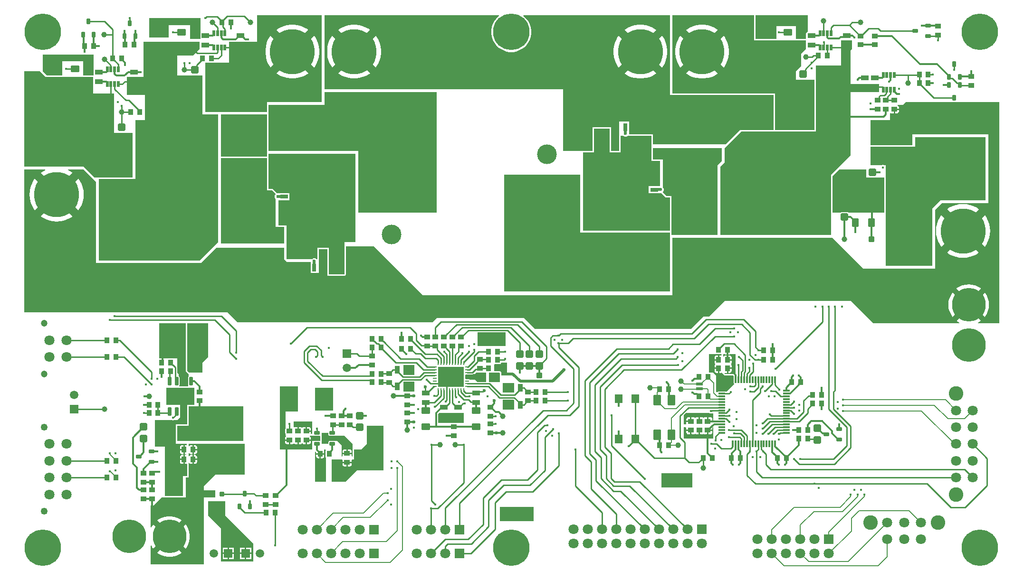
<source format=gtl>
G04*
G04 #@! TF.GenerationSoftware,Altium Limited,Altium Designer,24.10.1 (45)*
G04*
G04 Layer_Physical_Order=1*
G04 Layer_Color=255*
%FSLAX25Y25*%
%MOIN*%
G70*
G04*
G04 #@! TF.SameCoordinates,9BC8A13C-1D6A-410A-9E68-788C98055640*
G04*
G04*
G04 #@! TF.FilePolarity,Positive*
G04*
G01*
G75*
%ADD10C,0.01181*%
%ADD12C,0.00984*%
%ADD16C,0.01000*%
G04:AMPARAMS|DCode=20|XSize=50.39mil|YSize=51.18mil|CornerRadius=6.3mil|HoleSize=0mil|Usage=FLASHONLY|Rotation=0.000|XOffset=0mil|YOffset=0mil|HoleType=Round|Shape=RoundedRectangle|*
%AMROUNDEDRECTD20*
21,1,0.05039,0.03858,0,0,0.0*
21,1,0.03780,0.05118,0,0,0.0*
1,1,0.01260,0.01890,-0.01929*
1,1,0.01260,-0.01890,-0.01929*
1,1,0.01260,-0.01890,0.01929*
1,1,0.01260,0.01890,0.01929*
%
%ADD20ROUNDEDRECTD20*%
G04:AMPARAMS|DCode=21|XSize=149.61mil|YSize=78.74mil|CornerRadius=5.91mil|HoleSize=0mil|Usage=FLASHONLY|Rotation=270.000|XOffset=0mil|YOffset=0mil|HoleType=Round|Shape=RoundedRectangle|*
%AMROUNDEDRECTD21*
21,1,0.14961,0.06693,0,0,270.0*
21,1,0.13780,0.07874,0,0,270.0*
1,1,0.01181,-0.03347,-0.06890*
1,1,0.01181,-0.03347,0.06890*
1,1,0.01181,0.03347,0.06890*
1,1,0.01181,0.03347,-0.06890*
%
%ADD21ROUNDEDRECTD21*%
G04:AMPARAMS|DCode=22|XSize=23.62mil|YSize=61.02mil|CornerRadius=2.95mil|HoleSize=0mil|Usage=FLASHONLY|Rotation=0.000|XOffset=0mil|YOffset=0mil|HoleType=Round|Shape=RoundedRectangle|*
%AMROUNDEDRECTD22*
21,1,0.02362,0.05512,0,0,0.0*
21,1,0.01772,0.06102,0,0,0.0*
1,1,0.00591,0.00886,-0.02756*
1,1,0.00591,-0.00886,-0.02756*
1,1,0.00591,-0.00886,0.02756*
1,1,0.00591,0.00886,0.02756*
%
%ADD22ROUNDEDRECTD22*%
G04:AMPARAMS|DCode=23|XSize=142.91mil|YSize=209.84mil|CornerRadius=10.72mil|HoleSize=0mil|Usage=FLASHONLY|Rotation=180.000|XOffset=0mil|YOffset=0mil|HoleType=Round|Shape=RoundedRectangle|*
%AMROUNDEDRECTD23*
21,1,0.14291,0.18840,0,0,180.0*
21,1,0.12148,0.20984,0,0,180.0*
1,1,0.02144,-0.06074,0.09420*
1,1,0.02144,0.06074,0.09420*
1,1,0.02144,0.06074,-0.09420*
1,1,0.02144,-0.06074,-0.09420*
%
%ADD23ROUNDEDRECTD23*%
G04:AMPARAMS|DCode=24|XSize=27.95mil|YSize=54.02mil|CornerRadius=3.49mil|HoleSize=0mil|Usage=FLASHONLY|Rotation=180.000|XOffset=0mil|YOffset=0mil|HoleType=Round|Shape=RoundedRectangle|*
%AMROUNDEDRECTD24*
21,1,0.02795,0.04703,0,0,180.0*
21,1,0.02097,0.05402,0,0,180.0*
1,1,0.00699,-0.01048,0.02351*
1,1,0.00699,0.01048,0.02351*
1,1,0.00699,0.01048,-0.02351*
1,1,0.00699,-0.01048,-0.02351*
%
%ADD24ROUNDEDRECTD24*%
G04:AMPARAMS|DCode=25|XSize=27.95mil|YSize=23.23mil|CornerRadius=2.9mil|HoleSize=0mil|Usage=FLASHONLY|Rotation=0.000|XOffset=0mil|YOffset=0mil|HoleType=Round|Shape=RoundedRectangle|*
%AMROUNDEDRECTD25*
21,1,0.02795,0.01742,0,0,0.0*
21,1,0.02215,0.02323,0,0,0.0*
1,1,0.00581,0.01107,-0.00871*
1,1,0.00581,-0.01107,-0.00871*
1,1,0.00581,-0.01107,0.00871*
1,1,0.00581,0.01107,0.00871*
%
%ADD25ROUNDEDRECTD25*%
G04:AMPARAMS|DCode=26|XSize=86.61mil|YSize=173.23mil|CornerRadius=6.5mil|HoleSize=0mil|Usage=FLASHONLY|Rotation=180.000|XOffset=0mil|YOffset=0mil|HoleType=Round|Shape=RoundedRectangle|*
%AMROUNDEDRECTD26*
21,1,0.08661,0.16024,0,0,180.0*
21,1,0.07362,0.17323,0,0,180.0*
1,1,0.01299,-0.03681,0.08012*
1,1,0.01299,0.03681,0.08012*
1,1,0.01299,0.03681,-0.08012*
1,1,0.01299,-0.03681,-0.08012*
%
%ADD26ROUNDEDRECTD26*%
G04:AMPARAMS|DCode=27|XSize=149.61mil|YSize=78.74mil|CornerRadius=5.91mil|HoleSize=0mil|Usage=FLASHONLY|Rotation=180.000|XOffset=0mil|YOffset=0mil|HoleType=Round|Shape=RoundedRectangle|*
%AMROUNDEDRECTD27*
21,1,0.14961,0.06693,0,0,180.0*
21,1,0.13780,0.07874,0,0,180.0*
1,1,0.01181,-0.06890,0.03347*
1,1,0.01181,0.06890,0.03347*
1,1,0.01181,0.06890,-0.03347*
1,1,0.01181,-0.06890,-0.03347*
%
%ADD27ROUNDEDRECTD27*%
G04:AMPARAMS|DCode=28|XSize=106.3mil|YSize=244.1mil|CornerRadius=7.97mil|HoleSize=0mil|Usage=FLASHONLY|Rotation=270.000|XOffset=0mil|YOffset=0mil|HoleType=Round|Shape=RoundedRectangle|*
%AMROUNDEDRECTD28*
21,1,0.10630,0.22815,0,0,270.0*
21,1,0.09035,0.24410,0,0,270.0*
1,1,0.01595,-0.11408,-0.04518*
1,1,0.01595,-0.11408,0.04518*
1,1,0.01595,0.11408,0.04518*
1,1,0.01595,0.11408,-0.04518*
%
%ADD28ROUNDEDRECTD28*%
G04:AMPARAMS|DCode=29|XSize=25.59mil|YSize=37.4mil|CornerRadius=3.2mil|HoleSize=0mil|Usage=FLASHONLY|Rotation=180.000|XOffset=0mil|YOffset=0mil|HoleType=Round|Shape=RoundedRectangle|*
%AMROUNDEDRECTD29*
21,1,0.02559,0.03100,0,0,180.0*
21,1,0.01919,0.03740,0,0,180.0*
1,1,0.00640,-0.00960,0.01550*
1,1,0.00640,0.00960,0.01550*
1,1,0.00640,0.00960,-0.01550*
1,1,0.00640,-0.00960,-0.01550*
%
%ADD29ROUNDEDRECTD29*%
G04:AMPARAMS|DCode=30|XSize=25.59mil|YSize=37.4mil|CornerRadius=3.2mil|HoleSize=0mil|Usage=FLASHONLY|Rotation=270.000|XOffset=0mil|YOffset=0mil|HoleType=Round|Shape=RoundedRectangle|*
%AMROUNDEDRECTD30*
21,1,0.02559,0.03100,0,0,270.0*
21,1,0.01919,0.03740,0,0,270.0*
1,1,0.00640,-0.01550,-0.00960*
1,1,0.00640,-0.01550,0.00960*
1,1,0.00640,0.01550,0.00960*
1,1,0.00640,0.01550,-0.00960*
%
%ADD30ROUNDEDRECTD30*%
G04:AMPARAMS|DCode=31|XSize=43.31mil|YSize=35.43mil|CornerRadius=3.54mil|HoleSize=0mil|Usage=FLASHONLY|Rotation=90.000|XOffset=0mil|YOffset=0mil|HoleType=Round|Shape=RoundedRectangle|*
%AMROUNDEDRECTD31*
21,1,0.04331,0.02835,0,0,90.0*
21,1,0.03622,0.03543,0,0,90.0*
1,1,0.00709,0.01417,0.01811*
1,1,0.00709,0.01417,-0.01811*
1,1,0.00709,-0.01417,-0.01811*
1,1,0.00709,-0.01417,0.01811*
%
%ADD31ROUNDEDRECTD31*%
G04:AMPARAMS|DCode=32|XSize=62.99mil|YSize=55.12mil|CornerRadius=4.13mil|HoleSize=0mil|Usage=FLASHONLY|Rotation=90.000|XOffset=0mil|YOffset=0mil|HoleType=Round|Shape=RoundedRectangle|*
%AMROUNDEDRECTD32*
21,1,0.06299,0.04685,0,0,90.0*
21,1,0.05472,0.05512,0,0,90.0*
1,1,0.00827,0.02343,0.02736*
1,1,0.00827,0.02343,-0.02736*
1,1,0.00827,-0.02343,-0.02736*
1,1,0.00827,-0.02343,0.02736*
%
%ADD32ROUNDEDRECTD32*%
G04:AMPARAMS|DCode=33|XSize=104.33mil|YSize=141.73mil|CornerRadius=1.97mil|HoleSize=0mil|Usage=FLASHONLY|Rotation=270.000|XOffset=0mil|YOffset=0mil|HoleType=Round|Shape=RoundedRectangle|*
%AMROUNDEDRECTD33*
21,1,0.10433,0.13780,0,0,270.0*
21,1,0.10039,0.14173,0,0,270.0*
1,1,0.00394,-0.06890,-0.05020*
1,1,0.00394,-0.06890,0.05020*
1,1,0.00394,0.06890,0.05020*
1,1,0.00394,0.06890,-0.05020*
%
%ADD33ROUNDEDRECTD33*%
G04:AMPARAMS|DCode=34|XSize=43.31mil|YSize=35.43mil|CornerRadius=2.66mil|HoleSize=0mil|Usage=FLASHONLY|Rotation=270.000|XOffset=0mil|YOffset=0mil|HoleType=Round|Shape=RoundedRectangle|*
%AMROUNDEDRECTD34*
21,1,0.04331,0.03012,0,0,270.0*
21,1,0.03799,0.03543,0,0,270.0*
1,1,0.00532,-0.01506,-0.01900*
1,1,0.00532,-0.01506,0.01900*
1,1,0.00532,0.01506,0.01900*
1,1,0.00532,0.01506,-0.01900*
%
%ADD34ROUNDEDRECTD34*%
G04:AMPARAMS|DCode=35|XSize=51.18mil|YSize=51.18mil|CornerRadius=5.12mil|HoleSize=0mil|Usage=FLASHONLY|Rotation=270.000|XOffset=0mil|YOffset=0mil|HoleType=Round|Shape=RoundedRectangle|*
%AMROUNDEDRECTD35*
21,1,0.05118,0.04095,0,0,270.0*
21,1,0.04095,0.05118,0,0,270.0*
1,1,0.01024,-0.02047,-0.02047*
1,1,0.01024,-0.02047,0.02047*
1,1,0.01024,0.02047,0.02047*
1,1,0.01024,0.02047,-0.02047*
%
%ADD35ROUNDEDRECTD35*%
G04:AMPARAMS|DCode=36|XSize=43.31mil|YSize=35.43mil|CornerRadius=2.66mil|HoleSize=0mil|Usage=FLASHONLY|Rotation=180.000|XOffset=0mil|YOffset=0mil|HoleType=Round|Shape=RoundedRectangle|*
%AMROUNDEDRECTD36*
21,1,0.04331,0.03012,0,0,180.0*
21,1,0.03799,0.03543,0,0,180.0*
1,1,0.00532,-0.01900,0.01506*
1,1,0.00532,0.01900,0.01506*
1,1,0.00532,0.01900,-0.01506*
1,1,0.00532,-0.01900,-0.01506*
%
%ADD36ROUNDEDRECTD36*%
G04:AMPARAMS|DCode=37|XSize=31.5mil|YSize=35.43mil|CornerRadius=3.94mil|HoleSize=0mil|Usage=FLASHONLY|Rotation=0.000|XOffset=0mil|YOffset=0mil|HoleType=Round|Shape=RoundedRectangle|*
%AMROUNDEDRECTD37*
21,1,0.03150,0.02756,0,0,0.0*
21,1,0.02362,0.03543,0,0,0.0*
1,1,0.00787,0.01181,-0.01378*
1,1,0.00787,-0.01181,-0.01378*
1,1,0.00787,-0.01181,0.01378*
1,1,0.00787,0.01181,0.01378*
%
%ADD37ROUNDEDRECTD37*%
G04:AMPARAMS|DCode=38|XSize=74.8mil|YSize=55.12mil|CornerRadius=6.89mil|HoleSize=0mil|Usage=FLASHONLY|Rotation=270.000|XOffset=0mil|YOffset=0mil|HoleType=Round|Shape=RoundedRectangle|*
%AMROUNDEDRECTD38*
21,1,0.07480,0.04134,0,0,270.0*
21,1,0.06102,0.05512,0,0,270.0*
1,1,0.01378,-0.02067,-0.03051*
1,1,0.01378,-0.02067,0.03051*
1,1,0.01378,0.02067,0.03051*
1,1,0.01378,0.02067,-0.03051*
%
%ADD38ROUNDEDRECTD38*%
G04:AMPARAMS|DCode=39|XSize=22.64mil|YSize=44.88mil|CornerRadius=1.7mil|HoleSize=0mil|Usage=FLASHONLY|Rotation=90.000|XOffset=0mil|YOffset=0mil|HoleType=Round|Shape=RoundedRectangle|*
%AMROUNDEDRECTD39*
21,1,0.02264,0.04149,0,0,90.0*
21,1,0.01924,0.04488,0,0,90.0*
1,1,0.00340,0.02074,0.00962*
1,1,0.00340,0.02074,-0.00962*
1,1,0.00340,-0.02074,-0.00962*
1,1,0.00340,-0.02074,0.00962*
%
%ADD39ROUNDEDRECTD39*%
G04:AMPARAMS|DCode=40|XSize=11.81mil|YSize=47.24mil|CornerRadius=1.48mil|HoleSize=0mil|Usage=FLASHONLY|Rotation=90.000|XOffset=0mil|YOffset=0mil|HoleType=Round|Shape=RoundedRectangle|*
%AMROUNDEDRECTD40*
21,1,0.01181,0.04429,0,0,90.0*
21,1,0.00886,0.04724,0,0,90.0*
1,1,0.00295,0.02215,0.00443*
1,1,0.00295,0.02215,-0.00443*
1,1,0.00295,-0.02215,-0.00443*
1,1,0.00295,-0.02215,0.00443*
%
%ADD40ROUNDEDRECTD40*%
G04:AMPARAMS|DCode=41|XSize=11.81mil|YSize=47.24mil|CornerRadius=1.48mil|HoleSize=0mil|Usage=FLASHONLY|Rotation=0.000|XOffset=0mil|YOffset=0mil|HoleType=Round|Shape=RoundedRectangle|*
%AMROUNDEDRECTD41*
21,1,0.01181,0.04429,0,0,0.0*
21,1,0.00886,0.04724,0,0,0.0*
1,1,0.00295,0.00443,-0.02215*
1,1,0.00295,-0.00443,-0.02215*
1,1,0.00295,-0.00443,0.02215*
1,1,0.00295,0.00443,0.02215*
%
%ADD41ROUNDEDRECTD41*%
G04:AMPARAMS|DCode=42|XSize=43.31mil|YSize=35.43mil|CornerRadius=3.54mil|HoleSize=0mil|Usage=FLASHONLY|Rotation=0.000|XOffset=0mil|YOffset=0mil|HoleType=Round|Shape=RoundedRectangle|*
%AMROUNDEDRECTD42*
21,1,0.04331,0.02835,0,0,0.0*
21,1,0.03622,0.03543,0,0,0.0*
1,1,0.00709,0.01811,-0.01417*
1,1,0.00709,-0.01811,-0.01417*
1,1,0.00709,-0.01811,0.01417*
1,1,0.00709,0.01811,0.01417*
%
%ADD42ROUNDEDRECTD42*%
G04:AMPARAMS|DCode=43|XSize=43.31mil|YSize=133.86mil|CornerRadius=1.97mil|HoleSize=0mil|Usage=FLASHONLY|Rotation=0.000|XOffset=0mil|YOffset=0mil|HoleType=Round|Shape=RoundedRectangle|*
%AMROUNDEDRECTD43*
21,1,0.04331,0.12992,0,0,0.0*
21,1,0.03937,0.13386,0,0,0.0*
1,1,0.00394,0.01968,-0.06496*
1,1,0.00394,-0.01968,-0.06496*
1,1,0.00394,-0.01968,0.06496*
1,1,0.00394,0.01968,0.06496*
%
%ADD43ROUNDEDRECTD43*%
G04:AMPARAMS|DCode=44|XSize=62.99mil|YSize=124.02mil|CornerRadius=4.72mil|HoleSize=0mil|Usage=FLASHONLY|Rotation=0.000|XOffset=0mil|YOffset=0mil|HoleType=Round|Shape=RoundedRectangle|*
%AMROUNDEDRECTD44*
21,1,0.06299,0.11457,0,0,0.0*
21,1,0.05354,0.12402,0,0,0.0*
1,1,0.00945,0.02677,-0.05728*
1,1,0.00945,-0.02677,-0.05728*
1,1,0.00945,-0.02677,0.05728*
1,1,0.00945,0.02677,0.05728*
%
%ADD44ROUNDEDRECTD44*%
G04:AMPARAMS|DCode=45|XSize=55.12mil|YSize=35.43mil|CornerRadius=2.66mil|HoleSize=0mil|Usage=FLASHONLY|Rotation=90.000|XOffset=0mil|YOffset=0mil|HoleType=Round|Shape=RoundedRectangle|*
%AMROUNDEDRECTD45*
21,1,0.05512,0.03012,0,0,90.0*
21,1,0.04980,0.03543,0,0,90.0*
1,1,0.00532,0.01506,0.02490*
1,1,0.00532,0.01506,-0.02490*
1,1,0.00532,-0.01506,-0.02490*
1,1,0.00532,-0.01506,0.02490*
%
%ADD45ROUNDEDRECTD45*%
G04:AMPARAMS|DCode=46|XSize=23.62mil|YSize=39.37mil|CornerRadius=2.01mil|HoleSize=0mil|Usage=FLASHONLY|Rotation=270.000|XOffset=0mil|YOffset=0mil|HoleType=Round|Shape=RoundedRectangle|*
%AMROUNDEDRECTD46*
21,1,0.02362,0.03535,0,0,270.0*
21,1,0.01961,0.03937,0,0,270.0*
1,1,0.00402,-0.01768,-0.00980*
1,1,0.00402,-0.01768,0.00980*
1,1,0.00402,0.01768,0.00980*
1,1,0.00402,0.01768,-0.00980*
%
%ADD46ROUNDEDRECTD46*%
G04:AMPARAMS|DCode=47|XSize=49.21mil|YSize=102.36mil|CornerRadius=3.69mil|HoleSize=0mil|Usage=FLASHONLY|Rotation=0.000|XOffset=0mil|YOffset=0mil|HoleType=Round|Shape=RoundedRectangle|*
%AMROUNDEDRECTD47*
21,1,0.04921,0.09498,0,0,0.0*
21,1,0.04183,0.10236,0,0,0.0*
1,1,0.00738,0.02092,-0.04749*
1,1,0.00738,-0.02092,-0.04749*
1,1,0.00738,-0.02092,0.04749*
1,1,0.00738,0.02092,0.04749*
%
%ADD47ROUNDEDRECTD47*%
G04:AMPARAMS|DCode=48|XSize=218.5mil|YSize=224.41mil|CornerRadius=5.46mil|HoleSize=0mil|Usage=FLASHONLY|Rotation=0.000|XOffset=0mil|YOffset=0mil|HoleType=Round|Shape=RoundedRectangle|*
%AMROUNDEDRECTD48*
21,1,0.21850,0.21348,0,0,0.0*
21,1,0.20758,0.22441,0,0,0.0*
1,1,0.01093,0.10379,-0.10674*
1,1,0.01093,-0.10379,-0.10674*
1,1,0.01093,-0.10379,0.10674*
1,1,0.01093,0.10379,0.10674*
%
%ADD48ROUNDEDRECTD48*%
G04:AMPARAMS|DCode=49|XSize=55.12mil|YSize=35.43mil|CornerRadius=2.66mil|HoleSize=0mil|Usage=FLASHONLY|Rotation=180.000|XOffset=0mil|YOffset=0mil|HoleType=Round|Shape=RoundedRectangle|*
%AMROUNDEDRECTD49*
21,1,0.05512,0.03012,0,0,180.0*
21,1,0.04980,0.03543,0,0,180.0*
1,1,0.00532,-0.02490,0.01506*
1,1,0.00532,0.02490,0.01506*
1,1,0.00532,0.02490,-0.01506*
1,1,0.00532,-0.02490,-0.01506*
%
%ADD49ROUNDEDRECTD49*%
G04:AMPARAMS|DCode=50|XSize=62.99mil|YSize=124.02mil|CornerRadius=4.72mil|HoleSize=0mil|Usage=FLASHONLY|Rotation=90.000|XOffset=0mil|YOffset=0mil|HoleType=Round|Shape=RoundedRectangle|*
%AMROUNDEDRECTD50*
21,1,0.06299,0.11457,0,0,90.0*
21,1,0.05354,0.12402,0,0,90.0*
1,1,0.00945,0.05728,0.02677*
1,1,0.00945,0.05728,-0.02677*
1,1,0.00945,-0.05728,-0.02677*
1,1,0.00945,-0.05728,0.02677*
%
%ADD50ROUNDEDRECTD50*%
G04:AMPARAMS|DCode=51|XSize=74.8mil|YSize=68.9mil|CornerRadius=6.89mil|HoleSize=0mil|Usage=FLASHONLY|Rotation=270.000|XOffset=0mil|YOffset=0mil|HoleType=Round|Shape=RoundedRectangle|*
%AMROUNDEDRECTD51*
21,1,0.07480,0.05512,0,0,270.0*
21,1,0.06102,0.06890,0,0,270.0*
1,1,0.01378,-0.02756,-0.03051*
1,1,0.01378,-0.02756,0.03051*
1,1,0.01378,0.02756,0.03051*
1,1,0.01378,0.02756,-0.03051*
%
%ADD51ROUNDEDRECTD51*%
G04:AMPARAMS|DCode=52|XSize=98.43mil|YSize=66.93mil|CornerRadius=1.97mil|HoleSize=0mil|Usage=FLASHONLY|Rotation=180.000|XOffset=0mil|YOffset=0mil|HoleType=Round|Shape=RoundedRectangle|*
%AMROUNDEDRECTD52*
21,1,0.09843,0.06299,0,0,180.0*
21,1,0.09449,0.06693,0,0,180.0*
1,1,0.00394,-0.04724,0.03150*
1,1,0.00394,0.04724,0.03150*
1,1,0.00394,0.04724,-0.03150*
1,1,0.00394,-0.04724,-0.03150*
%
%ADD52ROUNDEDRECTD52*%
G04:AMPARAMS|DCode=53|XSize=30mil|YSize=145.98mil|CornerRadius=2.25mil|HoleSize=0mil|Usage=FLASHONLY|Rotation=0.000|XOffset=0mil|YOffset=0mil|HoleType=Round|Shape=RoundedRectangle|*
%AMROUNDEDRECTD53*
21,1,0.03000,0.14148,0,0,0.0*
21,1,0.02550,0.14598,0,0,0.0*
1,1,0.00450,0.01275,-0.07074*
1,1,0.00450,-0.01275,-0.07074*
1,1,0.00450,-0.01275,0.07074*
1,1,0.00450,0.01275,0.07074*
%
%ADD53ROUNDEDRECTD53*%
G04:AMPARAMS|DCode=54|XSize=47.24mil|YSize=59.06mil|CornerRadius=3.54mil|HoleSize=0mil|Usage=FLASHONLY|Rotation=270.000|XOffset=0mil|YOffset=0mil|HoleType=Round|Shape=RoundedRectangle|*
%AMROUNDEDRECTD54*
21,1,0.04724,0.05197,0,0,270.0*
21,1,0.04016,0.05906,0,0,270.0*
1,1,0.00709,-0.02598,-0.02008*
1,1,0.00709,-0.02598,0.02008*
1,1,0.00709,0.02598,0.02008*
1,1,0.00709,0.02598,-0.02008*
%
%ADD54ROUNDEDRECTD54*%
G04:AMPARAMS|DCode=55|XSize=23.62mil|YSize=9.84mil|CornerRadius=1.23mil|HoleSize=0mil|Usage=FLASHONLY|Rotation=180.000|XOffset=0mil|YOffset=0mil|HoleType=Round|Shape=RoundedRectangle|*
%AMROUNDEDRECTD55*
21,1,0.02362,0.00738,0,0,180.0*
21,1,0.02116,0.00984,0,0,180.0*
1,1,0.00246,-0.01058,0.00369*
1,1,0.00246,0.01058,0.00369*
1,1,0.00246,0.01058,-0.00369*
1,1,0.00246,-0.01058,-0.00369*
%
%ADD55ROUNDEDRECTD55*%
G04:AMPARAMS|DCode=56|XSize=23.62mil|YSize=9.84mil|CornerRadius=1.23mil|HoleSize=0mil|Usage=FLASHONLY|Rotation=90.000|XOffset=0mil|YOffset=0mil|HoleType=Round|Shape=RoundedRectangle|*
%AMROUNDEDRECTD56*
21,1,0.02362,0.00738,0,0,90.0*
21,1,0.02116,0.00984,0,0,90.0*
1,1,0.00246,0.00369,0.01058*
1,1,0.00246,0.00369,-0.01058*
1,1,0.00246,-0.00369,-0.01058*
1,1,0.00246,-0.00369,0.01058*
%
%ADD56ROUNDEDRECTD56*%
G04:AMPARAMS|DCode=57|XSize=17.72mil|YSize=41.34mil|CornerRadius=2.22mil|HoleSize=0mil|Usage=FLASHONLY|Rotation=0.000|XOffset=0mil|YOffset=0mil|HoleType=Round|Shape=RoundedRectangle|*
%AMROUNDEDRECTD57*
21,1,0.01772,0.03691,0,0,0.0*
21,1,0.01329,0.04134,0,0,0.0*
1,1,0.00443,0.00664,-0.01846*
1,1,0.00443,-0.00664,-0.01846*
1,1,0.00443,-0.00664,0.01846*
1,1,0.00443,0.00664,0.01846*
%
%ADD57ROUNDEDRECTD57*%
G04:AMPARAMS|DCode=58|XSize=27.95mil|YSize=54.02mil|CornerRadius=3.49mil|HoleSize=0mil|Usage=FLASHONLY|Rotation=90.000|XOffset=0mil|YOffset=0mil|HoleType=Round|Shape=RoundedRectangle|*
%AMROUNDEDRECTD58*
21,1,0.02795,0.04703,0,0,90.0*
21,1,0.02097,0.05402,0,0,90.0*
1,1,0.00699,0.02351,0.01048*
1,1,0.00699,0.02351,-0.01048*
1,1,0.00699,-0.02351,-0.01048*
1,1,0.00699,-0.02351,0.01048*
%
%ADD58ROUNDEDRECTD58*%
G04:AMPARAMS|DCode=59|XSize=27.95mil|YSize=23.23mil|CornerRadius=2.9mil|HoleSize=0mil|Usage=FLASHONLY|Rotation=270.000|XOffset=0mil|YOffset=0mil|HoleType=Round|Shape=RoundedRectangle|*
%AMROUNDEDRECTD59*
21,1,0.02795,0.01742,0,0,270.0*
21,1,0.02215,0.02323,0,0,270.0*
1,1,0.00581,-0.00871,-0.01107*
1,1,0.00581,-0.00871,0.01107*
1,1,0.00581,0.00871,0.01107*
1,1,0.00581,0.00871,-0.01107*
%
%ADD59ROUNDEDRECTD59*%
G04:AMPARAMS|DCode=60|XSize=47.24mil|YSize=59.06mil|CornerRadius=3.54mil|HoleSize=0mil|Usage=FLASHONLY|Rotation=0.000|XOffset=0mil|YOffset=0mil|HoleType=Round|Shape=RoundedRectangle|*
%AMROUNDEDRECTD60*
21,1,0.04724,0.05197,0,0,0.0*
21,1,0.04016,0.05906,0,0,0.0*
1,1,0.00709,0.02008,-0.02598*
1,1,0.00709,-0.02008,-0.02598*
1,1,0.00709,-0.02008,0.02598*
1,1,0.00709,0.02008,0.02598*
%
%ADD60ROUNDEDRECTD60*%
G04:AMPARAMS|DCode=61|XSize=90.55mil|YSize=98.43mil|CornerRadius=6.79mil|HoleSize=0mil|Usage=FLASHONLY|Rotation=90.000|XOffset=0mil|YOffset=0mil|HoleType=Round|Shape=RoundedRectangle|*
%AMROUNDEDRECTD61*
21,1,0.09055,0.08484,0,0,90.0*
21,1,0.07697,0.09843,0,0,90.0*
1,1,0.01358,0.04242,0.03848*
1,1,0.01358,0.04242,-0.03848*
1,1,0.01358,-0.04242,-0.03848*
1,1,0.01358,-0.04242,0.03848*
%
%ADD61ROUNDEDRECTD61*%
G04:AMPARAMS|DCode=121|XSize=116.14mil|YSize=192.91mil|CornerRadius=1.97mil|HoleSize=0mil|Usage=FLASHONLY|Rotation=270.000|XOffset=0mil|YOffset=0mil|HoleType=Round|Shape=RoundedRectangle|*
%AMROUNDEDRECTD121*
21,1,0.11614,0.18898,0,0,270.0*
21,1,0.11221,0.19291,0,0,270.0*
1,1,0.00394,-0.09449,-0.05610*
1,1,0.00394,-0.09449,0.05610*
1,1,0.00394,0.09449,0.05610*
1,1,0.00394,0.09449,-0.05610*
%
%ADD121ROUNDEDRECTD121*%
%ADD122C,0.03937*%
G04:AMPARAMS|DCode=123|XSize=141.73mil|YSize=181.1mil|CornerRadius=1.97mil|HoleSize=0mil|Usage=FLASHONLY|Rotation=270.000|XOffset=0mil|YOffset=0mil|HoleType=Round|Shape=RoundedRectangle|*
%AMROUNDEDRECTD123*
21,1,0.14173,0.17717,0,0,270.0*
21,1,0.13780,0.18110,0,0,270.0*
1,1,0.00394,-0.08858,-0.06890*
1,1,0.00394,-0.08858,0.06890*
1,1,0.00394,0.08858,0.06890*
1,1,0.00394,0.08858,-0.06890*
%
%ADD123ROUNDEDRECTD123*%
G04:AMPARAMS|DCode=124|XSize=39.37mil|YSize=39.37mil|CornerRadius=3.94mil|HoleSize=0mil|Usage=FLASHONLY|Rotation=0.000|XOffset=0mil|YOffset=0mil|HoleType=Round|Shape=RoundedRectangle|*
%AMROUNDEDRECTD124*
21,1,0.03937,0.03150,0,0,0.0*
21,1,0.03150,0.03937,0,0,0.0*
1,1,0.00787,0.01575,-0.01575*
1,1,0.00787,-0.01575,-0.01575*
1,1,0.00787,-0.01575,0.01575*
1,1,0.00787,0.01575,0.01575*
%
%ADD124ROUNDEDRECTD124*%
G04:AMPARAMS|DCode=125|XSize=39.37mil|YSize=39.37mil|CornerRadius=3.94mil|HoleSize=0mil|Usage=FLASHONLY|Rotation=90.000|XOffset=0mil|YOffset=0mil|HoleType=Round|Shape=RoundedRectangle|*
%AMROUNDEDRECTD125*
21,1,0.03937,0.03150,0,0,90.0*
21,1,0.03150,0.03937,0,0,90.0*
1,1,0.00787,0.01575,0.01575*
1,1,0.00787,0.01575,-0.01575*
1,1,0.00787,-0.01575,-0.01575*
1,1,0.00787,-0.01575,0.01575*
%
%ADD125ROUNDEDRECTD125*%
%ADD126C,0.00800*%
%ADD127C,0.01968*%
%ADD128C,0.00800*%
%ADD129C,0.31496*%
%ADD130C,0.23622*%
%ADD131C,0.04921*%
%ADD132C,0.07087*%
%ADD133C,0.04724*%
G04:AMPARAMS|DCode=134|XSize=413.39mil|YSize=204.72mil|CornerRadius=5.12mil|HoleSize=0mil|Usage=FLASHONLY|Rotation=270.000|XOffset=0mil|YOffset=0mil|HoleType=Round|Shape=RoundedRectangle|*
%AMROUNDEDRECTD134*
21,1,0.41339,0.19449,0,0,270.0*
21,1,0.40315,0.20472,0,0,270.0*
1,1,0.01024,-0.09724,-0.20157*
1,1,0.01024,-0.09724,0.20157*
1,1,0.01024,0.09724,0.20157*
1,1,0.01024,0.09724,-0.20157*
%
%ADD134ROUNDEDRECTD134*%
%ADD135C,0.13780*%
%ADD136C,0.05906*%
%ADD137R,0.05906X0.05906*%
%ADD138C,0.10236*%
%ADD139R,0.07087X0.07087*%
%ADD140C,0.25591*%
%ADD141R,0.05906X0.05906*%
%ADD142C,0.01772*%
%ADD143C,0.02362*%
G36*
X552362Y378346D02*
X551181Y377165D01*
Y373067D01*
X544291D01*
Y381890D01*
X530512D01*
Y378210D01*
X530398Y377934D01*
Y377184D01*
X530512Y376908D01*
Y373067D01*
X515783D01*
Y389764D01*
X552362D01*
Y378346D01*
D02*
G37*
G36*
X126378Y376905D02*
X126357Y376801D01*
Y373789D01*
X126378Y373686D01*
Y373031D01*
X119095D01*
X119095Y382874D01*
X104331D01*
Y374016D01*
X90551D01*
Y387795D01*
X126378D01*
Y376905D01*
D02*
G37*
G36*
X211614Y328740D02*
X173228D01*
Y326949D01*
X173193Y326772D01*
Y321850D01*
X129921D01*
Y356299D01*
X132446D01*
X132549Y356279D01*
X135561D01*
X135665Y356299D01*
X146653D01*
Y371063D01*
X159192D01*
X159467Y370949D01*
X160218D01*
X160493Y371063D01*
X166339D01*
Y389764D01*
X211614D01*
Y328740D01*
D02*
G37*
G36*
X455709Y333661D02*
X528543D01*
Y309055D01*
X504921D01*
X495079Y299213D01*
X443933D01*
Y305118D01*
X443898Y305296D01*
Y306102D01*
X443091D01*
X442913Y306138D01*
X427165D01*
Y314961D01*
X420276D01*
Y305296D01*
X420240Y305118D01*
Y294327D01*
X414405D01*
Y310039D01*
X414370Y310217D01*
Y311024D01*
X413563D01*
X413386Y311059D01*
X402559D01*
X402381Y311024D01*
X401575D01*
Y310217D01*
X401540Y310039D01*
Y294327D01*
X394685D01*
X394507Y294291D01*
X380906D01*
Y337598D01*
X213583D01*
Y389764D01*
X335957D01*
X336111Y389288D01*
X335306Y388703D01*
X333737Y387135D01*
X332434Y385340D01*
X331426Y383363D01*
X330741Y381253D01*
X330394Y379062D01*
Y376844D01*
X330741Y374652D01*
X331426Y372542D01*
X332434Y370566D01*
X333737Y368771D01*
X335306Y367202D01*
X337101Y365898D01*
X339078Y364891D01*
X341188Y364205D01*
X343379Y363858D01*
X345597D01*
X347789Y364205D01*
X349899Y364891D01*
X351875Y365898D01*
X353670Y367202D01*
X355239Y368771D01*
X356543Y370566D01*
X357550Y372542D01*
X358236Y374652D01*
X358583Y376844D01*
Y379062D01*
X358236Y381253D01*
X357550Y383363D01*
X356543Y385340D01*
X355239Y387135D01*
X353670Y388703D01*
X352865Y389288D01*
X353020Y389764D01*
X455709D01*
Y333661D01*
D02*
G37*
G36*
X51575Y351314D02*
X51554Y351211D01*
Y348199D01*
X51575Y348095D01*
Y347852D01*
X51181Y347476D01*
X44291D01*
X44291Y357283D01*
X29528D01*
Y347476D01*
X18665D01*
X15748Y350394D01*
Y362205D01*
X51575D01*
Y351314D01*
D02*
G37*
G36*
X687008Y173228D02*
X671831D01*
X671734Y173719D01*
X671809Y173750D01*
X673711Y174916D01*
X673906Y175082D01*
X665354Y183633D01*
X656803Y175082D01*
X656998Y174916D01*
X658900Y173750D01*
X658975Y173719D01*
X658878Y173228D01*
X598425D01*
X582677Y188976D01*
X494095D01*
X483268Y178150D01*
X479331D01*
X470472Y169291D01*
X361221D01*
X353346Y177165D01*
X292323D01*
X289370Y174213D01*
X152559D01*
X145669Y181102D01*
X2953D01*
Y281496D01*
X17659D01*
X17775Y280996D01*
X16122Y280181D01*
X14469Y279077D01*
X25591Y267955D01*
X36712Y279077D01*
X35060Y280181D01*
X33406Y280996D01*
X33522Y281496D01*
X44291D01*
X53150Y272638D01*
Y215551D01*
X126969D01*
X137795Y226378D01*
X185039D01*
Y218504D01*
X187008Y216535D01*
X203740D01*
Y208661D01*
X209646D01*
Y218326D01*
X209681Y218504D01*
Y225358D01*
X215516D01*
Y207677D01*
X215551Y207500D01*
Y206693D01*
X216358D01*
X216535Y206658D01*
X227362D01*
X227540Y206693D01*
X228346D01*
Y207500D01*
X228382Y207677D01*
Y227362D01*
X248031D01*
X282480Y192913D01*
X457677D01*
Y233268D01*
X569882D01*
X591535Y211614D01*
X641732D01*
Y252953D01*
X646654Y257874D01*
X679134D01*
Y306102D01*
X625984D01*
Y298764D01*
X625543Y298264D01*
X596457Y298264D01*
Y315945D01*
X610236D01*
Y320696D01*
X610736Y320963D01*
X610795Y320924D01*
X611289Y320826D01*
X612689D01*
Y323622D01*
X613189D01*
Y324122D01*
X616379D01*
Y325128D01*
X616281Y325622D01*
X616001Y326041D01*
X615655Y326272D01*
X615671Y326576D01*
X615738Y326772D01*
X619095D01*
X621063Y328740D01*
X687008D01*
Y173228D01*
D02*
G37*
G36*
X514764Y372047D02*
X551181D01*
Y366142D01*
X547736Y362697D01*
Y353839D01*
X544291Y350394D01*
X544291Y344488D01*
X557051D01*
Y309090D01*
X529563D01*
Y333661D01*
X529528Y333839D01*
Y334646D01*
X528721D01*
X528543Y334681D01*
X457677D01*
Y389764D01*
X514764D01*
Y372047D01*
D02*
G37*
G36*
X677165Y259842D02*
X645669D01*
X639764Y253937D01*
Y213583D01*
X607283D01*
Y250807D01*
X607319Y250984D01*
Y275590D01*
X607283Y275768D01*
Y284449D01*
X605769D01*
X605493Y284563D01*
X604743D01*
X604467Y284449D01*
X596457D01*
Y297244D01*
X625984Y297244D01*
X627953D01*
Y304134D01*
X677165D01*
Y259842D01*
D02*
G37*
G36*
X173193Y294291D02*
X173228Y294114D01*
Y292500D01*
X173193Y292323D01*
Y290390D01*
X140748D01*
Y319882D01*
X173193D01*
Y294291D01*
D02*
G37*
G36*
X17717Y346457D02*
X51181D01*
X51181Y334646D01*
X65945D01*
Y307087D01*
X78740Y307087D01*
Y275626D01*
X55118D01*
X54940Y275590D01*
X52165D01*
X44291Y283465D01*
X2953D01*
Y350394D01*
X13780D01*
X17717Y346457D01*
D02*
G37*
G36*
X593504Y275590D02*
X606299D01*
Y250984D01*
X581196D01*
X580730Y251296D01*
X580177Y251406D01*
X576398D01*
X575845Y251296D01*
X575379Y250984D01*
X569917D01*
Y276610D01*
X574803Y281496D01*
X593504D01*
Y275590D01*
D02*
G37*
G36*
X292323Y250984D02*
X237205D01*
Y294291D01*
X174213D01*
Y326772D01*
X213583D01*
Y335630D01*
X292323D01*
Y250984D01*
D02*
G37*
G36*
X413386Y293307D02*
X421260D01*
Y305118D01*
X423097D01*
X423371Y304844D01*
X424172Y304512D01*
X425040D01*
X425842Y304844D01*
X426116Y305118D01*
X442913D01*
Y287402D01*
X448819D01*
Y269685D01*
X440945D01*
Y264764D01*
X449803D01*
X452756Y261811D01*
X455709D01*
Y238224D01*
X394685D01*
Y293307D01*
X402559D01*
Y310039D01*
X413386D01*
Y293307D01*
D02*
G37*
G36*
X583661Y366142D02*
X582677Y365158D01*
Y341535D01*
X602362D01*
Y335630D01*
X582677D01*
Y291339D01*
X568898Y277559D01*
Y235236D01*
X491142D01*
Y283465D01*
X494095Y286417D01*
Y296260D01*
X505870Y308035D01*
X528543D01*
X528721Y308071D01*
X558071D01*
Y354331D01*
X575787D01*
Y372047D01*
X583661D01*
Y366142D01*
D02*
G37*
G36*
X492126Y287402D02*
X489173Y284449D01*
Y235236D01*
X456728D01*
Y237205D01*
X456693Y237382D01*
Y238047D01*
X456728Y238224D01*
Y261811D01*
X456693Y261989D01*
Y262795D01*
X455886D01*
X455709Y262831D01*
X453178D01*
X450787Y265221D01*
Y265705D01*
X451062Y265979D01*
X451394Y266781D01*
Y267648D01*
X451062Y268450D01*
X450787Y268724D01*
Y288386D01*
X448997D01*
X448819Y288421D01*
X443933D01*
Y296260D01*
X492126D01*
Y287402D01*
D02*
G37*
G36*
X173193Y267717D02*
X173228Y267539D01*
Y266732D01*
X174035D01*
X174213Y266697D01*
X176743D01*
X179134Y264306D01*
Y263823D01*
X178860Y263548D01*
X178528Y262747D01*
Y261879D01*
X178860Y261077D01*
X179134Y260803D01*
Y241142D01*
X180925D01*
X181102Y241106D01*
X185039D01*
Y229331D01*
X140748D01*
Y264764D01*
Y289370D01*
X173193D01*
Y267717D01*
D02*
G37*
G36*
X125984Y366142D02*
X121063Y361221D01*
X110236D01*
Y347441D01*
X127953D01*
Y319882D01*
X138779D01*
Y230315D01*
X125984Y217520D01*
X55118D01*
Y274606D01*
X80709D01*
Y315945D01*
X87598D01*
Y333661D01*
X74803D01*
Y346457D01*
X86614D01*
Y371063D01*
X125984D01*
Y366142D01*
D02*
G37*
G36*
X235236Y230315D02*
X227362D01*
Y207677D01*
X216535D01*
Y226378D01*
X208661D01*
Y218504D01*
X207809D01*
X207535Y218778D01*
X206733Y219110D01*
X205865D01*
X205064Y218778D01*
X204789Y218504D01*
X187008D01*
Y242126D01*
X181102D01*
Y259842D01*
X188976D01*
Y264764D01*
X180118D01*
X177165Y267717D01*
X174213D01*
Y292323D01*
X235236D01*
Y230315D01*
D02*
G37*
G36*
X392717Y237205D02*
X455709D01*
Y195866D01*
X339567Y195866D01*
Y277559D01*
X392717D01*
X392717Y237205D01*
D02*
G37*
G36*
X340551Y157480D02*
X320866D01*
Y167199D01*
X340551D01*
Y157480D01*
D02*
G37*
G36*
X501968Y137795D02*
X500356D01*
X500178Y137831D01*
X494517D01*
X494143Y138204D01*
X494433Y138622D01*
X494842Y138540D01*
X495760D01*
Y141732D01*
X496260D01*
Y142232D01*
X499058D01*
Y143543D01*
X498953Y144072D01*
X498779Y144333D01*
X498694Y144685D01*
X498779Y145037D01*
X498953Y145298D01*
X499058Y145827D01*
Y147138D01*
X496260D01*
Y147638D01*
X495760D01*
Y150830D01*
X494842D01*
X494314Y150725D01*
X493866Y150425D01*
X493610Y150042D01*
X493354Y150046D01*
X493110Y150126D01*
Y151575D01*
X494550D01*
X494754Y151534D01*
X497766D01*
X497969Y151575D01*
X501968D01*
Y137795D01*
D02*
G37*
G36*
X492043Y151075D02*
X491626Y150780D01*
X491378Y150830D01*
X490461D01*
Y147638D01*
X489961D01*
Y147138D01*
X487162D01*
Y145827D01*
X487268Y145298D01*
X487567Y144850D01*
Y144520D01*
X487268Y144072D01*
X487162Y143543D01*
Y142232D01*
X489961D01*
Y141732D01*
X490461D01*
Y138540D01*
X491378D01*
X491699Y138604D01*
X491906Y138646D01*
X492077Y138759D01*
X492126Y138779D01*
X492126Y138779D01*
X494095Y136811D01*
X500178D01*
X500564Y136426D01*
Y133858D01*
X500572Y133815D01*
Y131644D01*
X500645Y131279D01*
X500851Y130970D01*
X500869Y130790D01*
X495407Y125328D01*
X494722D01*
X494705Y125339D01*
X494341Y125412D01*
X489911D01*
X489547Y125339D01*
X489237Y125133D01*
X489149Y125000D01*
X488189D01*
Y136811D01*
X486221Y138779D01*
X484010D01*
X483898Y138802D01*
X483268D01*
Y151575D01*
X491983D01*
X492043Y151075D01*
D02*
G37*
G36*
X341535Y136811D02*
X337634Y136811D01*
Y138294D01*
X337634Y138332D01*
X337598Y138779D01*
X337518D01*
X337509Y138793D01*
X337480Y138871D01*
X337214Y139298D01*
X337134Y139383D01*
X337069Y139480D01*
X336999Y139527D01*
X336942Y139588D01*
X336836Y139636D01*
X336739Y139701D01*
X336656Y139717D01*
X336579Y139752D01*
X336463Y139756D01*
X336348Y139778D01*
X333437D01*
X333432Y139779D01*
X333331D01*
X333233Y139799D01*
X332677D01*
X332677Y144357D01*
X333177Y144696D01*
X333337Y144664D01*
X336348D01*
X336759Y144746D01*
X337108Y144979D01*
X337340Y145327D01*
X337408Y145669D01*
X341535D01*
X341535Y136811D01*
D02*
G37*
G36*
X131890Y149606D02*
X127953Y145669D01*
Y138779D01*
X118568D01*
X117161Y140186D01*
Y173228D01*
X131890D01*
Y149606D01*
D02*
G37*
G36*
X326772Y132210D02*
X320939D01*
X319291Y133858D01*
X315325D01*
X315297Y133899D01*
X314996Y134101D01*
X314641Y134171D01*
X312525D01*
X312027Y134561D01*
Y137092D01*
X312525Y137482D01*
X313546D01*
X313583Y137475D01*
X317126D01*
X317625Y137574D01*
X317956Y137795D01*
X318898D01*
X319882Y138779D01*
X326772Y138779D01*
Y132210D01*
D02*
G37*
G36*
X276575Y137205D02*
X268872D01*
X268701Y137376D01*
Y144095D01*
X276575D01*
Y137205D01*
D02*
G37*
G36*
X333337Y138759D02*
X336348D01*
X336614Y138332D01*
Y131890D01*
X330161D01*
X329830Y132111D01*
X329331Y132210D01*
X328740D01*
Y138759D01*
X330049D01*
X330153Y138779D01*
X333233D01*
X333337Y138759D01*
D02*
G37*
G36*
X116142Y139764D02*
X118110Y137795D01*
Y136262D01*
X118038Y136214D01*
X117799Y135855D01*
X117715Y135433D01*
Y129921D01*
X117799Y129499D01*
X117840Y129437D01*
X117573Y128937D01*
X111836D01*
X111569Y129437D01*
X111610Y129499D01*
X111694Y129921D01*
Y135433D01*
X111610Y135855D01*
X111371Y136214D01*
X111221Y136314D01*
Y137795D01*
X110236Y138779D01*
Y148622D01*
X107121D01*
X107018Y148643D01*
X104006D01*
X103902Y148622D01*
X101421D01*
X101212Y148761D01*
X100718Y148859D01*
X97707D01*
X97441Y149078D01*
Y173228D01*
X116142D01*
Y139764D01*
D02*
G37*
G36*
X122047Y116177D02*
X118110D01*
X117933Y116142D01*
X117126D01*
Y115335D01*
X117091Y115157D01*
Y102398D01*
X110236D01*
X110058Y102362D01*
X109252D01*
Y101556D01*
X109217Y101378D01*
X109217Y90551D01*
X109217Y88618D01*
X109252Y88583D01*
X109702Y88583D01*
X116857Y88583D01*
X116979Y88083D01*
X116591Y87795D01*
X116378Y87837D01*
X115461D01*
Y84646D01*
Y81454D01*
X116378D01*
X116514Y81227D01*
X116153Y80948D01*
X115461D01*
Y77756D01*
Y74564D01*
X116378D01*
X116591Y74606D01*
X117091Y74237D01*
Y65980D01*
X116142D01*
X115964Y65945D01*
X114173D01*
Y52201D01*
X101378D01*
Y86614D01*
X94488D01*
Y105315D01*
X106344D01*
X106351Y105310D01*
X107087Y105164D01*
X107822Y105310D01*
X107829Y105315D01*
X110236D01*
X112205Y107283D01*
Y116142D01*
X102362D01*
Y127953D01*
X111627D01*
X111689Y127947D01*
X111836Y127917D01*
X117573D01*
X117720Y127947D01*
X117782Y127953D01*
X122047D01*
Y116177D01*
D02*
G37*
G36*
X276575Y125394D02*
X268701D01*
Y132283D01*
X276575D01*
Y125394D01*
D02*
G37*
G36*
X346457Y124606D02*
X338583D01*
Y131496D01*
X346457D01*
Y124606D01*
D02*
G37*
G36*
Y119513D02*
Y112795D01*
X338583D01*
Y119685D01*
X346285D01*
X346457Y119513D01*
D02*
G37*
G36*
X219488Y112205D02*
X206693D01*
Y127953D01*
X219488D01*
Y112205D01*
D02*
G37*
G36*
X483577Y110197D02*
X484271Y109909D01*
X485021D01*
X485714Y110197D01*
X485720Y110203D01*
X486221Y110156D01*
Y103871D01*
X485972Y103707D01*
X485475Y103977D01*
Y104027D01*
X482283D01*
Y104527D01*
X481783D01*
Y107326D01*
X480472D01*
X479944Y107221D01*
X479683Y107046D01*
X479331Y106961D01*
X478978Y107046D01*
X478717Y107221D01*
X478189Y107326D01*
X476878D01*
Y104527D01*
X475878D01*
Y107326D01*
X474567D01*
X474039Y107221D01*
X473778Y107046D01*
X473425Y106961D01*
X473073Y107046D01*
X472812Y107221D01*
X472284Y107326D01*
X470972D01*
Y104527D01*
X470472D01*
Y104027D01*
X467281D01*
Y103110D01*
X467330Y102862D01*
X466977Y102362D01*
X465551D01*
Y108982D01*
X466806Y110236D01*
X483538D01*
X483577Y110197D01*
D02*
G37*
G36*
X311024Y103347D02*
X293307D01*
Y109824D01*
X293719Y110236D01*
X311024D01*
Y103347D01*
D02*
G37*
G36*
X204724Y95615D02*
X204224Y95555D01*
X203930Y95973D01*
X203979Y96220D01*
Y97138D01*
X200787D01*
Y97638D01*
X200287D01*
Y100436D01*
X198976D01*
X198448Y100331D01*
X198000Y100031D01*
X197669D01*
X197221Y100331D01*
X196693Y100436D01*
X195382D01*
Y97638D01*
X194382D01*
Y100436D01*
X193071D01*
X192542Y100331D01*
X192429Y100255D01*
X191929Y100522D01*
Y104331D01*
X204724D01*
Y95615D01*
D02*
G37*
G36*
X467330Y99894D02*
X467281Y99646D01*
Y98728D01*
X470472D01*
Y98228D01*
X470972D01*
Y95430D01*
X472284D01*
X472812Y95535D01*
X473260Y95835D01*
X473591D01*
X474039Y95535D01*
X474567Y95430D01*
X475878D01*
Y98228D01*
X476878D01*
Y95430D01*
X478189D01*
X478717Y95535D01*
X479165Y95835D01*
X479496D01*
X479944Y95535D01*
X480472Y95430D01*
X481783D01*
Y98228D01*
X482283D01*
Y98728D01*
X485475D01*
Y99646D01*
X485426Y99894D01*
X485720Y100311D01*
X486221Y100251D01*
Y92520D01*
X465551D01*
Y100394D01*
X466977D01*
X467330Y99894D01*
D02*
G37*
G36*
X194882Y111221D02*
X186024D01*
Y99247D01*
X186003Y99144D01*
Y96132D01*
X186024Y96028D01*
Y94488D01*
X186427D01*
X186494Y94293D01*
X186510Y93988D01*
X186164Y93757D01*
X185884Y93338D01*
X185786Y92844D01*
Y91839D01*
X188976D01*
Y91339D01*
X189476D01*
Y88542D01*
X190876D01*
X191370Y88640D01*
X191788Y88920D01*
X192310Y88801D01*
X192542Y88645D01*
X193071Y88540D01*
X194382D01*
Y91339D01*
X195382D01*
Y88540D01*
X196693D01*
X197221Y88645D01*
X197669Y88945D01*
X198000D01*
X198448Y88645D01*
X198976Y88540D01*
X200287D01*
Y91339D01*
X200787D01*
Y91839D01*
X203979D01*
Y92756D01*
X203874Y93284D01*
X203575Y93732D01*
X203192Y93988D01*
X203196Y94244D01*
X203275Y94488D01*
X205807D01*
X206016Y94349D01*
X206402Y94272D01*
X209937D01*
X210095Y94303D01*
X210545Y94007D01*
X210595Y93932D01*
Y91108D01*
X210545Y91032D01*
X210095Y90736D01*
X209937Y90767D01*
X206402D01*
X206016Y90691D01*
X205807Y90551D01*
X204724D01*
Y84646D01*
X182087D01*
X182087Y128937D01*
X194882D01*
Y111221D01*
D02*
G37*
G36*
X156496Y90551D02*
X110236D01*
X110236Y101378D01*
X118110D01*
Y115157D01*
X156496D01*
Y90551D01*
D02*
G37*
G36*
X214371Y84146D02*
X214240Y83949D01*
X214151Y83504D01*
Y79882D01*
X214240Y79436D01*
X214492Y79059D01*
X214567Y79009D01*
Y62008D01*
X206693D01*
Y83180D01*
X207120Y83336D01*
X207193Y83340D01*
X207635Y82898D01*
Y82193D01*
X210433D01*
X213231D01*
Y83504D01*
X213126Y84032D01*
X213050Y84146D01*
X213318Y84646D01*
X214137D01*
X214371Y84146D01*
D02*
G37*
G36*
X157480Y66929D02*
X136811D01*
X128937Y59055D01*
Y56102D01*
X136811D01*
Y51181D01*
X128937D01*
Y3937D01*
X91535D01*
Y17186D01*
X92035Y17306D01*
X92602Y16194D01*
X93406Y15088D01*
X101941Y23622D01*
X93406Y32157D01*
X92602Y31051D01*
X92035Y29938D01*
X91535Y30058D01*
Y45276D01*
X93504D01*
X99410Y51181D01*
X116142D01*
Y64961D01*
X118110D01*
Y75268D01*
X118354Y75348D01*
X118610Y75351D01*
X118866Y74968D01*
X119314Y74669D01*
X119843Y74564D01*
X120760D01*
Y77756D01*
Y80948D01*
X119843D01*
X119314Y80843D01*
X118866Y80543D01*
X118610Y80160D01*
X118354Y80164D01*
X118110Y80244D01*
Y82158D01*
X118354Y82237D01*
X118610Y82241D01*
X118866Y81858D01*
X119314Y81559D01*
X119843Y81454D01*
X120760D01*
Y84646D01*
Y87837D01*
X119843D01*
X119314Y87732D01*
X118866Y87433D01*
X118610Y87050D01*
X118354Y87054D01*
X118110Y87133D01*
Y88583D01*
X157480D01*
Y66929D01*
D02*
G37*
G36*
X216221Y95280D02*
X216298Y94894D01*
X216516Y94567D01*
X216535Y94554D01*
Y94488D01*
X216634D01*
X216843Y94349D01*
X217228Y94272D01*
X220764D01*
X221149Y94349D01*
X221358Y94488D01*
X227362D01*
X233268Y88583D01*
Y79867D01*
X232768Y79807D01*
X232473Y80224D01*
X232523Y80472D01*
Y81390D01*
X226139D01*
Y80472D01*
X226188Y80224D01*
X225894Y79807D01*
X225394Y79867D01*
Y87598D01*
X222441Y90551D01*
X221358D01*
X221149Y90691D01*
X220764Y90767D01*
X217228D01*
X216843Y90691D01*
X216634Y90551D01*
X216535D01*
Y90485D01*
X216516Y90472D01*
X216298Y90145D01*
X216221Y89760D01*
Y88583D01*
X211614D01*
Y96457D01*
X216221D01*
Y95280D01*
D02*
G37*
G36*
X254921Y69882D02*
X254921Y69882D01*
X236221D01*
X228346Y62008D01*
X218504D01*
Y77756D01*
X225835D01*
X226188Y77256D01*
X226139Y77008D01*
Y76091D01*
X232523D01*
Y77008D01*
X232473Y77256D01*
X232826Y77756D01*
X234252D01*
Y79626D01*
X234260Y79730D01*
X234287Y79867D01*
Y84646D01*
X239173D01*
X243110Y88583D01*
Y101378D01*
X254921D01*
Y69882D01*
D02*
G37*
G36*
X471457Y58071D02*
X449803D01*
Y67913D01*
X471457D01*
Y58071D01*
D02*
G37*
G36*
X360236Y34449D02*
X336614D01*
Y44291D01*
X360236D01*
Y34449D01*
D02*
G37*
G36*
X143701Y38386D02*
X163386Y18701D01*
Y5906D01*
X140748D01*
Y29528D01*
X131890Y38386D01*
Y48228D01*
X143701D01*
Y38386D01*
D02*
G37*
%LPC*%
G36*
X192183Y383071D02*
X189706D01*
X187250Y382748D01*
X184857Y382106D01*
X182569Y381158D01*
X180423Y379920D01*
X179830Y379464D01*
X190945Y368349D01*
X202060Y379464D01*
X201466Y379920D01*
X199321Y381158D01*
X197032Y382106D01*
X194640Y382748D01*
X192183Y383071D01*
D02*
G37*
G36*
X206236Y375288D02*
X195121Y364173D01*
X206236Y353058D01*
X206691Y353652D01*
X207930Y355797D01*
X208878Y358086D01*
X209519Y360479D01*
X209842Y362935D01*
Y365412D01*
X209519Y367868D01*
X208878Y370261D01*
X207930Y372549D01*
X206691Y374695D01*
X206236Y375288D01*
D02*
G37*
G36*
X175654D02*
X175198Y374695D01*
X173960Y372549D01*
X173012Y370261D01*
X172371Y367868D01*
X172047Y365412D01*
Y362935D01*
X172371Y360479D01*
X173012Y358086D01*
X173960Y355797D01*
X175198Y353652D01*
X175654Y353058D01*
X186769Y364173D01*
X175654Y375288D01*
D02*
G37*
G36*
X190945Y359997D02*
X179830Y348882D01*
X180423Y348427D01*
X182569Y347188D01*
X184857Y346240D01*
X187250Y345599D01*
X189706Y345276D01*
X192183D01*
X194640Y345599D01*
X197032Y346240D01*
X199321Y347188D01*
X201466Y348427D01*
X202060Y348882D01*
X190945Y359997D01*
D02*
G37*
G36*
X235491Y383071D02*
X233013D01*
X230557Y382748D01*
X228165Y382106D01*
X225876Y381158D01*
X223730Y379920D01*
X223137Y379464D01*
X234252Y368349D01*
X245367Y379464D01*
X244774Y379920D01*
X242628Y381158D01*
X240339Y382106D01*
X237947Y382748D01*
X235491Y383071D01*
D02*
G37*
G36*
X436278Y383032D02*
X433801D01*
X431345Y382708D01*
X428952Y382067D01*
X426663Y381119D01*
X424518Y379880D01*
X423924Y379425D01*
X435039Y368310D01*
X446154Y379425D01*
X445561Y379880D01*
X443415Y381119D01*
X441127Y382067D01*
X438734Y382708D01*
X436278Y383032D01*
D02*
G37*
G36*
X249543Y375288D02*
X238428Y364173D01*
X249543Y353058D01*
X249998Y353652D01*
X251237Y355797D01*
X252185Y358086D01*
X252826Y360479D01*
X253150Y362935D01*
Y365412D01*
X252826Y367868D01*
X252185Y370261D01*
X251237Y372549D01*
X249998Y374695D01*
X249543Y375288D01*
D02*
G37*
G36*
X218961D02*
X218506Y374695D01*
X217267Y372549D01*
X216319Y370261D01*
X215678Y367868D01*
X215354Y365412D01*
Y362935D01*
X215678Y360479D01*
X216319Y358086D01*
X217267Y355797D01*
X218506Y353652D01*
X218961Y353058D01*
X230076Y364173D01*
X218961Y375288D01*
D02*
G37*
G36*
X419748Y375249D02*
X419293Y374655D01*
X418054Y372510D01*
X417106Y370221D01*
X416465Y367828D01*
X416142Y365372D01*
Y362895D01*
X416465Y360439D01*
X417106Y358046D01*
X418054Y355758D01*
X419293Y353612D01*
X419748Y353019D01*
X430864Y364134D01*
X419748Y375249D01*
D02*
G37*
G36*
X450330Y375249D02*
X439215Y364134D01*
X450330Y353019D01*
X450786Y353612D01*
X452025Y355758D01*
X452973Y358046D01*
X453614Y360439D01*
X453937Y362895D01*
Y365372D01*
X453614Y367828D01*
X452973Y370221D01*
X452025Y372510D01*
X450786Y374655D01*
X450330Y375249D01*
D02*
G37*
G36*
X234252Y359997D02*
X223137Y348882D01*
X223730Y348427D01*
X225876Y347188D01*
X228165Y346240D01*
X230557Y345599D01*
X233013Y345276D01*
X235491D01*
X237947Y345599D01*
X240339Y346240D01*
X242628Y347188D01*
X244774Y348427D01*
X245367Y348882D01*
X234252Y359997D01*
D02*
G37*
G36*
X435039Y359958D02*
X423924Y348843D01*
X424518Y348387D01*
X426663Y347149D01*
X428952Y346201D01*
X431345Y345560D01*
X433801Y345236D01*
X436278D01*
X438734Y345560D01*
X441127Y346201D01*
X443415Y347149D01*
X445561Y348387D01*
X446154Y348843D01*
X435039Y359958D01*
D02*
G37*
G36*
X616379Y323122D02*
X613689D01*
Y320826D01*
X615089D01*
X615582Y320924D01*
X616001Y321204D01*
X616281Y321622D01*
X616379Y322116D01*
Y323122D01*
D02*
G37*
G36*
X40888Y274901D02*
X29766Y263779D01*
X40888Y252658D01*
X41991Y254310D01*
X43087Y256532D01*
X43883Y258878D01*
X44367Y261308D01*
X44529Y263779D01*
X44367Y266251D01*
X43883Y268681D01*
X43087Y271027D01*
X41991Y273249D01*
X40888Y274901D01*
D02*
G37*
G36*
X10294D02*
X9190Y273249D01*
X8094Y271027D01*
X7298Y268681D01*
X6814Y266251D01*
X6652Y263779D01*
X6814Y261308D01*
X7298Y258878D01*
X8094Y256532D01*
X9190Y254310D01*
X10294Y252658D01*
X21415Y263779D01*
X10294Y274901D01*
D02*
G37*
G36*
X25591Y259604D02*
X14469Y248482D01*
X16122Y247379D01*
X18343Y246283D01*
X20689Y245487D01*
X23119Y245003D01*
X25591Y244841D01*
X28062Y245003D01*
X30492Y245487D01*
X32838Y246283D01*
X35060Y247379D01*
X36712Y248482D01*
X25591Y259604D01*
D02*
G37*
G36*
X661417Y257127D02*
X658945Y256965D01*
X656516Y256482D01*
X654170Y255686D01*
X651948Y254590D01*
X650296Y253486D01*
X661417Y242365D01*
X672539Y253486D01*
X670886Y254590D01*
X668665Y255686D01*
X666319Y256482D01*
X663889Y256965D01*
X661417Y257127D01*
D02*
G37*
G36*
X676714Y249310D02*
X665593Y238189D01*
X676714Y227068D01*
X677818Y228720D01*
X678914Y230942D01*
X679710Y233287D01*
X680194Y235717D01*
X680356Y238189D01*
X680194Y240661D01*
X679710Y243091D01*
X678914Y245436D01*
X677818Y247658D01*
X676714Y249310D01*
D02*
G37*
G36*
X646120Y249310D02*
X645016Y247658D01*
X643921Y245436D01*
X643124Y243091D01*
X642641Y240661D01*
X642479Y238189D01*
X642641Y235717D01*
X643124Y233287D01*
X643921Y230942D01*
X645016Y228720D01*
X646120Y227068D01*
X657241Y238189D01*
X646120Y249310D01*
D02*
G37*
G36*
X661417Y234013D02*
X650296Y222892D01*
X651948Y221788D01*
X654170Y220692D01*
X656516Y219896D01*
X658945Y219413D01*
X661417Y219251D01*
X663889Y219413D01*
X666319Y219896D01*
X668665Y220692D01*
X670886Y221788D01*
X672539Y222892D01*
X661417Y234013D01*
D02*
G37*
G36*
X665354Y200634D02*
X663130Y200459D01*
X660961Y199938D01*
X658900Y199085D01*
X656998Y197919D01*
X656803Y197753D01*
X665354Y189201D01*
X673906Y197753D01*
X673711Y197919D01*
X671809Y199085D01*
X669748Y199938D01*
X667578Y200459D01*
X665354Y200634D01*
D02*
G37*
G36*
X654019Y194969D02*
X653853Y194774D01*
X652687Y192872D01*
X651833Y190811D01*
X651312Y188641D01*
X651137Y186417D01*
X651312Y184193D01*
X651833Y182024D01*
X652687Y179963D01*
X653853Y178061D01*
X654019Y177866D01*
X662570Y186417D01*
X654019Y194969D01*
D02*
G37*
G36*
X676690Y194969D02*
X668138Y186417D01*
X676690Y177866D01*
X676856Y178061D01*
X678022Y179963D01*
X678876Y182024D01*
X679396Y184193D01*
X679571Y186417D01*
X679396Y188641D01*
X678876Y190811D01*
X678022Y192872D01*
X676856Y194774D01*
X676690Y194969D01*
D02*
G37*
G36*
X479585Y383032D02*
X477108D01*
X474652Y382708D01*
X472259Y382067D01*
X469970Y381119D01*
X467825Y379880D01*
X467231Y379425D01*
X478346Y368310D01*
X489462Y379425D01*
X488868Y379880D01*
X486723Y381119D01*
X484434Y382067D01*
X482041Y382708D01*
X479585Y383032D01*
D02*
G37*
G36*
X493638Y375249D02*
X482522Y364134D01*
X493637Y353019D01*
X494093Y353612D01*
X495332Y355758D01*
X496280Y358046D01*
X496921Y360439D01*
X497244Y362895D01*
Y365372D01*
X496921Y367828D01*
X496280Y370221D01*
X495332Y372510D01*
X494093Y374655D01*
X493638Y375249D01*
D02*
G37*
G36*
X463056Y375249D02*
X462600Y374655D01*
X461361Y372510D01*
X460413Y370221D01*
X459772Y367828D01*
X459449Y365372D01*
Y362895D01*
X459772Y360439D01*
X460413Y358046D01*
X461361Y355758D01*
X462600Y353612D01*
X463056Y353019D01*
X474171Y364134D01*
X463056Y375249D01*
D02*
G37*
G36*
X478346Y359958D02*
X467231Y348843D01*
X467825Y348387D01*
X469970Y347149D01*
X472259Y346201D01*
X474652Y345560D01*
X477108Y345236D01*
X479585D01*
X482041Y345560D01*
X484434Y346201D01*
X486723Y347149D01*
X488868Y348387D01*
X489462Y348843D01*
X478346Y359958D01*
D02*
G37*
G36*
X497677Y150830D02*
X496760D01*
Y148138D01*
X499058D01*
Y149449D01*
X498953Y149977D01*
X498654Y150425D01*
X498206Y150725D01*
X497677Y150830D01*
D02*
G37*
G36*
X499058Y141232D02*
X496760D01*
Y138540D01*
X497677D01*
X498206Y138646D01*
X498654Y138945D01*
X498953Y139393D01*
X499058Y139921D01*
Y141232D01*
D02*
G37*
G36*
X489461Y150830D02*
X488543D01*
X488015Y150725D01*
X487567Y150425D01*
X487268Y149977D01*
X487162Y149449D01*
Y148138D01*
X489461D01*
Y150830D01*
D02*
G37*
G36*
Y141232D02*
X487162D01*
Y139921D01*
X487268Y139393D01*
X487567Y138945D01*
X488015Y138646D01*
X488543Y138540D01*
X489461D01*
Y141232D01*
D02*
G37*
G36*
X114461Y87837D02*
X113543D01*
X113015Y87732D01*
X112567Y87433D01*
X112268Y86985D01*
X112162Y86457D01*
Y85146D01*
X114461D01*
Y87837D01*
D02*
G37*
G36*
Y84146D02*
X112162D01*
Y82835D01*
X112268Y82306D01*
X112567Y81858D01*
X113015Y81559D01*
X113543Y81454D01*
X114461D01*
Y84146D01*
D02*
G37*
G36*
Y80948D02*
X113543D01*
X113015Y80843D01*
X112567Y80543D01*
X112268Y80095D01*
X112162Y79567D01*
Y78256D01*
X114461D01*
Y80948D01*
D02*
G37*
G36*
Y77256D02*
X112162D01*
Y75945D01*
X112268Y75416D01*
X112567Y74968D01*
X113015Y74669D01*
X113543Y74564D01*
X114461D01*
Y77256D01*
D02*
G37*
G36*
X484094Y107326D02*
X482784D01*
Y105027D01*
X485475D01*
Y105945D01*
X485370Y106473D01*
X485071Y106921D01*
X484623Y107221D01*
X484094Y107326D01*
D02*
G37*
G36*
X469972D02*
X468661D01*
X468133Y107221D01*
X467685Y106921D01*
X467386Y106473D01*
X467281Y105945D01*
Y105027D01*
X469972D01*
Y107326D01*
D02*
G37*
G36*
X202598Y100436D02*
X201287D01*
Y98138D01*
X203979D01*
Y99055D01*
X203874Y99584D01*
X203575Y100031D01*
X203127Y100331D01*
X202598Y100436D01*
D02*
G37*
G36*
X485475Y97728D02*
X482784D01*
Y95430D01*
X484094D01*
X484623Y95535D01*
X485071Y95835D01*
X485370Y96283D01*
X485475Y96811D01*
Y97728D01*
D02*
G37*
G36*
X469972D02*
X467281D01*
Y96811D01*
X467386Y96283D01*
X467685Y95835D01*
X468133Y95535D01*
X468661Y95430D01*
X469972D01*
Y97728D01*
D02*
G37*
G36*
X188476Y90839D02*
X185786D01*
Y89833D01*
X185884Y89339D01*
X186164Y88920D01*
X186583Y88640D01*
X187077Y88542D01*
X188476D01*
Y90839D01*
D02*
G37*
G36*
X203979Y90839D02*
X201287D01*
Y88540D01*
X202598D01*
X203127Y88645D01*
X203575Y88945D01*
X203874Y89393D01*
X203979Y89921D01*
Y90839D01*
D02*
G37*
G36*
X213231Y81193D02*
X210933D01*
Y78501D01*
X211850D01*
X212379Y78606D01*
X212827Y78905D01*
X213126Y79353D01*
X213231Y79882D01*
Y81193D01*
D02*
G37*
G36*
X209933D02*
X207635D01*
Y79882D01*
X207740Y79353D01*
X208039Y78905D01*
X208487Y78606D01*
X209016Y78501D01*
X209933D01*
Y81193D01*
D02*
G37*
G36*
X122677Y87837D02*
X121760D01*
Y85146D01*
X124058D01*
Y86457D01*
X123953Y86985D01*
X123654Y87433D01*
X123206Y87732D01*
X122677Y87837D01*
D02*
G37*
G36*
X124058Y84146D02*
X121760D01*
Y81454D01*
X122677D01*
X123206Y81559D01*
X123654Y81858D01*
X123953Y82306D01*
X124058Y82835D01*
Y84146D01*
D02*
G37*
G36*
X122677Y80948D02*
X121760D01*
Y78256D01*
X124058D01*
Y79567D01*
X123953Y80095D01*
X123654Y80543D01*
X123206Y80843D01*
X122677Y80948D01*
D02*
G37*
G36*
X124058Y77256D02*
X121760D01*
Y74564D01*
X122677D01*
X123206Y74669D01*
X123654Y74968D01*
X123953Y75416D01*
X124058Y75945D01*
Y77256D01*
D02*
G37*
G36*
X105840Y37795D02*
X103609D01*
X101406Y37446D01*
X99284Y36757D01*
X97296Y35744D01*
X96190Y34940D01*
X104724Y26406D01*
X113259Y34940D01*
X112153Y35744D01*
X110165Y36757D01*
X108043Y37446D01*
X105840Y37795D01*
D02*
G37*
G36*
X116043Y32157D02*
X107508Y23622D01*
X116043Y15088D01*
X116846Y16194D01*
X117859Y18181D01*
X118549Y20303D01*
X118898Y22507D01*
Y24737D01*
X118549Y26941D01*
X117859Y29063D01*
X116846Y31051D01*
X116043Y32157D01*
D02*
G37*
G36*
X104724Y20838D02*
X96190Y12304D01*
X97296Y11500D01*
X99284Y10487D01*
X101406Y9798D01*
X103609Y9449D01*
X105840D01*
X108043Y9798D01*
X110165Y10487D01*
X112153Y11500D01*
X113259Y12304D01*
X104724Y20838D01*
D02*
G37*
G36*
X231142Y84688D02*
X229831D01*
Y82390D01*
X232523D01*
Y83307D01*
X232417Y83836D01*
X232118Y84284D01*
X231670Y84583D01*
X231142Y84688D01*
D02*
G37*
G36*
X228831D02*
X227520D01*
X226991Y84583D01*
X226543Y84284D01*
X226244Y83836D01*
X226139Y83307D01*
Y82390D01*
X228831D01*
Y84688D01*
D02*
G37*
G36*
X232523Y75091D02*
X229831D01*
Y72792D01*
X231142D01*
X231670Y72897D01*
X232118Y73197D01*
X232417Y73645D01*
X232523Y74173D01*
Y75091D01*
D02*
G37*
G36*
X228831D02*
X226139D01*
Y74173D01*
X226244Y73645D01*
X226543Y73197D01*
X226991Y72897D01*
X227520Y72792D01*
X228831D01*
Y75091D01*
D02*
G37*
G36*
X149937Y15764D02*
X146484D01*
Y12311D01*
X149937D01*
Y15764D01*
D02*
G37*
G36*
X162102D02*
X158650D01*
Y12311D01*
X162102D01*
Y15764D01*
D02*
G37*
G36*
X157650D02*
X154197D01*
Y12311D01*
X157650D01*
Y15764D01*
D02*
G37*
G36*
X145484D02*
X142032D01*
Y12311D01*
X145484D01*
Y15764D01*
D02*
G37*
G36*
X162102Y11311D02*
X158650D01*
Y7858D01*
X162102D01*
Y11311D01*
D02*
G37*
G36*
X157650D02*
X154197D01*
Y7858D01*
X157650D01*
Y11311D01*
D02*
G37*
G36*
X149937D02*
X146484D01*
Y7858D01*
X149937D01*
Y11311D01*
D02*
G37*
G36*
X145484D02*
X142032D01*
Y7858D01*
X145484D01*
Y11311D01*
D02*
G37*
%LPD*%
G36*
G01X609272Y281142D02*
G01X624429D01*
G01Y280689D01*
G01X627146D01*
G01Y283858D01*
G02X627539Y284252I394J0D01*
G01X629508D01*
G02X629902Y283858I0J-394D01*
G01Y268307D01*
G01X627146D01*
G01Y278587D01*
G01X624429D01*
G01Y256846D01*
G01X627146D01*
G01Y267126D01*
G01X629902D01*
G01Y251575D01*
G02X629508Y251181I-394J0D01*
G01X627539D01*
G02X627146Y251575I0J394D01*
G01Y254744D01*
G01X624429D01*
G01Y254291D01*
G01X609272D01*
G01Y281142D01*
D02*
G37*
G36*
G01X566909Y246417D02*
G01X551752D01*
G01Y246870D01*
G01X549035D01*
G01Y243701D01*
G02X548642Y243307I-394J0D01*
G01X546673D01*
G02X546279Y243701I0J394D01*
G01Y259252D01*
G01X549035D01*
G01Y248972D01*
G01X551752D01*
G01Y270713D01*
G01X549035D01*
G01Y260433D01*
G01X546279D01*
G01Y275984D01*
G02X546673Y276378I394J0D01*
G01X548642D01*
G02X549035Y275984I0J-394D01*
G01Y272815D01*
G01X551752D01*
G01Y273268D01*
G01X566909D01*
G01Y246417D01*
D02*
G37*
G36*
G01X560551Y350039D02*
G01X575709D01*
G01Y349587D01*
G01X578425D01*
G01Y352756D01*
G02X578819Y353150I394J0D01*
G01X580787D01*
G02X581181Y352756I0J-394D01*
G01Y337205D01*
G01X578425D01*
G01Y347484D01*
G01X575709D01*
G01Y325744D01*
G01X578425D01*
G01Y336024D01*
G01X581181D01*
G01Y320472D01*
G02X580787Y320079I-394J0D01*
G01X578819D01*
G02X578425Y320472I0J394D01*
G01Y323642D01*
G01X575709D01*
G01Y323189D01*
G01X560551D01*
G01Y350039D01*
D02*
G37*
G36*
G01X82697Y312638D02*
G01X97854D01*
G01Y312185D01*
G01X100571D01*
G01Y315354D01*
G02X100965Y315748I394J0D01*
G01X102933D01*
G02X103327Y315354I0J-394D01*
G01Y299803D01*
G01X100571D01*
G01Y310083D01*
G01X97854D01*
G01Y288342D01*
G01X100571D01*
G01Y298622D01*
G01X103327D01*
G01Y283071D01*
G02X102933Y282677I-394J0D01*
G01X100965D01*
G02X100571Y283071I0J394D01*
G01Y286240D01*
G01X97854D01*
G01Y285787D01*
G01X82697D01*
G01Y312638D01*
D02*
G37*
G36*
G01X133878Y352992D02*
G01X149035D01*
G01Y352539D01*
G01X151752D01*
G01Y355709D01*
G02X152146Y356102I394J0D01*
G01X154114D01*
G02X154508Y355709I0J-394D01*
G01Y340158D01*
G01X151752D01*
G01Y350437D01*
G01X149035D01*
G01Y328697D01*
G01X151752D01*
G01Y338976D01*
G01X154508D01*
G01Y323425D01*
G02X154114Y323031I-394J0D01*
G01X152146D01*
G02X151752Y323425I0J394D01*
G01Y326594D01*
G01X149035D01*
G01Y326142D01*
G01X133878D01*
G01Y352992D01*
D02*
G37*
D10*
X80118Y368701D02*
Y374409D01*
X531299Y78740D02*
Y79134D01*
Y75000D02*
Y78740D01*
X179528Y52362D02*
X187008Y59842D01*
Y86614D01*
X179134Y52362D02*
X179528D01*
X594488Y368898D02*
X599409D01*
X589567D02*
X594488D01*
X585827Y237402D02*
Y244094D01*
X597244Y232283D02*
Y244094D01*
X578346Y232283D02*
Y247972D01*
X578287Y248031D02*
X578346Y247972D01*
X597628Y244478D02*
Y255640D01*
X597244Y244094D02*
X597628Y244478D01*
Y255640D02*
X597894Y255906D01*
X582480Y248031D02*
X585827Y244685D01*
X578287Y248031D02*
X582480D01*
X585827Y244094D02*
Y244685D01*
X299016Y94291D02*
X304134D01*
X562205Y123031D02*
X562205Y123031D01*
X562205Y123031D02*
Y127953D01*
X99892Y148914D02*
X100584Y149606D01*
X105126D02*
X105913Y150394D01*
X108858Y153301D02*
Y153543D01*
X105951Y150394D02*
X108858Y153301D01*
X99892Y146349D02*
Y148914D01*
X99213Y145669D02*
X99892Y146349D01*
X100584Y149606D02*
X105126D01*
X105913Y150394D02*
X105951D01*
X87205Y122047D02*
X90551D01*
X499308Y79229D02*
Y81985D01*
X501968Y84646D01*
X498819Y78740D02*
X499308Y79229D01*
X503937Y84646D02*
X505118Y83465D01*
Y75000D02*
Y83465D01*
X503937Y84646D02*
Y88583D01*
X485433Y78740D02*
Y79134D01*
X483858Y80315D02*
X484252D01*
X482283Y81890D02*
Y94882D01*
X484252Y80315D02*
X485433Y79134D01*
X482283Y81890D02*
X483858Y80315D01*
X552362Y102165D02*
X554921Y104724D01*
X562402D02*
X569488Y97638D01*
Y96063D02*
Y97638D01*
X554921Y104724D02*
X562402D01*
X552362Y98425D02*
Y102165D01*
X419685Y92126D02*
Y97244D01*
Y115354D02*
Y120472D01*
X527756Y154528D02*
X527756Y154528D01*
X527756Y154528D02*
Y158661D01*
X527756Y147638D02*
Y154528D01*
X562205Y112992D02*
Y117126D01*
X562205Y117126D01*
X546063Y87598D02*
Y92520D01*
X537598Y79134D02*
X546063Y87598D01*
X541142Y131890D02*
Y135470D01*
Y131496D02*
Y131890D01*
X559055Y99606D02*
X562694Y95968D01*
X564859D02*
X565354Y95472D01*
X562694Y95968D02*
X564859D01*
X574409Y99213D02*
Y102362D01*
X569488Y96063D02*
X573819Y91732D01*
X574409D01*
X542323Y98425D02*
X546063D01*
X537598Y75000D02*
Y78740D01*
Y79134D01*
X332677Y116929D02*
Y118898D01*
X330118Y114370D02*
X332677Y116929D01*
X330118Y114370D02*
X333595Y110894D01*
X335760D01*
X329724Y114370D02*
X330118D01*
X335760Y110894D02*
X338583Y108071D01*
X271654Y98228D02*
Y104134D01*
X334055Y96260D02*
X338583D01*
X261811Y122244D02*
X271654D01*
X161221Y44685D02*
Y48228D01*
X496260Y147638D02*
Y154724D01*
X449176Y83661D02*
Y87045D01*
X450000Y82677D02*
Y82837D01*
X448622Y87598D02*
X449176Y87045D01*
Y83661D02*
X450000Y82837D01*
X448435Y87785D02*
Y93415D01*
X446772Y95079D02*
X448435Y93415D01*
Y87785D02*
X448622Y87598D01*
X453543Y131890D02*
X454921Y130512D01*
Y126969D02*
Y130512D01*
X455108Y121152D02*
Y126781D01*
X454921Y126969D02*
X455108Y126781D01*
Y121152D02*
X456772Y119488D01*
X471813Y133071D02*
X472994Y134252D01*
X476181Y135433D02*
Y135827D01*
X471654Y133071D02*
X471813D01*
X472994Y134252D02*
X475000D01*
X476181Y135433D01*
X475000Y123622D02*
X476181Y122441D01*
X472994Y123622D02*
X475000D01*
X471654Y124803D02*
X471813D01*
X476181Y122047D02*
Y122441D01*
X471813Y124803D02*
X472994Y123622D01*
X498819Y75000D02*
Y78740D01*
X501968Y84646D02*
Y88583D01*
X504134Y74016D02*
X505118Y75000D01*
X498819D02*
X499803Y74016D01*
X531299Y75000D02*
X532283Y74016D01*
X530118Y80315D02*
X531299Y79134D01*
X536614Y74016D02*
X537598Y75000D01*
X536024Y80315D02*
X536417D01*
X532087Y84252D02*
X532087D01*
X536024Y80315D01*
X536417D02*
X537598Y79134D01*
X527559Y82874D02*
Y88583D01*
X530118Y80315D02*
X530118D01*
X527559Y82874D02*
X530118Y80315D01*
X529528Y86811D02*
Y88583D01*
Y86811D02*
X532087Y84252D01*
X542286Y136614D02*
X542323D01*
X541142Y135470D02*
X542286Y136614D01*
X546063D02*
X547441Y135236D01*
Y131890D02*
Y135236D01*
X540248Y124016D02*
X546260Y130027D01*
Y130709D02*
X547441Y131890D01*
X537402Y124016D02*
X540248D01*
X546260Y130027D02*
Y130709D01*
X537402Y128150D02*
X539567Y130315D01*
X539961D02*
X541142Y131496D01*
X537402Y125984D02*
Y128150D01*
X539567Y130315D02*
X539961D01*
X500000Y138976D02*
X501968Y137008D01*
Y133858D02*
Y137008D01*
X482283Y104527D02*
X482480Y104331D01*
X492126D01*
X482677Y98228D02*
X486811Y102362D01*
X492126D01*
X482283Y98228D02*
X482677D01*
X364173Y136811D02*
Y143504D01*
X350394Y138583D02*
Y143504D01*
X350394Y143504D01*
X357283D01*
X364173D01*
X281102Y164567D02*
X282087Y163583D01*
X285433D01*
X267520Y155118D02*
X270866Y151772D01*
X267520Y155118D02*
Y155512D01*
X329724Y96260D02*
X334055D01*
X271654Y104134D02*
X276181D01*
X271654Y122244D02*
X276181D01*
X271654Y110433D02*
X276181D01*
X271654Y115945D02*
X276181D01*
X225787Y108465D02*
X231299D01*
X226969Y109646D02*
Y111848D01*
X228346Y113226D01*
Y113386D01*
X225394Y108465D02*
X225787D01*
X226969Y109646D01*
X231299Y108465D02*
X231299Y108465D01*
X238189Y108543D02*
X242638D01*
X214173Y108465D02*
X219488D01*
X210433Y81693D02*
Y82087D01*
X208169Y84350D02*
Y88779D01*
Y84350D02*
X210433Y82087D01*
X216732Y81693D02*
Y82087D01*
X218996Y84350D02*
Y88779D01*
X216732Y82087D02*
X218996Y84350D01*
X80118Y374409D02*
X80709Y375000D01*
Y378740D01*
X73228Y375000D02*
X73622Y374606D01*
Y369094D02*
Y374606D01*
X87008Y116142D02*
X90354D01*
X99213Y135827D02*
Y139764D01*
X92126Y75984D02*
X96063D01*
X86614Y61811D02*
X92520D01*
X86519Y56395D02*
X86614Y56299D01*
X83369Y56395D02*
X86519D01*
X81890Y57874D02*
X83369Y56395D01*
X81890Y57874D02*
Y72047D01*
X79134Y74803D02*
X81890Y72047D01*
X79134Y74803D02*
Y93110D01*
X86614Y100591D01*
X84350Y80413D02*
Y80413D01*
X86614Y82677D02*
Y92323D01*
X84350Y80413D02*
X86614Y82677D01*
X83661Y79724D02*
X84350Y80413D01*
X83071Y79724D02*
X83661D01*
X92126Y83465D02*
X96063D01*
X92126Y83465D02*
X92126Y83465D01*
X86614Y68110D02*
Y71063D01*
X91535Y75984D01*
X92126D01*
X92520Y68110D02*
X93307Y68898D01*
X97441D01*
X92520Y56299D02*
Y61811D01*
X86614Y50000D02*
X92520D01*
Y44291D02*
Y50000D01*
X125984Y125197D02*
Y128937D01*
X122244Y132677D02*
X125984Y128937D01*
X119705Y132677D02*
X122244D01*
X125984Y113189D02*
Y118898D01*
X284449Y112008D02*
Y117815D01*
X237402Y144095D02*
X246850D01*
X235276Y141969D02*
X237402Y144095D01*
X229331Y141969D02*
X235276D01*
X267520Y162402D02*
Y166732D01*
X294783Y113287D02*
X296063D01*
X297244Y114469D01*
X291732Y100591D02*
Y110236D01*
X294783Y113287D01*
X291732Y100591D02*
X304134D01*
X284449D02*
X291732D01*
X304134D02*
X319882D01*
X284449Y100591D02*
X284449Y100591D01*
X319882Y112008D02*
Y117815D01*
X319882Y112008D02*
X319882Y112008D01*
X632677Y382480D02*
X636811D01*
X637008Y382283D02*
X643504D01*
X636811Y382480D02*
X637008Y382283D01*
X643504D02*
X643701Y382087D01*
X631102Y355512D02*
X643110D01*
X651575Y347047D01*
Y346457D02*
Y347047D01*
X611417Y375197D02*
X631102Y355512D01*
X147835Y380512D02*
Y384842D01*
X73622Y354724D02*
Y356299D01*
X71063Y358858D02*
X73622Y356299D01*
X71063Y358858D02*
Y359252D01*
X73228Y378740D02*
X73228Y378740D01*
Y375000D02*
Y378740D01*
X45079Y364173D02*
Y368110D01*
X44587Y368602D02*
Y375689D01*
Y368602D02*
X45079Y368110D01*
X44094Y376181D02*
X44587Y375689D01*
X51378Y368110D02*
X55118D01*
X51476Y368209D02*
Y376083D01*
X51378Y368110D02*
X51476Y368209D01*
Y376083D02*
X51575Y376181D01*
X599409Y375197D02*
X611417D01*
X647835Y340748D02*
X651575D01*
X667323Y346654D02*
Y350394D01*
X667224Y346555D02*
X667323Y346654D01*
X659154Y346555D02*
X667224D01*
X659055Y346457D02*
X659154Y346555D01*
X637008Y342126D02*
X640158D01*
X613091Y336221D02*
X614946Y334365D01*
X616422D02*
X616535Y334252D01*
X613091Y336221D02*
Y337402D01*
X614946Y334365D02*
X616422D01*
X599409Y368898D02*
X599409Y368898D01*
X560433Y375295D02*
X561122Y375984D01*
X555118Y375295D02*
X560433D01*
X561122Y375984D02*
Y377165D01*
Y366929D02*
Y368110D01*
X555118Y368799D02*
X560433D01*
X561122Y368110D01*
X597894Y279528D02*
X602756D01*
X581890Y318504D02*
X605905D01*
X607283Y319882D02*
Y323622D01*
X605905Y318504D02*
X607283Y319882D01*
X596457Y323622D02*
X601378D01*
X587402Y344488D02*
X588681Y345768D01*
X592520D01*
X609449Y342913D02*
X610532Y343996D01*
Y347638D01*
X583760Y375295D02*
X585039Y374016D01*
X579724Y375295D02*
X583760D01*
X575591Y374410D02*
X578839D01*
X574409Y373228D02*
X575591Y374410D01*
X566240Y373920D02*
Y377165D01*
Y373920D02*
X566932Y373228D01*
X574409D01*
X578839Y374410D02*
X579724Y375295D01*
X79774Y349656D02*
X84597D01*
X79724Y349705D02*
X79774Y349656D01*
X84597D02*
X84646Y349606D01*
X73228Y347244D02*
X75689Y349705D01*
X79724D01*
X67421Y347244D02*
X73228D01*
X66240Y348425D02*
X67421Y347244D01*
X154528Y375295D02*
X155512D01*
X153543D02*
X154528D01*
X155512D02*
X157972Y372835D01*
X159843D01*
X152362Y374114D02*
X153543Y375295D01*
X151181Y372835D02*
X152362Y374016D01*
X142126Y372835D02*
X151181D01*
X152362Y374016D02*
Y374114D01*
X141043Y373917D02*
X142126Y372835D01*
X141043Y373917D02*
Y377165D01*
X604724Y345768D02*
X605413Y346457D01*
X599409Y345768D02*
X604724D01*
X605413Y346457D02*
Y347638D01*
X135236Y375295D02*
X135925Y375984D01*
X129921Y375295D02*
X135236D01*
X135925Y375984D02*
Y377165D01*
X135236Y368799D02*
X135925Y368110D01*
X129921Y368799D02*
X135236D01*
X135925Y366929D02*
Y368110D01*
X66240Y348425D02*
Y351575D01*
X60433Y349705D02*
X61122Y350394D01*
X55118Y349705D02*
X60433D01*
X61122Y350394D02*
Y351575D01*
X60433Y343209D02*
X61122Y342520D01*
X55118Y343209D02*
X60433D01*
X61122Y341339D02*
Y342520D01*
D12*
X32480Y76772D02*
X60827D01*
X60827Y76772D01*
X32480Y64961D02*
X60827D01*
X67126Y149606D02*
X72835D01*
X32480Y149606D02*
X60827D01*
X60827Y149606D01*
X53937Y161417D02*
X53937Y161417D01*
X60827D01*
X67174Y161369D02*
X69930D01*
X67126Y161417D02*
X67174Y161369D01*
X92126Y134252D02*
Y139173D01*
X69930Y161369D02*
X92126Y139173D01*
X359449Y55118D02*
X377690Y73359D01*
X357604Y59572D02*
X368110Y70079D01*
X355990Y63470D02*
X362992Y70473D01*
X337486Y63470D02*
X355990D01*
X339100Y59572D02*
X357604D01*
X340945Y55118D02*
X359449D01*
X328617Y49089D02*
X339100Y59572D01*
X324719Y50704D02*
X337486Y63470D01*
X333071Y47244D02*
X340945Y55118D01*
X328617Y30585D02*
Y49089D01*
X324719Y32199D02*
Y50704D01*
X333071Y28740D02*
Y47244D01*
X316142Y11811D02*
X333071Y28740D01*
X316535Y18504D02*
X328617Y30585D01*
X300000Y18504D02*
X316535D01*
X314173Y21654D02*
X324719Y32199D01*
X308307Y11811D02*
X316142D01*
X377690Y73359D02*
Y96193D01*
X314370Y168504D02*
X341732D01*
X350394Y151772D02*
Y159843D01*
X341732Y168504D02*
X350394Y159843D01*
X351969Y174409D02*
X369291Y157087D01*
X295276Y174409D02*
X351969D01*
X291339Y170472D02*
X295276Y174409D01*
X348819Y172441D02*
X364173Y157087D01*
X298917Y165256D02*
X306102Y172441D01*
X348819D01*
X310039Y170472D02*
X344094D01*
X357283Y157283D01*
X304823Y165256D02*
X310039Y170472D01*
X309449Y163583D02*
X314370Y168504D01*
X309055Y163583D02*
X309449D01*
X291339Y163583D02*
Y170472D01*
X290748Y130905D02*
X297244D01*
X287992D02*
X290748D01*
X377742Y164567D02*
X379317Y166142D01*
X471260D02*
X481102Y175984D01*
X379317Y166142D02*
X471260D01*
X373622Y164567D02*
X377742D01*
X481102Y175984D02*
X507480D01*
X384415Y159218D02*
X387795Y162598D01*
X472835D02*
X482840Y172604D01*
X387795Y162598D02*
X472835D01*
X482840Y172604D02*
X506080D01*
X377559Y159218D02*
X384415D01*
X457874Y158661D02*
X476378D01*
X487402Y169685D01*
X500787D01*
X454724Y155512D02*
X457874Y158661D01*
X506080Y172604D02*
X511811Y166873D01*
X507480Y175984D02*
X515748Y167717D01*
X463779Y140551D02*
X487402Y164173D01*
X423622Y140551D02*
X463779D01*
X410236Y127165D02*
X423622Y140551D01*
X458086Y151969D02*
X461236Y155118D01*
X420006Y151969D02*
X458086D01*
X460109Y148425D02*
X461290Y149606D01*
X406693Y128633D02*
X422154Y144095D01*
X460714D01*
X396063Y133036D02*
X418539Y155512D01*
X454724D01*
X399606Y131568D02*
X420006Y151969D01*
X403150Y130101D02*
X421474Y148425D01*
X460109D01*
X372047Y157480D02*
Y162992D01*
X373622Y164567D01*
X377710Y156542D02*
Y159067D01*
X391808Y115036D02*
Y142444D01*
X377710Y156542D02*
X391808Y142444D01*
X372047Y157480D02*
X388189Y141339D01*
X385433Y108661D02*
X391808Y115036D01*
X377559Y159218D02*
X377710Y159067D01*
X511811Y151181D02*
Y166873D01*
X515748Y156693D02*
Y167717D01*
X396063Y80350D02*
X400394Y76019D01*
X410236Y86221D02*
Y127165D01*
X396063Y80350D02*
Y133036D01*
X410236Y86221D02*
X414567Y81890D01*
X406693Y84753D02*
X411024Y80422D01*
X399606Y81817D02*
Y131568D01*
X403150Y83285D02*
X407480Y78954D01*
X399606Y81817D02*
X403937Y77487D01*
X403150Y83285D02*
Y130101D01*
X406693Y84753D02*
Y128633D01*
X62992Y175591D02*
X136614D01*
X146850Y165354D01*
Y153150D02*
Y165354D01*
Y153150D02*
X151575Y148425D01*
X66142Y178347D02*
X141339D01*
X151575Y168110D01*
Y152756D02*
Y168110D01*
X515748Y156693D02*
X517913Y154528D01*
X487402Y164173D02*
X500787D01*
X529921Y125591D02*
X533465Y122047D01*
X537402D01*
X526772Y125591D02*
X529921D01*
X529528Y129921D02*
X532677Y126772D01*
X529528Y129921D02*
Y133858D01*
X407480Y64331D02*
X416299Y55512D01*
X421181D02*
X448071Y28622D01*
X416299Y55512D02*
X421181D01*
X427638Y59055D02*
X458071Y28622D01*
X411024Y64331D02*
X416299Y59055D01*
X427638D01*
X434488Y62205D02*
X468071Y28622D01*
X414567Y64331D02*
X416693Y62205D01*
X434488D01*
X414567Y64331D02*
Y81890D01*
X411024Y64331D02*
Y80422D01*
X407480Y64331D02*
Y78954D01*
X400394Y57087D02*
Y76019D01*
X403937Y62756D02*
Y77487D01*
Y62756D02*
X438071Y28622D01*
X400394Y57087D02*
X418071Y39409D01*
Y28622D02*
Y39409D01*
X389370Y59055D02*
Y84646D01*
X408071Y28622D02*
Y40354D01*
X389370Y59055D02*
X408071Y40354D01*
X466184Y78740D02*
X469333Y75590D01*
X475984D01*
X466184Y78740D02*
Y89722D01*
X431496Y92126D02*
X444882Y78740D01*
X466184D01*
X431496Y92126D02*
Y120472D01*
X426848Y87084D02*
X431496Y91732D01*
X426772Y87084D02*
X426848D01*
X431496Y91732D02*
Y92126D01*
X655315Y351378D02*
Y355512D01*
X529921Y141339D02*
X562992Y174409D01*
Y185039D01*
X637008Y348031D02*
X640158D01*
X571654Y126378D02*
Y185039D01*
X570472Y125197D02*
X571654Y126378D01*
X570472Y113172D02*
Y125197D01*
X582677Y86010D02*
Y100968D01*
X570472Y113172D02*
X582677Y100968D01*
X567323Y112992D02*
Y185039D01*
X579921Y87402D02*
Y100394D01*
X567323Y112992D02*
X579921Y100394D01*
X546457Y74410D02*
X571077D01*
X582677Y86010D01*
X542913Y77953D02*
X546457Y74410D01*
X570472Y77953D02*
X579921Y87402D01*
X547244Y77953D02*
X570472D01*
X368307Y119095D02*
X384055D01*
X368307Y125000D02*
X384055D01*
X370079Y108661D02*
X385433D01*
X383071Y112205D02*
X388189Y117323D01*
X366929Y112205D02*
X383071D01*
X388189Y117323D02*
Y141339D01*
X643701Y372047D02*
Y375787D01*
X292913Y43307D02*
X311024Y61417D01*
Y88189D01*
X288307Y43307D02*
X292913D01*
X288583Y48819D02*
Y88189D01*
Y48819D02*
X291339Y46063D01*
X305118Y88189D02*
X311024D01*
X288583D02*
X294488D01*
X290945Y114567D02*
X290945D01*
X297244Y120866D01*
Y126378D01*
X285039Y133858D02*
X287992Y130905D01*
X297244D02*
X299213Y132874D01*
X288307Y28543D02*
Y43307D01*
X201575Y146850D02*
X212205Y136221D01*
X245571D01*
X246850Y137500D02*
Y137795D01*
X245571Y136221D02*
X246850Y137500D01*
X245571Y133465D02*
X246850Y132185D01*
Y131890D02*
Y132185D01*
X211620Y133465D02*
X245571D01*
X199213Y145872D02*
X211620Y133465D01*
X199213Y145872D02*
Y153734D01*
X201575Y146850D02*
Y152756D01*
X203937Y155118D01*
X199213Y153734D02*
X202958Y157480D01*
X206896Y155118D02*
X208661Y153352D01*
X207874Y157480D02*
X211024Y154331D01*
X202958Y157480D02*
X207874D01*
X203937Y155118D02*
X206896D01*
X189764Y159055D02*
X201181Y170472D01*
X273622D01*
X208661Y150787D02*
Y153352D01*
X211024Y150787D02*
Y154331D01*
Y150787D02*
X212205Y149606D01*
X207480D02*
X208661Y150787D01*
X362992Y70473D02*
Y96850D01*
X367893Y101751D01*
X369861D01*
X298150Y21654D02*
X314173D01*
X288307Y11811D02*
X298150Y21654D01*
X298307Y11811D02*
Y16811D01*
X300000Y18504D01*
X368110Y70079D02*
Y93307D01*
X373775Y98972D01*
X308307Y46890D02*
X370079Y108661D01*
X308307Y28543D02*
Y46890D01*
X298307Y43583D02*
X366929Y112205D01*
X298307Y28543D02*
Y43583D01*
X72835Y149606D02*
X92126Y130315D01*
X37736Y113189D02*
X59055D01*
X273622Y170472D02*
X277953Y166142D01*
Y161417D02*
Y166142D01*
Y161417D02*
X281496Y157874D01*
X284842D01*
X285433Y157283D01*
X369291Y148622D02*
Y157087D01*
X364173Y143504D02*
X369291Y148622D01*
X511811Y151181D02*
X515354Y147638D01*
X517913D01*
X284252Y124508D02*
X284449Y124311D01*
X284252Y124508D02*
Y128740D01*
X324558Y125325D02*
X325218Y125984D01*
X319882Y124311D02*
X320896Y125325D01*
X324558D01*
X325218Y125984D02*
X325590D01*
X520866Y128943D02*
Y129134D01*
X519291Y124803D02*
Y127368D01*
X520866Y128943D01*
X513779Y119291D02*
X519291Y124803D01*
X513779Y88583D02*
Y119291D01*
X488615Y88551D02*
X491732Y85433D01*
X484922Y88551D02*
X488615D01*
X491732Y85433D02*
X498622D01*
X499902Y88484D02*
X500000Y88583D01*
X498622Y85433D02*
X499902Y86713D01*
Y88484D01*
X487795Y93898D02*
X490354Y96457D01*
X492126D01*
X487795Y90945D02*
Y93898D01*
X515748Y60630D02*
X557323D01*
X557323Y60630D01*
X557323Y60630D02*
X636221D01*
X652756Y44094D02*
X662992D01*
X636221Y60630D02*
X652756Y44094D01*
X662992D02*
X678346Y59449D01*
Y78543D01*
X668307Y88583D02*
X678346Y78543D01*
X509842Y66535D02*
X515748Y60630D01*
X509842Y81496D02*
X511811Y83465D01*
X509842Y66535D02*
Y81496D01*
X526374Y70866D02*
X662402D01*
X523279Y73961D02*
X526374Y70866D01*
X662402D02*
X668307Y64961D01*
X523279Y73961D02*
Y81445D01*
X521260Y83465D02*
X523279Y81445D01*
X516535Y68898D02*
X520472Y64961D01*
X656496D01*
X516535Y68898D02*
Y83465D01*
X519685Y85039D02*
X521260Y83465D01*
X368307Y125000D02*
Y125394D01*
X504331Y149606D02*
X506693Y147244D01*
Y140157D02*
Y147244D01*
X505905Y139370D02*
X506693Y140157D01*
X503937Y133858D02*
Y144095D01*
X505905Y133858D02*
Y139370D01*
X526955Y108268D02*
X537402D01*
X525984Y109238D02*
Y109449D01*
Y109238D02*
X526955Y108268D01*
X479134Y71653D02*
Y78740D01*
X479134Y78740D02*
X479134Y78740D01*
X477854Y77067D02*
X479134Y78347D01*
X475984Y75590D02*
X477461Y77067D01*
X479134Y78347D02*
Y78740D01*
X477461Y77067D02*
X477854D01*
X462992Y92913D02*
X466184Y89722D01*
X462992Y92913D02*
Y108268D01*
X468898Y114173D01*
X485268Y112205D02*
X492126D01*
X484859Y111795D02*
X485268Y112205D01*
X484646Y111795D02*
X484859D01*
X492126Y108268D02*
X497638D01*
X495276Y110236D02*
X497638Y112598D01*
X492126Y110236D02*
X495276D01*
X492126Y106299D02*
X495276D01*
X497638Y103937D01*
X468898Y114173D02*
X492126D01*
X522441Y125591D02*
X527559Y130709D01*
Y133858D01*
X505229Y95952D02*
X507874Y93307D01*
X500873Y95952D02*
X505229D01*
X517913Y154528D02*
X521457D01*
X517913Y147638D02*
X521457D01*
X537402Y104331D02*
X546457D01*
X552362Y110236D01*
Y113189D02*
X555905Y116732D01*
X552362Y110236D02*
Y113189D01*
X555905Y116732D02*
Y117126D01*
X549606Y118898D02*
X553234Y122525D01*
X555399D02*
X555905Y123031D01*
X553234Y122525D02*
X555399D01*
X549606Y111024D02*
Y118898D01*
X544882Y106299D02*
X549606Y111024D01*
X537402Y106299D02*
X544882D01*
X540551Y112205D02*
X542913Y109843D01*
X537402Y112205D02*
X540551D01*
X537402Y116142D02*
X540551D01*
X542913Y118504D01*
X537402Y114173D02*
X542913D01*
X524034Y106299D02*
X537402D01*
X520884Y103149D02*
X524034Y106299D01*
X520867Y99409D02*
X525788Y104331D01*
X537402D01*
X552879Y92003D02*
X558391D01*
X552362Y92520D02*
X552879Y92003D01*
X558391D02*
X559055Y91339D01*
X527543Y102362D02*
X537402D01*
X520850Y95669D02*
X527543Y102362D01*
X524697Y95669D02*
X529421Y100394D01*
X537402D01*
X531299Y98425D02*
X537402D01*
X528543Y95669D02*
X531299Y98425D01*
X532497Y95669D02*
X533284Y96457D01*
X537402D01*
X532283Y95669D02*
X532497D01*
X519685Y85039D02*
Y88583D01*
X516535Y83563D02*
X517717Y84744D01*
Y88583D01*
X516535Y83465D02*
Y83563D01*
X511811Y83465D02*
Y88583D01*
X511811Y88583D01*
X497142Y98490D02*
X497206Y98425D01*
X505905D01*
X509842Y94488D01*
Y88583D02*
Y94488D01*
X507874Y88583D02*
Y93307D01*
X497244Y93307D02*
X504724D01*
X505905Y92126D01*
Y88583D02*
Y92126D01*
X32480Y161417D02*
X53937D01*
X153740Y44094D02*
X157480Y40354D01*
X172539D01*
X153740Y44094D02*
Y44685D01*
X172244Y46063D02*
X179134D01*
X163976Y53740D02*
X165354Y52362D01*
X172244D01*
X157480Y53740D02*
X163976D01*
X157283Y53543D02*
X157480Y53740D01*
X141535Y53543D02*
X157283D01*
X512205Y125394D02*
X514764D01*
X517717Y128347D02*
Y133858D01*
X514764Y125394D02*
X517717Y128347D01*
X512205Y129134D02*
X514961D01*
X515748Y129921D01*
Y133858D01*
X511909Y137106D02*
X514173Y139370D01*
Y144882D01*
X511909Y133957D02*
Y137106D01*
X511811Y133858D02*
X511909Y133957D01*
X509941D02*
Y137894D01*
X511417Y139370D02*
Y142126D01*
X509941Y137894D02*
X511417Y139370D01*
X509842Y133858D02*
X509941Y133957D01*
X500787Y159055D02*
X508661Y151181D01*
X507874Y138583D02*
X508661Y139370D01*
Y151181D01*
X507874Y133858D02*
Y138583D01*
X493898Y159055D02*
X500787D01*
X489961Y155118D02*
X493898Y159055D01*
X489961Y154724D02*
Y155118D01*
X357283Y151772D02*
Y157283D01*
X364173Y151772D02*
Y157087D01*
X297244Y163583D02*
X297638D01*
X298917Y164862D02*
Y165256D01*
X297638Y163583D02*
X298917Y164862D01*
X303150Y163583D02*
X303543D01*
X304823Y164862D02*
Y165256D01*
X303543Y163583D02*
X304823Y164862D01*
X291437Y157382D02*
X292600Y156219D01*
X285433Y157283D02*
X291339D01*
X292600Y154644D02*
X297244Y150000D01*
X292600Y154644D02*
Y156219D01*
X277362Y151969D02*
X280709D01*
X273819Y155512D02*
X277362Y151969D01*
X280709D02*
X284055Y148622D01*
X284252Y151575D02*
X292471D01*
X273819Y162008D02*
X284252Y151575D01*
X279921Y148425D02*
X285630Y142717D01*
X266998Y148425D02*
X279921D01*
X254695Y160728D02*
X266998Y148425D01*
X253150Y156102D02*
X263583Y145669D01*
X277953D02*
X282874Y140748D01*
X263583Y145669D02*
X277953D01*
X273819Y162008D02*
Y162402D01*
X292471Y151575D02*
X295276Y148770D01*
X284055Y148622D02*
X291929D01*
X318446Y153387D02*
Y154857D01*
X311024Y145965D02*
X318446Y153387D01*
X299213Y145276D02*
Y151394D01*
X297351Y153256D02*
X299213Y151394D01*
X297244Y145276D02*
Y150000D01*
X295276Y145276D02*
Y148770D01*
X291929Y148622D02*
X293307Y147244D01*
Y145276D02*
Y147244D01*
X297244Y157283D02*
X297638D01*
X298917Y156004D01*
X301181Y145276D02*
Y153347D01*
X298917Y155610D02*
Y156004D01*
Y155610D02*
X301181Y153347D01*
X307648Y153711D02*
Y156004D01*
X308927Y157283D02*
X309055D01*
X307648Y156004D02*
X308927Y157283D01*
X305118Y151181D02*
X307648Y153711D01*
X305118Y145276D02*
Y151181D01*
X303150Y147638D02*
Y157283D01*
X303150Y147638D02*
X303150Y147638D01*
X307087Y149213D02*
X310236Y152362D01*
X307087Y145276D02*
Y149213D01*
X309055Y147572D02*
X314967Y153484D01*
X309055Y145276D02*
Y147572D01*
X318504Y150394D02*
X321654Y153543D01*
X318504Y146949D02*
Y150394D01*
X314272Y142717D02*
X318504Y146949D01*
X321654Y153543D02*
X328543D01*
X311024Y145276D02*
Y145965D01*
X303150Y145276D02*
Y147638D01*
X329724Y102559D02*
X333661D01*
X329724Y108071D02*
X333661D01*
X312402Y124311D02*
X319882D01*
X231693Y102165D02*
X233583Y100275D01*
X231299Y102165D02*
X231693D01*
X233583Y100275D02*
X238189D01*
X219488Y102165D02*
X225394D01*
X219488Y102165D02*
X219488Y102165D01*
X219176Y96440D02*
Y101853D01*
X218996Y96260D02*
X219176Y96440D01*
Y101853D02*
X219488Y102165D01*
X188976Y97638D02*
Y102756D01*
X208169Y96260D02*
Y99311D01*
X87008Y110236D02*
X90354D01*
X90354Y110236D01*
X96653Y110236D02*
Y116142D01*
X96653Y110236D02*
X96653Y110236D01*
X104705Y110925D02*
Y111417D01*
X96653Y110236D02*
X104016D01*
X104705Y110925D01*
X107244Y107087D02*
X109705Y109547D01*
Y111417D01*
X107087Y107087D02*
X107244D01*
X109016Y133366D02*
X109705Y132677D01*
X108858Y135813D02*
X109016Y135655D01*
X107185Y143996D02*
X108858Y142323D01*
X109016Y133366D02*
Y135655D01*
X108858Y135813D02*
Y142323D01*
X104705Y138957D02*
X105512Y139764D01*
X104705Y132677D02*
Y138957D01*
X105512Y145276D02*
X106791Y143996D01*
X107185D01*
X105512Y145276D02*
Y145669D01*
X236221Y151969D02*
X237795Y150394D01*
X246850D01*
X229331Y151969D02*
X236221D01*
X309055Y124936D02*
X312058Y121933D01*
X315342D01*
X319671Y118026D02*
X319882Y117815D01*
X314567Y119685D02*
X316226Y118026D01*
X311024Y119685D02*
X314567D01*
X316226Y118026D02*
X319671D01*
X309055Y124936D02*
Y126378D01*
X307087Y123622D02*
Y126378D01*
Y123622D02*
X311024Y119685D01*
X305118Y122291D02*
X305906Y121503D01*
Y121290D02*
Y121503D01*
X305118Y122291D02*
Y126378D01*
X313583Y142717D02*
X314272D01*
X253150Y162008D02*
X254429Y160728D01*
X254695D01*
X253150Y162008D02*
Y162402D01*
X285630Y142717D02*
X290748D01*
X282874Y140748D02*
X290748D01*
X253150Y156102D02*
Y156496D01*
X246850Y150394D02*
Y156496D01*
X250295Y158957D02*
X251083D01*
X248524Y160728D02*
X250295Y158957D01*
X248130Y160728D02*
X248524D01*
X246850Y162008D02*
X248130Y160728D01*
X251083Y158957D02*
X253150Y156890D01*
X246850Y162008D02*
Y162402D01*
X253150Y156496D02*
Y156890D01*
X290650Y117815D02*
X295276Y122441D01*
X284449Y117815D02*
X290650D01*
X295276Y122441D02*
Y126378D01*
X308071Y114469D02*
X310578Y116975D01*
X311857D02*
X312008Y117126D01*
X307087Y114469D02*
X308071D01*
X310578Y116975D02*
X311857D01*
X304724Y115748D02*
X305807D01*
X303150Y117323D02*
Y126378D01*
X305807Y115748D02*
X307087Y114469D01*
X303150Y117323D02*
X304724Y115748D01*
X321935Y141128D02*
X322539Y141732D01*
X317126Y138779D02*
X319474Y141128D01*
X313583Y138779D02*
X317126D01*
X319474Y141128D02*
X321935D01*
X322539Y141732D02*
X328543D01*
X268307Y133760D02*
X281004D01*
X280188Y135728D02*
X283240Y138779D01*
X264469Y129921D02*
X268307Y133760D01*
X281004D02*
X284055Y136811D01*
X264469Y139764D02*
X268504Y135728D01*
X280188D01*
X329331Y130905D02*
X337106Y123130D01*
X328515Y128937D02*
X336291Y121161D01*
X346654D02*
X350689Y117126D01*
X336291Y121161D02*
X346654D01*
X346850Y123130D02*
X350689Y126969D01*
X337106Y123130D02*
X346850D01*
X328150Y148031D02*
X328543Y147638D01*
X322539Y148031D02*
X328150D01*
X328543Y141732D02*
X328543Y141732D01*
X315158Y140748D02*
X320866Y146457D01*
X322146Y148031D02*
X322539D01*
X320866Y146752D02*
X322146Y148031D01*
X320866Y146457D02*
Y146752D01*
X313583Y140748D02*
X315158D01*
X260531Y130020D02*
X261614Y128937D01*
X259252Y131693D02*
X260531Y130413D01*
X261614Y128937D02*
X264469D01*
X260531Y130020D02*
Y130413D01*
X253346Y131693D02*
X258858D01*
X253150Y131890D02*
X253346Y131693D01*
X260531Y139665D02*
X261614Y140748D01*
X259252Y137992D02*
X260531Y139272D01*
X261614Y140748D02*
X264469D01*
X260531Y139272D02*
Y139665D01*
X253346Y137992D02*
X258858D01*
X253150Y137795D02*
X253346Y137992D01*
X264469Y139764D02*
Y140748D01*
Y128937D02*
Y129921D01*
X283240Y138779D02*
X290748D01*
X284055Y136811D02*
X290748D01*
X361811Y118898D02*
X362008Y119095D01*
X356299Y118898D02*
X361811D01*
X361811Y125197D02*
X362008Y125000D01*
X356299Y125197D02*
X361811D01*
X354626Y126476D02*
Y126870D01*
X350689Y127953D02*
X353543D01*
X354626Y126476D02*
X355906Y125197D01*
X353543Y127953D02*
X354626Y126870D01*
X353543Y116142D02*
X354626Y117224D01*
Y117618D02*
X355906Y118898D01*
X356299D01*
X350689Y116142D02*
X353543D01*
X354626Y117224D02*
Y117618D01*
X350689Y116142D02*
Y117126D01*
Y126969D02*
Y127953D01*
X313583Y128937D02*
X328515D01*
X313583Y130905D02*
X329331D01*
X298228Y114469D02*
X301181Y117421D01*
Y126378D01*
X297244Y114469D02*
X298228D01*
X293307Y123622D02*
Y126378D01*
X292126Y122441D02*
X293307Y123622D01*
X290551Y122441D02*
X292126D01*
X286713Y125591D02*
X290059Y128937D01*
X285433Y124311D02*
X286713Y125591D01*
X290059Y128937D02*
X290748D01*
X286713Y125591D02*
Y125591D01*
X284449Y124311D02*
X285433D01*
X311024Y125689D02*
X312402Y124311D01*
X311024Y125689D02*
Y126378D01*
X636811Y375000D02*
X642913D01*
X643701Y375787D01*
D16*
X59130Y358980D02*
X63636Y354474D01*
X339370Y147638D02*
X340158Y148425D01*
X178740Y40256D02*
X178839Y40354D01*
X178740Y17323D02*
Y40256D01*
X414961Y87402D02*
X438189Y64173D01*
X414961Y87402D02*
Y108661D01*
X145276Y388976D02*
X157283D01*
X161417Y384842D01*
X141535D02*
Y385236D01*
X145276Y388976D01*
X130918Y388583D02*
X138189D01*
X141535Y385236D01*
X129933Y387598D02*
X130918Y388583D01*
X129724Y387598D02*
X129933D01*
X64764Y375984D02*
Y379724D01*
Y359252D02*
Y375984D01*
X64764Y375984D02*
X64764Y375984D01*
X58858Y375984D02*
X64764D01*
X59252Y385236D02*
X64764Y379724D01*
X47835Y385236D02*
X59252D01*
X64764Y358858D02*
Y359252D01*
X555283Y356267D02*
X559842Y360827D01*
X550723Y351707D02*
X555283Y356267D01*
X299213Y132874D02*
X302165Y135827D01*
X299213Y126378D02*
Y132874D01*
X497244Y124016D02*
X498425Y125197D01*
X492126Y124016D02*
X497244D01*
X334842Y153543D02*
X340158D01*
X334842Y147638D02*
X339370D01*
X299213Y119303D02*
Y126378D01*
X298622Y118504D02*
Y118713D01*
X299213Y119303D01*
X595079Y380315D02*
X601968D01*
X603543Y378740D02*
X627756D01*
X601968Y380315D02*
X603543Y378740D01*
X589961Y375197D02*
X595079Y380315D01*
X589567Y375197D02*
X589961D01*
X630709Y341732D02*
X640748Y331693D01*
X655315D01*
X630709Y341732D02*
Y342126D01*
X122500Y351378D02*
X123749Y352627D01*
Y354851D01*
X127756Y358858D01*
X134843Y384842D02*
X138484Y381201D01*
Y377165D02*
Y381201D01*
X142126Y381496D02*
X143557Y380065D01*
X141535Y384842D02*
X142126Y384252D01*
X143557Y377210D02*
X143602Y377165D01*
X142126Y381496D02*
Y384252D01*
X143557Y377210D02*
Y380065D01*
X112992Y377559D02*
X113189Y377756D01*
X107087Y377559D02*
X112992D01*
X76968Y384055D02*
Y387598D01*
X38189Y351969D02*
X38386Y352165D01*
X32283Y351969D02*
X38189D01*
X66354Y357587D02*
X68799Y355142D01*
X64764Y358858D02*
X66035Y357587D01*
X68799Y351575D02*
Y355142D01*
X66035Y357587D02*
X66354D01*
X63636Y351620D02*
X63681Y351575D01*
X63636Y351620D02*
Y354474D01*
X622835Y347808D02*
X630485D01*
X613260D02*
X622835D01*
Y342126D02*
Y347808D01*
X613091Y347638D02*
X613260Y347808D01*
X630485D02*
X630709Y348031D01*
X659274Y340529D02*
X667148D01*
X667323Y340354D01*
X659055Y340748D02*
X659274Y340529D01*
X630709Y348031D02*
X630709Y348031D01*
Y342126D02*
Y348031D01*
X659055Y340748D02*
Y341215D01*
X657218Y341995D02*
X658276D01*
X652354Y345505D02*
X653707D01*
X657218Y341995D01*
X651575Y346285D02*
Y346457D01*
X658276Y341995D02*
X659055Y341215D01*
X651575Y346285D02*
X652354Y345505D01*
X581693Y382677D02*
X583661Y384646D01*
X589567D01*
X589173Y375197D02*
X589567D01*
X581693Y382677D02*
X589173Y375197D01*
X570472Y382677D02*
X581693D01*
X568799Y381004D02*
X570472Y382677D01*
X568799Y377165D02*
Y381004D01*
X563681Y377165D02*
Y385827D01*
X532283Y377559D02*
X538189D01*
X538386Y377756D01*
X563730Y366978D02*
Y370817D01*
X563779Y370866D01*
X563681Y366929D02*
X563730Y366978D01*
X549173Y348425D02*
X550723Y349975D01*
Y351707D01*
X551181Y360236D02*
X555512D01*
X556496Y361221D02*
X559842D01*
X555512Y360236D02*
X556496Y361221D01*
X559842Y360827D02*
Y361221D01*
X566142D02*
X566240Y361319D01*
Y366929D01*
X607283Y329921D02*
X613189D01*
X607283D02*
X608546Y331184D01*
Y332562D02*
X610487Y334502D01*
Y337357D02*
X610532Y337402D01*
X608546Y331184D02*
Y332562D01*
X610487Y334502D02*
Y337357D01*
X602640Y332562D02*
X603543Y333465D01*
X606299D01*
X607587Y334752D01*
X602640Y331184D02*
Y332562D01*
X601378Y329921D02*
X602640Y331184D01*
X607587Y334752D02*
Y337016D01*
X607972Y337402D01*
X71653Y341339D02*
X73524Y343209D01*
X79724D01*
X68799Y341339D02*
X71653D01*
X71289Y321880D02*
Y325955D01*
Y321880D02*
X71319Y321850D01*
X71260Y325984D02*
X71289Y325955D01*
X124016Y362992D02*
X137795D01*
X122441Y364567D02*
X124016Y362992D01*
X137795D02*
X138484Y363681D01*
Y366929D01*
X141043Y361516D02*
Y366929D01*
X134055Y359252D02*
X138779D01*
X141043Y361516D01*
X127756Y358858D02*
Y359252D01*
X143602Y366929D02*
X148425D01*
X576870D02*
X578740Y368799D01*
X568799Y366929D02*
X576870D01*
X578740Y368799D02*
X579724D01*
X604724Y339272D02*
X605413Y338583D01*
X599409Y339272D02*
X604724D01*
X605413Y337402D02*
Y338583D01*
X115157Y351378D02*
Y356102D01*
Y351378D02*
X122500D01*
X122500Y351378D01*
X63681Y332382D02*
Y341339D01*
X76181Y329921D02*
X83858Y322244D01*
Y321850D02*
Y322244D01*
X74016Y329921D02*
X76181D01*
X66240Y337697D02*
X74016Y329921D01*
X66240Y337697D02*
Y341339D01*
X77559Y321850D02*
X77559Y321850D01*
X71319Y321850D02*
X77559D01*
X71319Y311024D02*
Y321850D01*
D20*
X597894Y279528D02*
D03*
Y271654D02*
D03*
Y263779D02*
D03*
Y255906D02*
D03*
X578287Y248031D02*
D03*
Y255906D02*
D03*
Y263779D02*
D03*
Y271654D02*
D03*
X549173Y348425D02*
D03*
Y340551D02*
D03*
Y332677D02*
D03*
Y324803D02*
D03*
X71319Y311024D02*
D03*
Y303150D02*
D03*
Y295276D02*
D03*
Y287402D02*
D03*
X122500Y351378D02*
D03*
Y343504D02*
D03*
Y335630D02*
D03*
Y327756D02*
D03*
D21*
X188976Y120079D02*
D03*
X249016Y92520D02*
D03*
X211614Y120079D02*
D03*
X555118Y214567D02*
D03*
X573819Y298228D02*
D03*
D22*
X104705Y111417D02*
D03*
X109705D02*
D03*
X114705D02*
D03*
X119705D02*
D03*
X104705Y132677D02*
D03*
X109705D02*
D03*
X114705D02*
D03*
X119705D02*
D03*
D23*
X498504Y270669D02*
D03*
X481811D02*
D03*
X131417Y253543D02*
D03*
X148110D02*
D03*
D24*
X439587Y311102D02*
D03*
X434587D02*
D03*
X429587D02*
D03*
X424587D02*
D03*
X191319Y212520D02*
D03*
X196319D02*
D03*
X206319D02*
D03*
X201319D02*
D03*
D25*
X439587Y287752D02*
D03*
X434587D02*
D03*
X424587D02*
D03*
X429587D02*
D03*
X191319Y235870D02*
D03*
X196319D02*
D03*
X201319D02*
D03*
X206319D02*
D03*
D26*
X475394Y246063D02*
D03*
Y214567D02*
D03*
X519684Y246063D02*
D03*
Y214567D02*
D03*
X515748Y321850D02*
D03*
Y290354D02*
D03*
X149607Y277559D02*
D03*
Y309055D02*
D03*
X119094Y199803D02*
D03*
Y231299D02*
D03*
X74803Y199803D02*
D03*
Y231299D02*
D03*
D27*
X98425Y248031D02*
D03*
X332677Y162402D02*
D03*
X344488Y39370D02*
D03*
X153543Y200787D02*
D03*
X460630Y62992D02*
D03*
D28*
X411417Y250394D02*
D03*
Y217717D02*
D03*
X218504Y276969D02*
D03*
Y309646D02*
D03*
X190945Y276969D02*
D03*
Y309646D02*
D03*
X438976Y250394D02*
D03*
Y217717D02*
D03*
D29*
X659055Y346457D02*
D03*
X651575D02*
D03*
X655315Y355512D02*
D03*
X651575Y340748D02*
D03*
X659055D02*
D03*
X655315Y331693D02*
D03*
X51575Y376181D02*
D03*
X44094D02*
D03*
X47835Y385236D02*
D03*
X80709Y375000D02*
D03*
X73228D02*
D03*
X76968Y384055D02*
D03*
X161221Y44685D02*
D03*
X153740D02*
D03*
X157480Y53740D02*
D03*
D30*
X574409Y99213D02*
D03*
Y91732D02*
D03*
X565354Y95472D02*
D03*
X92126Y83465D02*
D03*
Y75984D02*
D03*
X83071Y79724D02*
D03*
X636811Y382480D02*
D03*
Y375000D02*
D03*
X627756Y378740D02*
D03*
D31*
X482480Y122047D02*
D03*
X476181D02*
D03*
X482480Y135827D02*
D03*
X476181D02*
D03*
X454921Y87598D02*
D03*
X448622D02*
D03*
X537598Y78740D02*
D03*
X531299D02*
D03*
X505118D02*
D03*
X498819D02*
D03*
X454921Y126969D02*
D03*
X448622D02*
D03*
X547441Y131890D02*
D03*
X541142D02*
D03*
X496260Y147638D02*
D03*
X489961D02*
D03*
X496260Y141732D02*
D03*
X489961D02*
D03*
X210433Y81693D02*
D03*
X216732D02*
D03*
X121260Y84646D02*
D03*
X114961D02*
D03*
X121260Y77756D02*
D03*
X114961D02*
D03*
D32*
X431496Y92126D02*
D03*
Y120472D02*
D03*
X419685D02*
D03*
Y92126D02*
D03*
D33*
X147638Y106398D02*
D03*
Y74705D02*
D03*
D34*
X479134Y78740D02*
D03*
X485433D02*
D03*
X527756Y147638D02*
D03*
X521457D02*
D03*
X527756Y154528D02*
D03*
X521457D02*
D03*
X489961Y154724D02*
D03*
X496260D02*
D03*
X562205Y117126D02*
D03*
X555905D02*
D03*
X562205Y123031D02*
D03*
X555905D02*
D03*
X552362Y98425D02*
D03*
X546063D02*
D03*
X552362Y92520D02*
D03*
X546063D02*
D03*
X60827Y64961D02*
D03*
X67126D02*
D03*
X60827Y76772D02*
D03*
X67126D02*
D03*
Y161417D02*
D03*
X60827D02*
D03*
X67126Y149606D02*
D03*
X60827D02*
D03*
X172539Y40354D02*
D03*
X178839D02*
D03*
X79921Y369094D02*
D03*
X73622D02*
D03*
X96653Y116142D02*
D03*
X90354D02*
D03*
X90354Y110236D02*
D03*
X96653D02*
D03*
X105512Y145669D02*
D03*
X99213D02*
D03*
X105512Y139764D02*
D03*
X99213D02*
D03*
X328543Y147638D02*
D03*
X334842D02*
D03*
X328543Y153543D02*
D03*
X334842D02*
D03*
X334842Y141732D02*
D03*
X328543D02*
D03*
X246850Y162402D02*
D03*
X253150D02*
D03*
X246850Y156496D02*
D03*
X253150D02*
D03*
X253150Y131890D02*
D03*
X246850D02*
D03*
X253150Y137795D02*
D03*
X246850D02*
D03*
X368307Y119095D02*
D03*
X362008D02*
D03*
X368307Y125000D02*
D03*
X362008D02*
D03*
X267520Y162402D02*
D03*
X273819D02*
D03*
X273819Y155512D02*
D03*
X267520D02*
D03*
X141535Y384842D02*
D03*
X147835D02*
D03*
X51378Y368110D02*
D03*
X45079D02*
D03*
X71063Y359252D02*
D03*
X64764D02*
D03*
X83858Y321850D02*
D03*
X77559D02*
D03*
X566142Y361221D02*
D03*
X559842D02*
D03*
X134055Y359252D02*
D03*
X127756D02*
D03*
X630709Y348031D02*
D03*
X637008D02*
D03*
X630709Y342126D02*
D03*
X637008D02*
D03*
D35*
X559055Y99606D02*
D03*
Y91339D02*
D03*
X238189Y108543D02*
D03*
Y100275D02*
D03*
X86614Y92323D02*
D03*
Y100591D02*
D03*
X364173Y151772D02*
D03*
Y143504D02*
D03*
X350394Y151772D02*
D03*
Y143504D02*
D03*
X357283Y151772D02*
D03*
Y143504D02*
D03*
D36*
X179134Y52362D02*
D03*
Y46063D02*
D03*
X172244Y52362D02*
D03*
Y46063D02*
D03*
X329724Y102559D02*
D03*
Y96260D02*
D03*
X291339Y157283D02*
D03*
Y163583D02*
D03*
X285433Y157283D02*
D03*
Y163583D02*
D03*
X271654Y115945D02*
D03*
Y122244D02*
D03*
X188976Y91339D02*
D03*
Y97638D02*
D03*
X231299Y108465D02*
D03*
Y102165D02*
D03*
X225394Y108465D02*
D03*
Y102165D02*
D03*
X219488Y102165D02*
D03*
Y108465D02*
D03*
X86614Y50000D02*
D03*
Y56299D02*
D03*
Y61811D02*
D03*
Y68110D02*
D03*
X92520Y61811D02*
D03*
Y68110D02*
D03*
Y50000D02*
D03*
Y56299D02*
D03*
X322539Y141732D02*
D03*
Y148031D02*
D03*
X246850Y144095D02*
D03*
Y150394D02*
D03*
X304134Y100591D02*
D03*
Y94291D02*
D03*
X303150Y163583D02*
D03*
Y157283D02*
D03*
X309055Y163583D02*
D03*
Y157283D02*
D03*
X297244Y163583D02*
D03*
Y157283D02*
D03*
X329724Y114370D02*
D03*
Y108071D02*
D03*
X271654Y104134D02*
D03*
Y110433D02*
D03*
X643701Y382087D02*
D03*
Y375787D02*
D03*
X613189Y329921D02*
D03*
Y323622D02*
D03*
X607283D02*
D03*
Y329921D02*
D03*
X601378Y323622D02*
D03*
Y329921D02*
D03*
X599409Y375197D02*
D03*
Y368898D02*
D03*
X589567Y368898D02*
D03*
Y375197D02*
D03*
X667323Y346654D02*
D03*
Y340354D02*
D03*
D37*
X137795Y44882D02*
D03*
X141535Y53543D02*
D03*
X134055D02*
D03*
D38*
X446772Y119488D02*
D03*
Y95079D02*
D03*
X456772D02*
D03*
Y119488D02*
D03*
D39*
X476378Y130561D02*
D03*
Y127313D02*
D03*
D40*
X492126Y125984D02*
D03*
Y124016D02*
D03*
Y122047D02*
D03*
Y120079D02*
D03*
Y118110D02*
D03*
Y116142D02*
D03*
Y114173D02*
D03*
Y112205D02*
D03*
Y110236D02*
D03*
Y108268D02*
D03*
Y106299D02*
D03*
Y104331D02*
D03*
Y102362D02*
D03*
Y100394D02*
D03*
Y98425D02*
D03*
Y96457D02*
D03*
X537402D02*
D03*
Y98425D02*
D03*
Y100394D02*
D03*
Y102362D02*
D03*
Y104331D02*
D03*
Y106299D02*
D03*
Y108268D02*
D03*
Y110236D02*
D03*
Y112205D02*
D03*
Y114173D02*
D03*
Y116142D02*
D03*
Y118110D02*
D03*
Y120079D02*
D03*
Y122047D02*
D03*
Y124016D02*
D03*
Y125984D02*
D03*
D41*
X500000Y88583D02*
D03*
X501968D02*
D03*
X503937D02*
D03*
X505905D02*
D03*
X507874D02*
D03*
X509842D02*
D03*
X511811D02*
D03*
X513779D02*
D03*
X515748D02*
D03*
X517717D02*
D03*
X519685D02*
D03*
X521654D02*
D03*
X523622D02*
D03*
X525591D02*
D03*
X527559D02*
D03*
X529528D02*
D03*
Y133858D02*
D03*
X527559D02*
D03*
X525591D02*
D03*
X523622D02*
D03*
X521654D02*
D03*
X519685D02*
D03*
X517717D02*
D03*
X515748D02*
D03*
X513779D02*
D03*
X511811D02*
D03*
X509842D02*
D03*
X507874D02*
D03*
X505905D02*
D03*
X503937D02*
D03*
X501968D02*
D03*
X500000D02*
D03*
D42*
X470472Y104527D02*
D03*
Y98228D02*
D03*
X476378Y104527D02*
D03*
Y98228D02*
D03*
X482283Y104527D02*
D03*
Y98228D02*
D03*
X229331Y81890D02*
D03*
Y75591D02*
D03*
X200787Y97638D02*
D03*
Y91339D02*
D03*
X194882Y97638D02*
D03*
Y91339D02*
D03*
X258858Y137992D02*
D03*
Y131693D02*
D03*
X356299Y118898D02*
D03*
Y125197D02*
D03*
X125984Y118898D02*
D03*
Y125197D02*
D03*
D43*
X210630Y69882D02*
D03*
X222441D02*
D03*
D44*
X121555Y60039D02*
D03*
X108760D02*
D03*
X121555Y165354D02*
D03*
X108760D02*
D03*
D45*
X121358Y70866D02*
D03*
X114862D02*
D03*
X324508Y135433D02*
D03*
X331004D02*
D03*
X264469Y140748D02*
D03*
X270965D02*
D03*
X264469Y128937D02*
D03*
X270965D02*
D03*
X350689Y116142D02*
D03*
X344193D02*
D03*
X350689Y127953D02*
D03*
X344193D02*
D03*
X112894Y142717D02*
D03*
X119390D02*
D03*
D46*
X218996Y88779D02*
D03*
Y92520D02*
D03*
Y96260D02*
D03*
X208169D02*
D03*
Y92520D02*
D03*
Y88779D02*
D03*
D47*
X611079Y201874D02*
D03*
X629079D02*
D03*
D48*
X620079Y227661D02*
D03*
D49*
X307087Y114469D02*
D03*
Y107972D02*
D03*
X297244Y114469D02*
D03*
Y107972D02*
D03*
X284449Y124311D02*
D03*
Y117815D02*
D03*
X319882Y124311D02*
D03*
Y117815D02*
D03*
X599409Y339272D02*
D03*
Y345768D02*
D03*
X592520Y339272D02*
D03*
Y345768D02*
D03*
X579724Y368799D02*
D03*
Y375295D02*
D03*
X79724Y343209D02*
D03*
Y349705D02*
D03*
X154528Y368799D02*
D03*
Y375295D02*
D03*
X555118D02*
D03*
Y368799D02*
D03*
X55118Y349705D02*
D03*
Y343209D02*
D03*
X129921Y375295D02*
D03*
Y368799D02*
D03*
X548228D02*
D03*
Y375295D02*
D03*
X48228Y343209D02*
D03*
Y349705D02*
D03*
X123031Y368799D02*
D03*
Y375295D02*
D03*
D50*
X178150Y221949D02*
D03*
Y234744D02*
D03*
X163386Y221949D02*
D03*
Y234744D02*
D03*
X148622Y221949D02*
D03*
Y234744D02*
D03*
X485236Y304626D02*
D03*
Y291831D02*
D03*
X470472Y304626D02*
D03*
Y291831D02*
D03*
X455709Y304625D02*
D03*
Y291830D02*
D03*
X604331Y303642D02*
D03*
Y290846D02*
D03*
X618110Y303642D02*
D03*
Y290846D02*
D03*
D51*
X121457Y153543D02*
D03*
X108858D02*
D03*
D52*
X116142Y95472D02*
D03*
X100394D02*
D03*
D53*
X219585Y217520D02*
D03*
X213486D02*
D03*
X224313D02*
D03*
X230411D02*
D03*
X410337Y302165D02*
D03*
X416435D02*
D03*
X405608D02*
D03*
X399510D02*
D03*
D54*
X319882Y112008D02*
D03*
Y100591D02*
D03*
X284449Y112008D02*
D03*
Y100591D02*
D03*
X38386Y352165D02*
D03*
Y340748D02*
D03*
X538386Y377756D02*
D03*
Y366339D02*
D03*
X113189Y377756D02*
D03*
Y366339D02*
D03*
D55*
X313583Y142717D02*
D03*
Y128937D02*
D03*
Y130905D02*
D03*
Y132874D02*
D03*
Y134843D02*
D03*
Y136811D02*
D03*
Y138779D02*
D03*
Y140748D02*
D03*
X290748Y128937D02*
D03*
Y130905D02*
D03*
Y132874D02*
D03*
Y134843D02*
D03*
Y136811D02*
D03*
Y138779D02*
D03*
Y140748D02*
D03*
Y142717D02*
D03*
D56*
X305118Y126378D02*
D03*
X307087D02*
D03*
X309055D02*
D03*
X311024D02*
D03*
X303150D02*
D03*
X301181D02*
D03*
X299213D02*
D03*
X297244D02*
D03*
X295276D02*
D03*
X293307D02*
D03*
Y145276D02*
D03*
X295276D02*
D03*
X297244D02*
D03*
X299213D02*
D03*
X301181D02*
D03*
X303150D02*
D03*
X305118D02*
D03*
X307087D02*
D03*
X309055D02*
D03*
X311024D02*
D03*
D57*
X135925Y366929D02*
D03*
X138484D02*
D03*
X141043D02*
D03*
X143602D02*
D03*
X135925Y377165D02*
D03*
X138484D02*
D03*
X141043D02*
D03*
X143602D02*
D03*
X605413Y337402D02*
D03*
X607972D02*
D03*
X610532D02*
D03*
X613091D02*
D03*
X605413Y347638D02*
D03*
X607972D02*
D03*
X610532D02*
D03*
X613091D02*
D03*
X61122Y341339D02*
D03*
X63681D02*
D03*
X66240D02*
D03*
X68799D02*
D03*
X61122Y351575D02*
D03*
X63681D02*
D03*
X66240D02*
D03*
X68799D02*
D03*
X561122Y366929D02*
D03*
X563681D02*
D03*
X566240D02*
D03*
X568799D02*
D03*
X561122Y377165D02*
D03*
X563681D02*
D03*
X566240D02*
D03*
X568799D02*
D03*
D58*
X185118Y257421D02*
D03*
Y262421D02*
D03*
Y252421D02*
D03*
Y247421D02*
D03*
X444803Y272106D02*
D03*
Y267106D02*
D03*
Y277106D02*
D03*
Y282106D02*
D03*
D59*
X161768Y262421D02*
D03*
Y257421D02*
D03*
Y252421D02*
D03*
Y247421D02*
D03*
X468153Y267106D02*
D03*
Y272106D02*
D03*
Y277106D02*
D03*
Y282106D02*
D03*
D60*
X585827Y244094D02*
D03*
X597244D02*
D03*
D61*
X22638Y356102D02*
D03*
Y336811D02*
D03*
X522638Y381693D02*
D03*
Y362402D02*
D03*
X97441Y381693D02*
D03*
Y362402D02*
D03*
D121*
X112205Y122047D02*
D03*
D122*
X441929Y127953D02*
D03*
X461614Y87598D02*
D03*
X71319Y321850D02*
D03*
X578346Y232283D02*
D03*
X59130Y358784D02*
D03*
X58858Y375984D02*
D03*
X551181Y360236D02*
D03*
X563681Y385827D02*
D03*
X589567Y384646D02*
D03*
X622835Y342126D02*
D03*
X134843Y384842D02*
D03*
X161417D02*
D03*
X115157Y351378D02*
D03*
X479134Y71653D02*
D03*
X463583Y126969D02*
D03*
Y132874D02*
D03*
X90551Y122047D02*
D03*
X261811Y122244D02*
D03*
X338583Y108071D02*
D03*
X271654Y98228D02*
D03*
X338583Y96260D02*
D03*
X305118Y88189D02*
D03*
X294488D02*
D03*
X59055Y113189D02*
D03*
D123*
X302165Y135827D02*
D03*
D124*
X597244Y232283D02*
D03*
X79724Y337598D02*
D03*
X7874Y346457D02*
D03*
X522638Y344488D02*
D03*
X579724Y363189D02*
D03*
X115157Y299213D02*
D03*
X154528Y363189D02*
D03*
D125*
X364173Y136811D02*
D03*
D126*
X63178Y81113D02*
X67126Y77165D01*
Y76772D02*
Y77165D01*
X63178Y81113D02*
Y81704D01*
X62992Y81890D02*
X63178Y81704D01*
X62992Y69291D02*
X63189D01*
X67126Y64961D02*
Y65354D01*
X63189Y69291D02*
X67126Y65354D01*
X208032Y28543D02*
X219646Y40157D01*
X240945D02*
X254724Y53937D01*
X219646Y40157D02*
X240945D01*
X218032Y28543D02*
X226496Y37008D01*
X245669D02*
X257874Y49213D01*
X226496Y37008D02*
X245669D01*
X254724Y53937D02*
X257874D01*
X208032Y11811D02*
X214331Y5512D01*
X259449D01*
X268110Y14173D01*
Y72681D01*
X264413Y76378D02*
X268110Y72681D01*
X226299Y20079D02*
X256693D01*
X218032Y11811D02*
X226299Y20079D01*
X256693D02*
X264413Y27799D01*
Y71653D01*
X592126Y51575D02*
Y53150D01*
X556693Y40945D02*
X576772D01*
X542913Y44094D02*
X575197D01*
X576772Y40945D02*
X587402Y51575D01*
Y53150D01*
X582677Y51575D02*
Y53150D01*
X567323Y21732D02*
Y26772D01*
X592126Y51575D01*
X575197Y44094D02*
X582677Y51575D01*
X547323Y21732D02*
Y31575D01*
X556693Y40945D01*
X527323Y28504D02*
X542913Y44094D01*
X527323Y21732D02*
Y28504D01*
X577165Y111811D02*
X632283D01*
X655512Y88583D01*
X656496D01*
X662402Y106299D02*
X668307Y112205D01*
X650787Y106299D02*
X662402D01*
X641339Y115748D02*
X650787Y106299D01*
X577165Y115748D02*
X641339D01*
X649016Y119685D02*
X656496Y112205D01*
X577165Y119685D02*
X649016D01*
X456772Y95079D02*
Y106772D01*
X466142Y116142D01*
X492126D01*
X464961Y118110D02*
X492126D01*
X460236Y113386D02*
X464961Y118110D01*
X452046Y113386D02*
X460236D01*
X441929Y127953D02*
X447638D01*
X448622Y126969D01*
X454921Y87598D02*
X461614D01*
X454921Y87992D02*
X456772Y89842D01*
X454921Y87598D02*
Y87992D01*
X456772Y89842D02*
Y95079D01*
X447240Y125203D02*
X447250D01*
X448622Y126575D02*
Y126969D01*
X446772Y124734D02*
X447240Y125203D01*
X447250D02*
X448622Y126575D01*
X446772Y118660D02*
Y124734D01*
Y118660D02*
X452046Y113386D01*
X465896Y130561D02*
X476378D01*
X463583Y132874D02*
X465896Y130561D01*
X463583Y126969D02*
X463755Y127141D01*
X476206D02*
X476378Y127313D01*
X463755Y127141D02*
X476206D01*
X476378Y127313D02*
X481864D01*
X482480Y122047D02*
Y126697D01*
X481864Y127313D02*
X482480Y126697D01*
Y121653D02*
X484055Y120079D01*
X492126D01*
X482480Y121653D02*
Y122047D01*
X478340Y131293D02*
X482480Y135433D01*
Y135827D01*
X477110Y131293D02*
X478340D01*
X476378Y130561D02*
X477110Y131293D01*
X482480Y135433D02*
X486614Y131299D01*
Y124409D02*
Y131299D01*
Y124409D02*
X488976Y122047D01*
X492126D01*
D127*
X339567Y137795D02*
X345669D01*
X373622Y132677D02*
X381496Y140551D01*
X350787Y132677D02*
X373622D01*
X345669Y137795D02*
X350787Y132677D01*
X424597Y306703D02*
X424606Y306693D01*
X424587Y311102D02*
X424597Y311092D01*
Y306703D02*
Y311092D01*
X444803Y267106D02*
X444911Y267215D01*
X449213D01*
X206309Y212529D02*
Y216919D01*
Y212529D02*
X206319Y212520D01*
X206299Y216929D02*
X206309Y216919D01*
X180709Y262313D02*
X185010D01*
X185118Y262421D01*
D128*
X535906Y3150D02*
X601968D01*
X527323Y11732D02*
X535906Y3150D01*
X553150Y5906D02*
X580709D01*
X547323Y11732D02*
X553150Y5906D01*
X580709D02*
X608268Y33465D01*
X583071Y27480D02*
Y36220D01*
X567323Y11732D02*
X583071Y27480D01*
Y36220D02*
X588583Y41732D01*
X623622D01*
X631890Y33465D01*
X601968Y3150D02*
X608268Y9449D01*
Y21654D01*
D129*
X234252Y364173D02*
D03*
X190945D02*
D03*
X25591Y263779D02*
D03*
Y307087D02*
D03*
X478346Y364134D02*
D03*
X435039D02*
D03*
X661417Y238189D02*
D03*
Y281496D02*
D03*
D130*
X665354Y186417D02*
D03*
Y158071D02*
D03*
X104724Y23622D02*
D03*
X76378D02*
D03*
D131*
X16929Y41339D02*
D03*
Y100394D02*
D03*
D132*
X32480Y64961D02*
D03*
X20669Y76772D02*
D03*
Y64961D02*
D03*
Y53150D02*
D03*
X32480Y88583D02*
D03*
Y76772D02*
D03*
Y53150D02*
D03*
X20669Y88583D02*
D03*
X32480Y161417D02*
D03*
X20669D02*
D03*
X32480Y149606D02*
D03*
X20669D02*
D03*
X656496Y112205D02*
D03*
Y100394D02*
D03*
Y88583D02*
D03*
Y76772D02*
D03*
Y64961D02*
D03*
X668307Y112205D02*
D03*
Y100394D02*
D03*
Y88583D02*
D03*
Y76772D02*
D03*
Y64961D02*
D03*
X631890Y33465D02*
D03*
X620079D02*
D03*
X608268D02*
D03*
X631890Y21654D02*
D03*
X620079D02*
D03*
X608268D02*
D03*
X288307Y11811D02*
D03*
X298307D02*
D03*
X278307D02*
D03*
X288307Y28543D02*
D03*
X298307D02*
D03*
X278307D02*
D03*
X517323Y21732D02*
D03*
X527323D02*
D03*
X537323D02*
D03*
X557323D02*
D03*
X547323D02*
D03*
X567323Y11732D02*
D03*
X557323D02*
D03*
X547323D02*
D03*
X537323D02*
D03*
X527323D02*
D03*
X517323D02*
D03*
X198031Y28543D02*
D03*
X208032D02*
D03*
X218032D02*
D03*
X238032D02*
D03*
X228031D02*
D03*
X198031Y11811D02*
D03*
X208032D02*
D03*
X218032D02*
D03*
X238032D02*
D03*
X228031D02*
D03*
X388071Y18622D02*
D03*
Y28622D02*
D03*
X398071Y18622D02*
D03*
Y28622D02*
D03*
X408071Y18622D02*
D03*
Y28622D02*
D03*
X418071Y18622D02*
D03*
Y28622D02*
D03*
X428071Y18622D02*
D03*
Y28622D02*
D03*
X438071Y18622D02*
D03*
Y28622D02*
D03*
X448071Y18622D02*
D03*
Y28622D02*
D03*
X458071Y18622D02*
D03*
Y28622D02*
D03*
X468071Y18622D02*
D03*
Y28622D02*
D03*
X478071Y18622D02*
D03*
D133*
X16969Y173228D02*
D03*
Y137795D02*
D03*
D134*
X369488Y235630D02*
D03*
X260433Y291929D02*
D03*
D135*
X369488D02*
D03*
X260433Y235630D02*
D03*
D136*
X168150Y11811D02*
D03*
X135984D02*
D03*
X37736Y123189D02*
D03*
X229331Y141969D02*
D03*
D137*
X158150Y11811D02*
D03*
X145984D02*
D03*
D138*
X656496Y124016D02*
D03*
Y53150D02*
D03*
X643701Y33465D02*
D03*
X596457D02*
D03*
D139*
X308307Y11811D02*
D03*
Y28543D02*
D03*
X567323Y21732D02*
D03*
X248031Y28543D02*
D03*
Y11811D02*
D03*
X478071Y28622D02*
D03*
D140*
X344488Y377953D02*
D03*
Y15748D02*
D03*
X673228D02*
D03*
X15748D02*
D03*
X673228Y377953D02*
D03*
X15748Y377953D02*
D03*
D141*
X37736Y113189D02*
D03*
X229331Y151969D02*
D03*
D142*
X114764Y124606D02*
D03*
Y119488D02*
D03*
X109646D02*
D03*
Y124606D02*
D03*
X104527Y119488D02*
D03*
Y124606D02*
D03*
X119882Y119488D02*
D03*
Y124606D02*
D03*
X677165Y204724D02*
D03*
X653543D02*
D03*
X645669D02*
D03*
X633858Y326772D02*
D03*
X641732D02*
D03*
X649606D02*
D03*
X657480D02*
D03*
X665354D02*
D03*
X673228D02*
D03*
X681102D02*
D03*
Y318898D02*
D03*
X673228D02*
D03*
X665354D02*
D03*
X657480D02*
D03*
X649606D02*
D03*
X641732D02*
D03*
X633858D02*
D03*
Y311024D02*
D03*
X641732D02*
D03*
X649606D02*
D03*
X657480D02*
D03*
X665354D02*
D03*
X673228D02*
D03*
X681102D02*
D03*
Y303150D02*
D03*
Y295276D02*
D03*
Y287402D02*
D03*
X677165Y251969D02*
D03*
Y220472D02*
D03*
Y212598D02*
D03*
X669291D02*
D03*
X661417D02*
D03*
X653543D02*
D03*
X645669D02*
D03*
X649606Y200787D02*
D03*
Y208661D02*
D03*
X375000Y260827D02*
D03*
X367126D02*
D03*
X359252D02*
D03*
X270669Y316929D02*
D03*
X262795D02*
D03*
X254921D02*
D03*
X62992Y69291D02*
D03*
Y81890D02*
D03*
X485433Y144488D02*
D03*
Y150000D02*
D03*
X358268Y37402D02*
D03*
Y41339D02*
D03*
X322835Y164370D02*
D03*
Y160433D02*
D03*
X217520Y116142D02*
D03*
Y124016D02*
D03*
X470472Y62992D02*
D03*
X450787D02*
D03*
X110236Y263779D02*
D03*
X94488Y334646D02*
D03*
Y326772D02*
D03*
X339567Y144488D02*
D03*
Y137795D02*
D03*
X398819Y287008D02*
D03*
Y279134D02*
D03*
Y271260D02*
D03*
Y263386D02*
D03*
X406693Y271260D02*
D03*
Y279134D02*
D03*
Y287008D02*
D03*
X414567D02*
D03*
Y279134D02*
D03*
Y271260D02*
D03*
X422441D02*
D03*
X430315D02*
D03*
Y279134D02*
D03*
X426378D02*
D03*
X422441D02*
D03*
Y283071D02*
D03*
X426378D02*
D03*
X430315D02*
D03*
X434252D02*
D03*
X438189D02*
D03*
Y279134D02*
D03*
X434252D02*
D03*
Y275197D02*
D03*
X438189D02*
D03*
Y271260D02*
D03*
X434252D02*
D03*
Y267323D02*
D03*
X438189D02*
D03*
X681102Y279527D02*
D03*
Y271654D02*
D03*
Y263779D02*
D03*
Y255906D02*
D03*
Y248031D02*
D03*
Y240158D02*
D03*
Y232283D02*
D03*
Y224409D02*
D03*
Y216535D02*
D03*
Y200787D02*
D03*
Y208661D02*
D03*
X673228D02*
D03*
X665354D02*
D03*
X657480D02*
D03*
X641732D02*
D03*
Y200787D02*
D03*
Y192913D02*
D03*
Y177165D02*
D03*
Y185039D02*
D03*
X633858Y177165D02*
D03*
Y185039D02*
D03*
X625984Y177165D02*
D03*
Y185039D02*
D03*
X618110Y177165D02*
D03*
Y185039D02*
D03*
X610236Y177165D02*
D03*
Y185039D02*
D03*
X602362D02*
D03*
Y177165D02*
D03*
X594488Y192913D02*
D03*
Y185039D02*
D03*
Y200787D02*
D03*
X586614Y208661D02*
D03*
Y192913D02*
D03*
Y200787D02*
D03*
X578740Y208661D02*
D03*
Y216535D02*
D03*
Y192913D02*
D03*
Y200787D02*
D03*
X570866D02*
D03*
Y192913D02*
D03*
Y216535D02*
D03*
Y208661D02*
D03*
X547244Y200787D02*
D03*
Y192913D02*
D03*
X539370Y200787D02*
D03*
Y192913D02*
D03*
X531496Y200787D02*
D03*
Y192913D02*
D03*
X523622Y200787D02*
D03*
Y192913D02*
D03*
X515748D02*
D03*
X507874D02*
D03*
X515748Y200787D02*
D03*
X507874D02*
D03*
X500000D02*
D03*
Y192913D02*
D03*
X492126Y188976D02*
D03*
X483858Y196850D02*
D03*
Y188976D02*
D03*
X475984D02*
D03*
Y181102D02*
D03*
X468110Y173228D02*
D03*
X460236D02*
D03*
X468110Y181102D02*
D03*
X444488D02*
D03*
Y188976D02*
D03*
X436614D02*
D03*
Y173228D02*
D03*
Y181102D02*
D03*
X428740D02*
D03*
Y173228D02*
D03*
X420866D02*
D03*
X283071Y181102D02*
D03*
Y188976D02*
D03*
X393307Y181102D02*
D03*
Y173228D02*
D03*
X385433Y181102D02*
D03*
Y173228D02*
D03*
X377559Y181102D02*
D03*
Y173228D02*
D03*
X369685Y181102D02*
D03*
Y173228D02*
D03*
X353937Y188976D02*
D03*
Y181102D02*
D03*
X346063Y188976D02*
D03*
Y181102D02*
D03*
X338189Y188976D02*
D03*
Y181102D02*
D03*
X330315Y188976D02*
D03*
Y181102D02*
D03*
X322441Y188976D02*
D03*
Y181102D02*
D03*
X314567Y188976D02*
D03*
Y181102D02*
D03*
X306693Y188976D02*
D03*
Y181102D02*
D03*
X298819D02*
D03*
Y188976D02*
D03*
X290945Y181102D02*
D03*
Y188976D02*
D03*
X275197Y185039D02*
D03*
Y192913D02*
D03*
X267323Y185039D02*
D03*
Y192913D02*
D03*
X259449Y185039D02*
D03*
Y192913D02*
D03*
X251575Y185039D02*
D03*
Y192913D02*
D03*
X157087Y185039D02*
D03*
X7480Y240158D02*
D03*
X23228D02*
D03*
X46850Y200787D02*
D03*
X7480Y208661D02*
D03*
X38976Y240158D02*
D03*
X46850Y248031D02*
D03*
Y232283D02*
D03*
X38976Y224410D02*
D03*
X46850Y216535D02*
D03*
X31102Y200787D02*
D03*
X23228Y208661D02*
D03*
X38976D02*
D03*
X23228Y224410D02*
D03*
X31102Y232283D02*
D03*
Y216535D02*
D03*
X7480Y224410D02*
D03*
X15354Y232283D02*
D03*
Y216535D02*
D03*
X7480Y192913D02*
D03*
X15354Y200787D02*
D03*
Y185039D02*
D03*
X31102D02*
D03*
X23228Y192913D02*
D03*
X46850Y185039D02*
D03*
X38976Y192913D02*
D03*
X141339Y185039D02*
D03*
X149213Y192913D02*
D03*
X172835Y185039D02*
D03*
X164961Y192913D02*
D03*
X204331Y185039D02*
D03*
X196457Y192913D02*
D03*
X212205D02*
D03*
X243701D02*
D03*
X227953D02*
D03*
X235827Y185039D02*
D03*
X377559Y159218D02*
D03*
X374803Y161811D02*
D03*
X380315D02*
D03*
X377559Y164567D02*
D03*
X157874Y271654D02*
D03*
X161811D02*
D03*
X165748D02*
D03*
X169685D02*
D03*
Y267717D02*
D03*
X165748D02*
D03*
X161811D02*
D03*
X157874D02*
D03*
X177559Y240158D02*
D03*
X173622D02*
D03*
X165748D02*
D03*
X161811D02*
D03*
X157874Y263779D02*
D03*
Y259842D02*
D03*
Y255906D02*
D03*
Y251969D02*
D03*
Y248031D02*
D03*
Y244094D02*
D03*
Y240158D02*
D03*
X150000D02*
D03*
X146063D02*
D03*
X93504Y375000D02*
D03*
X101378D02*
D03*
X637795Y244094D02*
D03*
Y220472D02*
D03*
Y228346D02*
D03*
Y236221D02*
D03*
Y248031D02*
D03*
Y251969D02*
D03*
Y255906D02*
D03*
Y259842D02*
D03*
Y263779D02*
D03*
Y267717D02*
D03*
Y271654D02*
D03*
Y275590D02*
D03*
Y279528D02*
D03*
Y283465D02*
D03*
X629921Y291339D02*
D03*
X625984D02*
D03*
X614173Y283465D02*
D03*
X610236D02*
D03*
X622047D02*
D03*
X625984Y287402D02*
D03*
X629921D02*
D03*
X633858Y283465D02*
D03*
Y279528D02*
D03*
Y275590D02*
D03*
Y271654D02*
D03*
Y267717D02*
D03*
Y263779D02*
D03*
Y259842D02*
D03*
Y255906D02*
D03*
Y251969D02*
D03*
Y248031D02*
D03*
Y244094D02*
D03*
X629921D02*
D03*
Y248031D02*
D03*
X625984D02*
D03*
Y244094D02*
D03*
X622047D02*
D03*
X618110D02*
D03*
X614173D02*
D03*
X610236D02*
D03*
Y248031D02*
D03*
X614173D02*
D03*
X618110D02*
D03*
X622047D02*
D03*
Y251969D02*
D03*
X618110D02*
D03*
X614173D02*
D03*
X610236D02*
D03*
X587795Y279921D02*
D03*
X591732D02*
D03*
Y252362D02*
D03*
X587795D02*
D03*
X583858D02*
D03*
Y256299D02*
D03*
X587795D02*
D03*
X591732D02*
D03*
Y260236D02*
D03*
X587795D02*
D03*
X583858D02*
D03*
Y264173D02*
D03*
X587795D02*
D03*
X591732D02*
D03*
Y268110D02*
D03*
X587795D02*
D03*
X583858D02*
D03*
Y272047D02*
D03*
X587795D02*
D03*
X591732D02*
D03*
Y275984D02*
D03*
X587795D02*
D03*
X583858D02*
D03*
X603937Y271260D02*
D03*
X464961Y337008D02*
D03*
X472835D02*
D03*
X480709D02*
D03*
X488583D02*
D03*
X496457D02*
D03*
Y384252D02*
D03*
X504331Y368504D02*
D03*
Y376378D02*
D03*
Y384252D02*
D03*
X512205D02*
D03*
Y376378D02*
D03*
Y368504D02*
D03*
Y360630D02*
D03*
X504331D02*
D03*
Y352756D02*
D03*
Y344882D02*
D03*
Y337008D02*
D03*
X527953Y344882D02*
D03*
Y337008D02*
D03*
X520079D02*
D03*
X512205D02*
D03*
Y344882D02*
D03*
Y352756D02*
D03*
X520079D02*
D03*
X527953D02*
D03*
X543701D02*
D03*
X535827D02*
D03*
Y344882D02*
D03*
Y313386D02*
D03*
Y321260D02*
D03*
Y329134D02*
D03*
Y337008D02*
D03*
X543701Y340945D02*
D03*
Y337008D02*
D03*
Y333071D02*
D03*
Y329134D02*
D03*
Y325197D02*
D03*
Y321260D02*
D03*
Y313386D02*
D03*
Y317323D02*
D03*
X547638D02*
D03*
Y313386D02*
D03*
X551575D02*
D03*
Y317323D02*
D03*
X547638Y238583D02*
D03*
X539764D02*
D03*
X531890D02*
D03*
X508268D02*
D03*
X500394D02*
D03*
Y246457D02*
D03*
Y254331D02*
D03*
X559449Y317323D02*
D03*
Y313386D02*
D03*
X563386D02*
D03*
X567323Y317323D02*
D03*
Y313386D02*
D03*
X571260D02*
D03*
X575197Y317323D02*
D03*
Y313386D02*
D03*
X579134D02*
D03*
Y317323D02*
D03*
X571260D02*
D03*
X563386D02*
D03*
Y309449D02*
D03*
X571260D02*
D03*
X579134D02*
D03*
X563386Y277953D02*
D03*
Y301575D02*
D03*
Y293701D02*
D03*
Y285827D02*
D03*
X508268Y301575D02*
D03*
X516142D02*
D03*
X524016D02*
D03*
X531890D02*
D03*
X539764D02*
D03*
X547638D02*
D03*
X555512D02*
D03*
X539764Y285827D02*
D03*
X547638D02*
D03*
X555512D02*
D03*
Y293701D02*
D03*
X547638D02*
D03*
X539764D02*
D03*
X531890D02*
D03*
Y285827D02*
D03*
X551575Y277953D02*
D03*
X555512D02*
D03*
X559449D02*
D03*
Y281890D02*
D03*
X555512D02*
D03*
X551575D02*
D03*
X547638D02*
D03*
X543701D02*
D03*
X539764D02*
D03*
Y277953D02*
D03*
X543701D02*
D03*
Y274016D02*
D03*
X539764D02*
D03*
Y270079D02*
D03*
X543701D02*
D03*
Y266142D02*
D03*
X539764D02*
D03*
Y262205D02*
D03*
X543701D02*
D03*
Y246457D02*
D03*
X539764D02*
D03*
Y250394D02*
D03*
X543701D02*
D03*
Y254331D02*
D03*
Y258268D02*
D03*
X539764D02*
D03*
Y254331D02*
D03*
X508268D02*
D03*
Y242520D02*
D03*
Y246457D02*
D03*
Y250394D02*
D03*
X512205D02*
D03*
Y246457D02*
D03*
Y242520D02*
D03*
X531890D02*
D03*
X527953D02*
D03*
Y246457D02*
D03*
X531890D02*
D03*
Y250394D02*
D03*
X527953D02*
D03*
X503937Y293701D02*
D03*
Y289764D02*
D03*
Y285827D02*
D03*
X531890Y254331D02*
D03*
Y262205D02*
D03*
X524016D02*
D03*
Y270079D02*
D03*
X531890D02*
D03*
Y277953D02*
D03*
X524016D02*
D03*
X527953Y293701D02*
D03*
X524016D02*
D03*
Y289764D02*
D03*
X527953D02*
D03*
Y285827D02*
D03*
X524016D02*
D03*
X516142Y262205D02*
D03*
X508268D02*
D03*
X512205D02*
D03*
X508268Y270079D02*
D03*
Y266142D02*
D03*
X512205D02*
D03*
X516142D02*
D03*
Y270079D02*
D03*
X512205D02*
D03*
X516142Y274016D02*
D03*
Y277953D02*
D03*
X507874Y293701D02*
D03*
Y289764D02*
D03*
Y285827D02*
D03*
X464567Y246457D02*
D03*
Y242520D02*
D03*
Y238583D02*
D03*
X468504D02*
D03*
Y242520D02*
D03*
Y246457D02*
D03*
Y250394D02*
D03*
Y254331D02*
D03*
X484252Y238583D02*
D03*
Y242520D02*
D03*
Y246457D02*
D03*
Y250394D02*
D03*
Y254331D02*
D03*
X488189Y285827D02*
D03*
X484252D02*
D03*
X476378D02*
D03*
X452756D02*
D03*
X456693D02*
D03*
X464567D02*
D03*
X468504D02*
D03*
X472441D02*
D03*
Y281890D02*
D03*
Y274016D02*
D03*
Y270079D02*
D03*
Y266142D02*
D03*
Y262205D02*
D03*
X468504Y258268D02*
D03*
X472441D02*
D03*
X476378D02*
D03*
X480315D02*
D03*
X484252D02*
D03*
X414173Y198031D02*
D03*
Y205906D02*
D03*
Y229528D02*
D03*
X398425Y229528D02*
D03*
X453543Y201969D02*
D03*
Y209842D02*
D03*
X445669D02*
D03*
X437795D02*
D03*
X445669Y201969D02*
D03*
X437795D02*
D03*
X433858Y198031D02*
D03*
X441732D02*
D03*
X449606D02*
D03*
Y205906D02*
D03*
X441732D02*
D03*
X433858D02*
D03*
X398425Y205906D02*
D03*
X343307Y245276D02*
D03*
Y253150D02*
D03*
Y261024D02*
D03*
X351181D02*
D03*
Y253150D02*
D03*
Y245276D02*
D03*
Y237402D02*
D03*
Y229528D02*
D03*
X343307D02*
D03*
Y237402D02*
D03*
Y221654D02*
D03*
X351181D02*
D03*
Y213779D02*
D03*
X343307D02*
D03*
Y205906D02*
D03*
X351181D02*
D03*
Y198031D02*
D03*
X343307D02*
D03*
X359055Y205906D02*
D03*
X366929D02*
D03*
Y198031D02*
D03*
X359055D02*
D03*
X374803D02*
D03*
Y205906D02*
D03*
X382677D02*
D03*
Y198031D02*
D03*
Y213779D02*
D03*
Y221654D02*
D03*
Y229528D02*
D03*
Y237402D02*
D03*
Y245276D02*
D03*
Y253150D02*
D03*
Y261024D02*
D03*
Y268898D02*
D03*
X374803D02*
D03*
X366929D02*
D03*
X359055D02*
D03*
X351181D02*
D03*
X343307D02*
D03*
X390551D02*
D03*
Y261024D02*
D03*
Y253150D02*
D03*
Y245276D02*
D03*
Y237402D02*
D03*
Y229528D02*
D03*
Y221654D02*
D03*
Y213779D02*
D03*
Y198031D02*
D03*
Y205906D02*
D03*
X286221Y262205D02*
D03*
Y254331D02*
D03*
Y270079D02*
D03*
Y277953D02*
D03*
Y285827D02*
D03*
Y293701D02*
D03*
Y301575D02*
D03*
Y309449D02*
D03*
Y317323D02*
D03*
Y325197D02*
D03*
X238976D02*
D03*
X246850D02*
D03*
X254724D02*
D03*
X262598D02*
D03*
X270472D02*
D03*
X278346D02*
D03*
Y317323D02*
D03*
Y309449D02*
D03*
Y301575D02*
D03*
Y293701D02*
D03*
Y285827D02*
D03*
Y277953D02*
D03*
Y270079D02*
D03*
Y254331D02*
D03*
Y262205D02*
D03*
X270472D02*
D03*
Y254331D02*
D03*
X254724D02*
D03*
X262598D02*
D03*
Y262205D02*
D03*
X254724D02*
D03*
X238976Y254331D02*
D03*
X246850D02*
D03*
Y262205D02*
D03*
X238976D02*
D03*
Y270079D02*
D03*
X246850D02*
D03*
Y277953D02*
D03*
X238976D02*
D03*
Y293701D02*
D03*
Y285827D02*
D03*
X246850D02*
D03*
Y293701D02*
D03*
Y301575D02*
D03*
Y309449D02*
D03*
Y317323D02*
D03*
X175984D02*
D03*
X183858D02*
D03*
X191732D02*
D03*
X199606D02*
D03*
X207480D02*
D03*
X215354D02*
D03*
X223228D02*
D03*
X231102D02*
D03*
X238976D02*
D03*
Y309449D02*
D03*
Y301575D02*
D03*
X231102D02*
D03*
X223228D02*
D03*
X215354D02*
D03*
X207480D02*
D03*
X199606D02*
D03*
X191732D02*
D03*
X183858D02*
D03*
X175984D02*
D03*
Y309449D02*
D03*
X190945Y242520D02*
D03*
X210630Y230709D02*
D03*
X214567D02*
D03*
Y234646D02*
D03*
X210630D02*
D03*
Y238583D02*
D03*
X214567D02*
D03*
Y242520D02*
D03*
Y246457D02*
D03*
Y250394D02*
D03*
X210630D02*
D03*
Y246457D02*
D03*
Y242520D02*
D03*
X206693D02*
D03*
Y246457D02*
D03*
Y250394D02*
D03*
X202756D02*
D03*
Y246457D02*
D03*
Y242520D02*
D03*
X194882D02*
D03*
X198819D02*
D03*
Y246457D02*
D03*
Y250394D02*
D03*
Y254331D02*
D03*
Y258268D02*
D03*
X194882D02*
D03*
Y254331D02*
D03*
Y250394D02*
D03*
Y246457D02*
D03*
X190945D02*
D03*
Y250394D02*
D03*
Y254331D02*
D03*
Y258268D02*
D03*
X46063Y288583D02*
D03*
X38189D02*
D03*
X14567D02*
D03*
X6693D02*
D03*
Y296457D02*
D03*
Y320079D02*
D03*
Y327953D02*
D03*
X14567D02*
D03*
X22441D02*
D03*
X30315D02*
D03*
Y335827D02*
D03*
X38189D02*
D03*
Y327953D02*
D03*
X46063D02*
D03*
Y335827D02*
D03*
X61811Y327953D02*
D03*
X53937D02*
D03*
Y320079D02*
D03*
Y312205D02*
D03*
X57874Y320079D02*
D03*
X61811D02*
D03*
Y316142D02*
D03*
X57874D02*
D03*
Y308268D02*
D03*
Y312205D02*
D03*
X61811D02*
D03*
Y308268D02*
D03*
X57874Y304331D02*
D03*
X53937D02*
D03*
Y296457D02*
D03*
X57874Y300394D02*
D03*
Y296457D02*
D03*
Y292520D02*
D03*
X53937Y288583D02*
D03*
X57874D02*
D03*
X61811D02*
D03*
Y292520D02*
D03*
Y296457D02*
D03*
Y300394D02*
D03*
Y304331D02*
D03*
X65748D02*
D03*
Y300394D02*
D03*
Y296457D02*
D03*
Y292520D02*
D03*
Y288583D02*
D03*
X204724Y385827D02*
D03*
X196850D02*
D03*
X188976D02*
D03*
X181102D02*
D03*
X173228D02*
D03*
Y377953D02*
D03*
X165354Y370079D02*
D03*
X149606Y362205D02*
D03*
X165354D02*
D03*
X173228Y346457D02*
D03*
X204724D02*
D03*
Y338583D02*
D03*
Y330709D02*
D03*
X196850D02*
D03*
Y338583D02*
D03*
X188976D02*
D03*
Y330709D02*
D03*
X181102D02*
D03*
Y338583D02*
D03*
X173228D02*
D03*
Y330709D02*
D03*
X149606Y358268D02*
D03*
X153543D02*
D03*
X157480D02*
D03*
X161417D02*
D03*
X165354Y354331D02*
D03*
X161417D02*
D03*
X157480D02*
D03*
Y350394D02*
D03*
X161417D02*
D03*
X165354Y346457D02*
D03*
X161417D02*
D03*
X157480D02*
D03*
Y342520D02*
D03*
X161417D02*
D03*
X165354Y338583D02*
D03*
X161417D02*
D03*
X157480D02*
D03*
Y334646D02*
D03*
X161417D02*
D03*
X165354Y330709D02*
D03*
X161417D02*
D03*
X157480D02*
D03*
Y326772D02*
D03*
X161417D02*
D03*
X165354Y322835D02*
D03*
X161417D02*
D03*
X157480D02*
D03*
X94488Y350394D02*
D03*
Y342520D02*
D03*
X102362Y350394D02*
D03*
X110236Y342520D02*
D03*
X102362D02*
D03*
X125984Y322835D02*
D03*
X122047D02*
D03*
X118110D02*
D03*
X114173D02*
D03*
Y326772D02*
D03*
Y330709D02*
D03*
Y334646D02*
D03*
Y338583D02*
D03*
Y342520D02*
D03*
Y346457D02*
D03*
X118110D02*
D03*
Y342520D02*
D03*
Y338583D02*
D03*
Y334646D02*
D03*
Y330709D02*
D03*
Y326772D02*
D03*
X110236Y314961D02*
D03*
X90551Y318898D02*
D03*
X98425D02*
D03*
X106299D02*
D03*
X82677Y279528D02*
D03*
Y275590D02*
D03*
X86614D02*
D03*
X90551Y279528D02*
D03*
Y275590D02*
D03*
X94488D02*
D03*
X98425Y279528D02*
D03*
Y275590D02*
D03*
X102362D02*
D03*
X106299D02*
D03*
X110236D02*
D03*
Y283465D02*
D03*
Y291339D02*
D03*
Y299213D02*
D03*
Y307087D02*
D03*
X106299Y311024D02*
D03*
Y307087D02*
D03*
Y303150D02*
D03*
Y299213D02*
D03*
Y295276D02*
D03*
Y291339D02*
D03*
Y287402D02*
D03*
Y283465D02*
D03*
Y279528D02*
D03*
X82677Y240158D02*
D03*
X66929D02*
D03*
Y244094D02*
D03*
Y248031D02*
D03*
X74803D02*
D03*
Y244094D02*
D03*
X70866D02*
D03*
X62992D02*
D03*
X78740D02*
D03*
X82677Y248031D02*
D03*
Y244094D02*
D03*
X86614D02*
D03*
X118110D02*
D03*
X114173D02*
D03*
X110236D02*
D03*
X118110Y251969D02*
D03*
Y259842D02*
D03*
X114173Y248031D02*
D03*
X102362Y334646D02*
D03*
X110236D02*
D03*
Y326772D02*
D03*
X102362D02*
D03*
X94488Y318898D02*
D03*
X102362D02*
D03*
X110236D02*
D03*
X118110D02*
D03*
X125984D02*
D03*
X133858D02*
D03*
Y311024D02*
D03*
X118110D02*
D03*
X110236D02*
D03*
Y303150D02*
D03*
X118110D02*
D03*
X125984D02*
D03*
X133858D02*
D03*
Y271654D02*
D03*
Y279528D02*
D03*
Y287402D02*
D03*
Y295276D02*
D03*
X125984D02*
D03*
X118110D02*
D03*
X110236D02*
D03*
Y287402D02*
D03*
X118110D02*
D03*
X125984D02*
D03*
Y279528D02*
D03*
Y271654D02*
D03*
X62992Y240158D02*
D03*
X86614D02*
D03*
X94488D02*
D03*
X110236D02*
D03*
X86614Y279528D02*
D03*
X94488D02*
D03*
X102362D02*
D03*
X110236D02*
D03*
X118110D02*
D03*
Y271654D02*
D03*
X110236D02*
D03*
X102362D02*
D03*
X62992Y248031D02*
D03*
Y255906D02*
D03*
Y263779D02*
D03*
Y271654D02*
D03*
X70866D02*
D03*
X78740D02*
D03*
X86614D02*
D03*
X94488D02*
D03*
X118110Y263779D02*
D03*
Y255906D02*
D03*
X110236D02*
D03*
X102362Y263779D02*
D03*
X94488D02*
D03*
X86614Y255906D02*
D03*
Y263779D02*
D03*
X78740D02*
D03*
X70866D02*
D03*
Y255906D02*
D03*
Y248031D02*
D03*
X78740D02*
D03*
X86614D02*
D03*
X94488Y255906D02*
D03*
X102362D02*
D03*
X110236Y248031D02*
D03*
X118110D02*
D03*
X178740Y17323D02*
D03*
X438189Y64173D02*
D03*
X414961Y108661D02*
D03*
X62992Y175591D02*
D03*
X66142Y178347D02*
D03*
X151575Y148425D02*
D03*
Y152756D02*
D03*
X498032Y166929D02*
D03*
X503543D02*
D03*
X464450Y152362D02*
D03*
X464567Y146850D02*
D03*
X461236Y155118D02*
D03*
X461290Y149606D02*
D03*
X461443Y144095D02*
D03*
X500787Y169685D02*
D03*
Y164173D02*
D03*
X532677Y126772D02*
D03*
X389370Y84646D02*
D03*
X426772Y87084D02*
D03*
X655315Y351378D02*
D03*
X576378Y185039D02*
D03*
X557874D02*
D03*
X562992D02*
D03*
X529921Y141339D02*
D03*
X640158Y348031D02*
D03*
X571654Y185039D02*
D03*
X567323D02*
D03*
X129724Y387598D02*
D03*
X384055Y119095D02*
D03*
Y125000D02*
D03*
X538189Y360630D02*
D03*
X643701Y372047D02*
D03*
X585827Y237402D02*
D03*
X299016Y94291D02*
D03*
X288583Y88189D02*
D03*
X311024D02*
D03*
X290945Y114567D02*
D03*
X285039Y133858D02*
D03*
X288307Y43307D02*
D03*
X291339Y46063D02*
D03*
X172835Y212598D02*
D03*
Y216535D02*
D03*
Y208661D02*
D03*
X122835Y265354D02*
D03*
X207480Y149606D02*
D03*
X212205D02*
D03*
X189764Y159055D02*
D03*
X98819Y151969D02*
D03*
Y155118D02*
D03*
Y162598D02*
D03*
Y166142D02*
D03*
Y169685D02*
D03*
X260630Y76378D02*
D03*
Y71653D02*
D03*
X260236Y46063D02*
D03*
Y57087D02*
D03*
X131004Y167913D02*
D03*
X127067D02*
D03*
X264413Y71653D02*
D03*
Y76378D02*
D03*
X257874Y53937D02*
D03*
Y49213D02*
D03*
X373205Y94465D02*
D03*
X368898Y97638D02*
D03*
X369861Y101751D02*
D03*
X377690Y96193D02*
D03*
X373775Y98972D02*
D03*
X589764Y56299D02*
D03*
X585039D02*
D03*
X592126Y53150D02*
D03*
X587402D02*
D03*
X582677D02*
D03*
X560236Y57874D02*
D03*
X557323Y60630D02*
D03*
X562205Y127953D02*
D03*
X102756Y169685D02*
D03*
Y166142D02*
D03*
Y162598D02*
D03*
Y155118D02*
D03*
Y151969D02*
D03*
X88189Y130315D02*
D03*
X96063Y134252D02*
D03*
X92126D02*
D03*
Y130315D02*
D03*
X66929Y81890D02*
D03*
Y70079D02*
D03*
X216535Y155905D02*
D03*
X208268Y200787D02*
D03*
X239764Y224410D02*
D03*
X235827Y220472D02*
D03*
X239764Y216535D02*
D03*
X235827Y212598D02*
D03*
X239764Y208661D02*
D03*
Y200787D02*
D03*
X235827D02*
D03*
Y204724D02*
D03*
X231890Y200787D02*
D03*
X216142D02*
D03*
X184646Y208268D02*
D03*
Y204724D02*
D03*
Y200787D02*
D03*
X188583D02*
D03*
X192520D02*
D03*
X200394D02*
D03*
Y208268D02*
D03*
X87205Y122047D02*
D03*
X124016Y43307D02*
D03*
X118110D02*
D03*
X112205D02*
D03*
X106299D02*
D03*
X100394D02*
D03*
X100394Y49213D02*
D03*
X106299D02*
D03*
X112205D02*
D03*
X118110D02*
D03*
X124016D02*
D03*
X542913Y77953D02*
D03*
X547244D02*
D03*
X487402Y85433D02*
D03*
X484922Y88551D02*
D03*
X487795Y90945D02*
D03*
X519291Y79528D02*
D03*
X516535Y83465D02*
D03*
X521260D02*
D03*
X513779Y79528D02*
D03*
X511811Y83465D02*
D03*
X504331Y149606D02*
D03*
X503937Y144095D02*
D03*
X573622Y113386D02*
D03*
Y118110D02*
D03*
X577165Y111811D02*
D03*
Y115748D02*
D03*
Y119685D02*
D03*
X562402Y104724D02*
D03*
X525984Y109449D02*
D03*
X419685Y97244D02*
D03*
Y115354D02*
D03*
X484646Y111795D02*
D03*
X502362Y105905D02*
D03*
Y111024D02*
D03*
X497638Y108268D02*
D03*
Y112598D02*
D03*
Y103937D02*
D03*
X500873Y95952D02*
D03*
X515945Y151181D02*
D03*
X517913Y154528D02*
D03*
Y147638D02*
D03*
X527756Y158661D02*
D03*
X562205Y112992D02*
D03*
X546457Y116142D02*
D03*
Y112205D02*
D03*
X542913Y109843D02*
D03*
Y118504D02*
D03*
Y114173D02*
D03*
X532283Y91732D02*
D03*
X516535Y96457D02*
D03*
Y101575D02*
D03*
X520884Y103149D02*
D03*
X520867Y99409D02*
D03*
X574409Y102362D02*
D03*
X542323Y98425D02*
D03*
X520850Y95669D02*
D03*
X524697D02*
D03*
X528543D02*
D03*
X532283D02*
D03*
X520866Y129134D02*
D03*
X500394Y101181D02*
D03*
X497142Y98490D02*
D03*
X497244Y93307D02*
D03*
X491732Y91339D02*
D03*
X161221Y48228D02*
D03*
X511417Y147638D02*
D03*
X508661Y127165D02*
D03*
X529134Y122047D02*
D03*
X525197D02*
D03*
X526772Y125591D02*
D03*
X522441D02*
D03*
X512205Y125394D02*
D03*
Y129134D02*
D03*
X514173Y144882D02*
D03*
X511417Y142126D02*
D03*
X450000Y82677D02*
D03*
X453543Y131890D02*
D03*
X471654Y133071D02*
D03*
Y124803D02*
D03*
X498425Y125197D02*
D03*
X202756Y86614D02*
D03*
X198819D02*
D03*
X194882D02*
D03*
X190945D02*
D03*
X187008D02*
D03*
X504134Y74016D02*
D03*
X499803D02*
D03*
X532283D02*
D03*
X536614D02*
D03*
X542323Y136614D02*
D03*
X546063D02*
D03*
X500984Y147638D02*
D03*
Y141732D02*
D03*
X482283Y108661D02*
D03*
X476378D02*
D03*
X470472D02*
D03*
X482283Y94882D02*
D03*
X476378D02*
D03*
X470472D02*
D03*
X350394Y138583D02*
D03*
X281102Y164567D02*
D03*
X270866Y151772D02*
D03*
X318440Y158853D02*
D03*
X318446Y154857D02*
D03*
X314961Y157480D02*
D03*
X297351Y153256D02*
D03*
X310236Y152362D02*
D03*
X314967Y153484D02*
D03*
X333661Y102559D02*
D03*
X333661Y108071D02*
D03*
X276181Y100000D02*
D03*
X279134Y112992D02*
D03*
X276181Y110433D02*
D03*
X276181Y115945D02*
D03*
X228346Y113386D02*
D03*
X244094Y78740D02*
D03*
X236221D02*
D03*
X240158D02*
D03*
Y82677D02*
D03*
Y74803D02*
D03*
X236221D02*
D03*
X244094D02*
D03*
Y82677D02*
D03*
X236221D02*
D03*
X242638Y108543D02*
D03*
X214173Y108465D02*
D03*
X213583Y90551D02*
D03*
Y94488D02*
D03*
X194882Y102362D02*
D03*
X200787D02*
D03*
X188976Y102756D02*
D03*
X208169Y99311D02*
D03*
X92520Y44291D02*
D03*
X95669Y102362D02*
D03*
X99606D02*
D03*
X103543D02*
D03*
Y88583D02*
D03*
X99606D02*
D03*
X95669D02*
D03*
X103347Y53150D02*
D03*
Y57087D02*
D03*
X87008Y116142D02*
D03*
Y110236D02*
D03*
X99213Y135827D02*
D03*
X96063Y75984D02*
D03*
Y83465D02*
D03*
X97441Y68898D02*
D03*
X127067Y162795D02*
D03*
X131004D02*
D03*
X126969Y156102D02*
D03*
X130905D02*
D03*
Y150984D02*
D03*
X126969D02*
D03*
X123031Y145669D02*
D03*
X126969D02*
D03*
Y139764D02*
D03*
X123031D02*
D03*
X107087Y107087D02*
D03*
X103347Y61024D02*
D03*
Y64961D02*
D03*
X111221Y68898D02*
D03*
Y72835D02*
D03*
Y75787D02*
D03*
Y79724D02*
D03*
Y82677D02*
D03*
Y86614D02*
D03*
X327953Y122047D02*
D03*
X315342Y121933D02*
D03*
X305906Y121290D02*
D03*
X307874Y118110D02*
D03*
X340158Y153543D02*
D03*
Y148425D02*
D03*
X267520Y166732D02*
D03*
X298622Y118504D02*
D03*
X312008Y117126D02*
D03*
X320866Y134252D02*
D03*
Y137008D02*
D03*
X274606Y126378D02*
D03*
Y131299D02*
D03*
Y138189D02*
D03*
Y143110D02*
D03*
X340551Y118701D02*
D03*
Y113779D02*
D03*
Y130512D02*
D03*
Y125591D02*
D03*
X334646Y137795D02*
D03*
Y132874D02*
D03*
X309055Y104331D02*
D03*
X305118D02*
D03*
X299213D02*
D03*
X295276D02*
D03*
X290551Y122441D02*
D03*
X297598Y129724D02*
D03*
Y133405D02*
D03*
X294094D02*
D03*
X297598Y141929D02*
D03*
Y138248D02*
D03*
X294094D02*
D03*
X306732Y141929D02*
D03*
Y138248D02*
D03*
X310236D02*
D03*
X306732Y129724D02*
D03*
Y133405D02*
D03*
X310236D02*
D03*
X302165Y141929D02*
D03*
Y138248D02*
D03*
Y129724D02*
D03*
Y133405D02*
D03*
X632677Y382480D02*
D03*
X122441Y364567D02*
D03*
X147835Y380512D02*
D03*
X107087Y377559D02*
D03*
X76968Y387598D02*
D03*
X63681Y332382D02*
D03*
X32283Y351969D02*
D03*
X73622Y354724D02*
D03*
X80709Y378740D02*
D03*
X73228D02*
D03*
X45079Y364173D02*
D03*
X55118Y368110D02*
D03*
X647835Y340748D02*
D03*
X667323Y350394D02*
D03*
X640158Y342126D02*
D03*
X616535Y338189D02*
D03*
Y334252D02*
D03*
X555283Y352362D02*
D03*
Y356267D02*
D03*
X382283Y299213D02*
D03*
Y307087D02*
D03*
Y314961D02*
D03*
X394094Y314567D02*
D03*
Y310630D02*
D03*
Y306693D02*
D03*
Y298819D02*
D03*
X419291D02*
D03*
X421260Y346457D02*
D03*
X216535Y377953D02*
D03*
Y346457D02*
D03*
X248031D02*
D03*
X224409Y338583D02*
D03*
X240157D02*
D03*
X224409Y385827D02*
D03*
X240157D02*
D03*
X263779Y346457D02*
D03*
Y362205D02*
D03*
Y377953D02*
D03*
X279527Y346457D02*
D03*
Y362205D02*
D03*
Y377953D02*
D03*
X295275Y346457D02*
D03*
Y362205D02*
D03*
Y377953D02*
D03*
X311024Y346457D02*
D03*
Y362205D02*
D03*
Y377953D02*
D03*
X326772Y346457D02*
D03*
Y362205D02*
D03*
Y377953D02*
D03*
X342520Y346457D02*
D03*
Y362205D02*
D03*
X358268Y346457D02*
D03*
Y362205D02*
D03*
X374016Y346457D02*
D03*
Y362205D02*
D03*
Y377953D02*
D03*
X255905Y338583D02*
D03*
Y354331D02*
D03*
Y370079D02*
D03*
Y385827D02*
D03*
X271654Y338583D02*
D03*
Y354331D02*
D03*
Y370079D02*
D03*
Y385827D02*
D03*
X287402Y338583D02*
D03*
Y354331D02*
D03*
Y370079D02*
D03*
Y385827D02*
D03*
X303150Y338583D02*
D03*
Y354331D02*
D03*
Y370079D02*
D03*
Y385827D02*
D03*
X318898Y338583D02*
D03*
Y354331D02*
D03*
Y370079D02*
D03*
Y385827D02*
D03*
X334646Y338583D02*
D03*
Y354331D02*
D03*
X350394Y338583D02*
D03*
Y354331D02*
D03*
X366142Y338583D02*
D03*
Y354331D02*
D03*
Y370079D02*
D03*
Y385827D02*
D03*
X551181Y378740D02*
D03*
X545276D02*
D03*
X594488Y368898D02*
D03*
X528346Y375197D02*
D03*
X516929D02*
D03*
X528346Y388189D02*
D03*
X516929D02*
D03*
X532283Y377559D02*
D03*
X563779Y370866D02*
D03*
X605118Y282677D02*
D03*
X602756Y279528D02*
D03*
X596457Y327559D02*
D03*
Y323622D02*
D03*
X587402Y344488D02*
D03*
X609449Y342913D02*
D03*
X585039Y374016D02*
D03*
X623032Y309055D02*
D03*
Y312992D02*
D03*
X619095D02*
D03*
X615158D02*
D03*
X611221Y309055D02*
D03*
Y312992D02*
D03*
X607283D02*
D03*
X603346D02*
D03*
X599409D02*
D03*
Y309055D02*
D03*
X622047Y205709D02*
D03*
X618110D02*
D03*
X622047Y201772D02*
D03*
X618110D02*
D03*
X622047Y197835D02*
D03*
X618110D02*
D03*
X606299Y205709D02*
D03*
Y201772D02*
D03*
Y197835D02*
D03*
X633858Y205709D02*
D03*
Y201772D02*
D03*
Y197835D02*
D03*
Y193898D02*
D03*
X629921D02*
D03*
X625984D02*
D03*
X622047D02*
D03*
X618110D02*
D03*
X614173D02*
D03*
X610236D02*
D03*
X606299D02*
D03*
X547244Y224410D02*
D03*
X562992Y216535D02*
D03*
X547244D02*
D03*
Y208661D02*
D03*
X468504Y202756D02*
D03*
X484252D02*
D03*
X562992Y200787D02*
D03*
X601378Y194882D02*
D03*
X492126Y196850D02*
D03*
X459646Y226378D02*
D03*
Y210630D02*
D03*
X460630Y196850D02*
D03*
X46850Y240158D02*
D03*
Y224410D02*
D03*
Y208661D02*
D03*
Y192913D02*
D03*
X31102Y240158D02*
D03*
Y192913D02*
D03*
Y208661D02*
D03*
Y224410D02*
D03*
X38976Y248031D02*
D03*
Y232283D02*
D03*
Y216535D02*
D03*
Y200787D02*
D03*
X7480Y248031D02*
D03*
Y232283D02*
D03*
Y216535D02*
D03*
Y200787D02*
D03*
X15354Y240158D02*
D03*
Y224410D02*
D03*
Y208661D02*
D03*
X23228Y232283D02*
D03*
Y216535D02*
D03*
Y200787D02*
D03*
X15354Y192913D02*
D03*
X7480Y185039D02*
D03*
X23228D02*
D03*
X38976D02*
D03*
X120472Y379134D02*
D03*
X125197D02*
D03*
X50394Y353543D02*
D03*
X45669D02*
D03*
X68504Y328740D02*
D03*
X71260Y325984D02*
D03*
X84646Y349606D02*
D03*
X159843Y372835D02*
D03*
X413386Y385827D02*
D03*
X381890D02*
D03*
X397638D02*
D03*
X413386Y370079D02*
D03*
X381890D02*
D03*
X397638D02*
D03*
X405512Y377953D02*
D03*
X389764D02*
D03*
X405512Y362205D02*
D03*
X389764D02*
D03*
X405512Y346457D02*
D03*
X413386Y354331D02*
D03*
X397638D02*
D03*
X389764Y346457D02*
D03*
X381890Y354331D02*
D03*
X452756Y346457D02*
D03*
X444882Y338583D02*
D03*
X429134D02*
D03*
X413386D02*
D03*
X397638D02*
D03*
X381890D02*
D03*
X484252Y330709D02*
D03*
X468504D02*
D03*
X452756D02*
D03*
X437008D02*
D03*
X421260D02*
D03*
X405512D02*
D03*
X389764D02*
D03*
X493110Y322835D02*
D03*
X476378D02*
D03*
X460630D02*
D03*
X444882D02*
D03*
X429134D02*
D03*
X413386D02*
D03*
X397638D02*
D03*
X381890D02*
D03*
X419291Y302756D02*
D03*
X386221Y295276D02*
D03*
X390158Y299213D02*
D03*
Y307087D02*
D03*
Y314961D02*
D03*
X394094Y302756D02*
D03*
X386221Y303150D02*
D03*
Y311024D02*
D03*
X398031Y314961D02*
D03*
X413779D02*
D03*
X405905D02*
D03*
X417717D02*
D03*
X419291Y306693D02*
D03*
Y310630D02*
D03*
X409842Y314961D02*
D03*
X401968D02*
D03*
X161417Y297244D02*
D03*
X156890Y315945D02*
D03*
Y312008D02*
D03*
Y308071D02*
D03*
Y304134D02*
D03*
X160827D02*
D03*
Y308071D02*
D03*
Y312008D02*
D03*
Y315945D02*
D03*
X141929Y312008D02*
D03*
Y308071D02*
D03*
Y304134D02*
D03*
Y315945D02*
D03*
X512401Y207677D02*
D03*
Y211614D02*
D03*
Y215551D02*
D03*
Y219488D02*
D03*
X508464D02*
D03*
Y215551D02*
D03*
Y211614D02*
D03*
Y207677D02*
D03*
X527362Y211614D02*
D03*
Y215551D02*
D03*
Y219488D02*
D03*
X531299D02*
D03*
Y215551D02*
D03*
Y211614D02*
D03*
Y207677D02*
D03*
X527362D02*
D03*
X468111Y207677D02*
D03*
Y211614D02*
D03*
Y215551D02*
D03*
Y219488D02*
D03*
X464174D02*
D03*
Y215551D02*
D03*
Y211614D02*
D03*
Y207677D02*
D03*
X483071Y211614D02*
D03*
Y215551D02*
D03*
Y219488D02*
D03*
X487008D02*
D03*
Y215551D02*
D03*
Y211614D02*
D03*
Y207677D02*
D03*
X483071D02*
D03*
X523031Y328740D02*
D03*
Y324803D02*
D03*
Y320866D02*
D03*
Y316929D02*
D03*
X526968D02*
D03*
Y320866D02*
D03*
Y324803D02*
D03*
Y328740D02*
D03*
X508071Y324803D02*
D03*
Y320866D02*
D03*
Y316929D02*
D03*
X504134D02*
D03*
Y320866D02*
D03*
Y324803D02*
D03*
Y328740D02*
D03*
X508071D02*
D03*
X449213Y313976D02*
D03*
X464961D02*
D03*
X480709D02*
D03*
X488583D02*
D03*
Y310039D02*
D03*
X480709D02*
D03*
X476772D02*
D03*
X484646D02*
D03*
X472835D02*
D03*
X468898D02*
D03*
X464961D02*
D03*
X461024D02*
D03*
X457087D02*
D03*
X453150D02*
D03*
X449213D02*
D03*
X476772Y313976D02*
D03*
X461024D02*
D03*
X484646D02*
D03*
X468898D02*
D03*
X472835D02*
D03*
X453150D02*
D03*
X457087D02*
D03*
X477264Y270669D02*
D03*
X503051D02*
D03*
X118898Y356102D02*
D03*
X115157Y356102D02*
D03*
X176772Y212598D02*
D03*
X180709D02*
D03*
X161024D02*
D03*
X164961D02*
D03*
X149213D02*
D03*
X66535D02*
D03*
X82284D02*
D03*
X98032D02*
D03*
X113779D02*
D03*
X129528D02*
D03*
X126772Y192913D02*
D03*
X130709D02*
D03*
Y196850D02*
D03*
Y200787D02*
D03*
Y204724D02*
D03*
X126772D02*
D03*
Y200787D02*
D03*
Y196850D02*
D03*
X107874Y192913D02*
D03*
Y196850D02*
D03*
Y200787D02*
D03*
Y204724D02*
D03*
X111811D02*
D03*
Y200787D02*
D03*
Y196850D02*
D03*
Y192913D02*
D03*
X86221D02*
D03*
Y196850D02*
D03*
Y200787D02*
D03*
Y204724D02*
D03*
X63386D02*
D03*
Y200787D02*
D03*
Y196850D02*
D03*
Y192913D02*
D03*
X67323D02*
D03*
Y196850D02*
D03*
Y200787D02*
D03*
Y204724D02*
D03*
X82284D02*
D03*
Y200787D02*
D03*
Y196850D02*
D03*
Y192913D02*
D03*
X94095D02*
D03*
X141339D02*
D03*
X54724Y185039D02*
D03*
X70473D02*
D03*
X86221D02*
D03*
X101969D02*
D03*
X117717D02*
D03*
X133465D02*
D03*
X196457Y208268D02*
D03*
X192520D02*
D03*
Y204724D02*
D03*
X196457D02*
D03*
X200394D02*
D03*
X157087Y212598D02*
D03*
X184646Y216535D02*
D03*
X180709D02*
D03*
X176772D02*
D03*
X168898D02*
D03*
X164961D02*
D03*
X161024D02*
D03*
X149213D02*
D03*
X157087D02*
D03*
X153150D02*
D03*
X145276D02*
D03*
X227953Y204724D02*
D03*
X210630Y209055D02*
D03*
Y212992D02*
D03*
X212205Y204724D02*
D03*
X188583D02*
D03*
X212205Y185039D02*
D03*
X149213D02*
D03*
X164961D02*
D03*
X180709D02*
D03*
X196457D02*
D03*
X227953D02*
D03*
X243701D02*
D03*
X188583Y192913D02*
D03*
X172835D02*
D03*
X157087D02*
D03*
X180709Y200787D02*
D03*
X172835D02*
D03*
X164961Y208661D02*
D03*
X157087D02*
D03*
X149213D02*
D03*
X145276Y212598D02*
D03*
X153150D02*
D03*
X168898D02*
D03*
X184646D02*
D03*
X180709Y208661D02*
D03*
X188583Y208268D02*
D03*
X196457Y200787D02*
D03*
X204331Y192913D02*
D03*
X235827D02*
D03*
X216142Y204724D02*
D03*
X208268D02*
D03*
X212205Y200787D02*
D03*
X227953D02*
D03*
X231890Y204724D02*
D03*
X243701Y200787D02*
D03*
Y208661D02*
D03*
Y216535D02*
D03*
X235827D02*
D03*
Y208661D02*
D03*
X239764Y204724D02*
D03*
Y212598D02*
D03*
Y220472D02*
D03*
X243701Y224410D02*
D03*
X235827D02*
D03*
X165354Y293307D02*
D03*
X169291Y297244D02*
D03*
Y305118D02*
D03*
X165354Y301181D02*
D03*
Y309055D02*
D03*
X169291Y312992D02*
D03*
X165354Y316929D02*
D03*
X152657Y253543D02*
D03*
X126870D02*
D03*
X210630Y216929D02*
D03*
D143*
X508268Y277953D02*
D03*
X381496Y140551D02*
D03*
X284252Y128740D02*
D03*
X325590Y125984D02*
D03*
X332677Y118898D02*
D03*
X344488Y368110D02*
D03*
X334646Y377953D02*
D03*
X354331D02*
D03*
X344488Y387795D02*
D03*
X351448Y370993D02*
D03*
X337528D02*
D03*
X351448Y384912D02*
D03*
X337528D02*
D03*
X344488Y5906D02*
D03*
X334646Y15748D02*
D03*
X354331D02*
D03*
X344488Y25591D02*
D03*
X351448Y8788D02*
D03*
X337528D02*
D03*
X351448Y22708D02*
D03*
X337528D02*
D03*
X334055Y96260D02*
D03*
X276181Y104134D02*
D03*
X276181Y122244D02*
D03*
X424606Y306693D02*
D03*
X449213Y267215D02*
D03*
Y262598D02*
D03*
X206299Y216929D02*
D03*
X180709Y266929D02*
D03*
Y262313D02*
D03*
X673228Y5906D02*
D03*
X663386Y15748D02*
D03*
X683071D02*
D03*
X673228Y25591D02*
D03*
X680188Y8788D02*
D03*
X666269D02*
D03*
X680188Y22708D02*
D03*
X666269D02*
D03*
X15748Y5906D02*
D03*
X5906Y15748D02*
D03*
X25591D02*
D03*
X15748Y25591D02*
D03*
X22708Y8788D02*
D03*
X8788D02*
D03*
X22708Y22708D02*
D03*
X8788D02*
D03*
X673228Y368110D02*
D03*
X663386Y377953D02*
D03*
X683071D02*
D03*
X673228Y387795D02*
D03*
X680188Y370993D02*
D03*
X666269D02*
D03*
X680188Y384912D02*
D03*
X666269D02*
D03*
X15748Y368110D02*
D03*
X5906Y377953D02*
D03*
X25591D02*
D03*
X15748Y387795D02*
D03*
X22708Y370993D02*
D03*
X8788D02*
D03*
X22708Y384912D02*
D03*
X8788D02*
D03*
M02*

</source>
